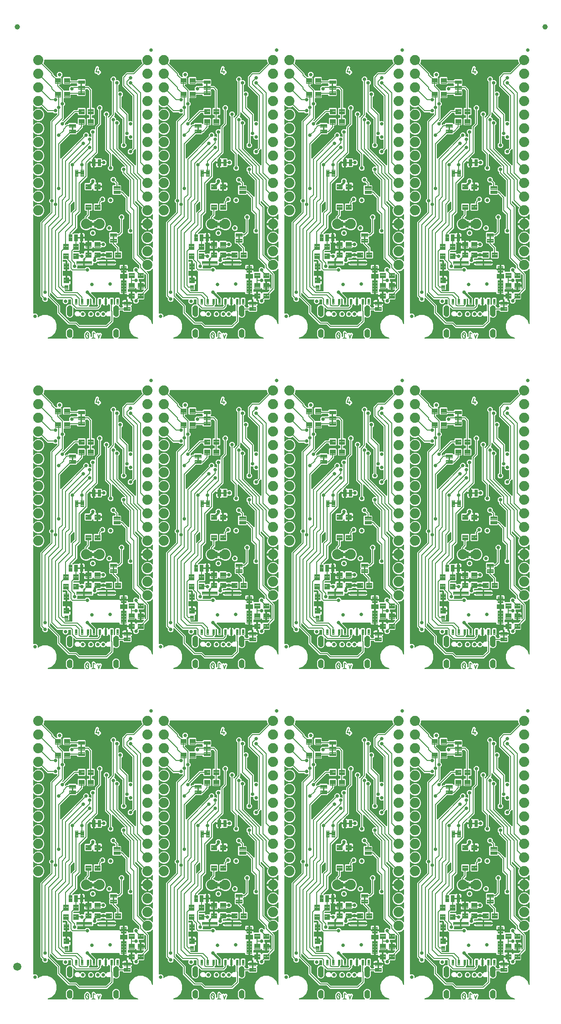
<source format=gbl>
G04 EAGLE Gerber RS-274X export*
G75*
%MOMM*%
%FSLAX34Y34*%
%LPD*%
%INBottom Copper*%
%IPPOS*%
%AMOC8*
5,1,8,0,0,1.08239X$1,22.5*%
G01*
%ADD10C,0.203200*%
%ADD11C,1.879600*%
%ADD12C,0.100000*%
%ADD13C,0.755600*%
%ADD14C,0.099059*%
%ADD15C,0.100800*%
%ADD16C,0.105000*%
%ADD17C,0.099000*%
%ADD18C,0.101600*%
%ADD19C,0.635000*%
%ADD20C,1.000000*%
%ADD21C,1.500000*%
%ADD22C,0.660400*%
%ADD23C,0.177800*%
%ADD24C,0.381000*%

G36*
X406284Y1329416D02*
X406284Y1329416D01*
X406387Y1329425D01*
X406415Y1329436D01*
X406446Y1329441D01*
X406538Y1329485D01*
X406633Y1329524D01*
X406657Y1329543D01*
X406685Y1329556D01*
X406760Y1329626D01*
X406840Y1329691D01*
X406857Y1329717D01*
X406879Y1329738D01*
X406930Y1329827D01*
X406987Y1329912D01*
X406992Y1329936D01*
X407011Y1329969D01*
X407069Y1330228D01*
X407066Y1330266D01*
X407071Y1330289D01*
X407071Y1343891D01*
X410423Y1343891D01*
X411093Y1343711D01*
X411178Y1343702D01*
X411262Y1343683D01*
X411310Y1343687D01*
X411357Y1343681D01*
X411442Y1343698D01*
X411527Y1343705D01*
X411571Y1343722D01*
X411618Y1343731D01*
X411694Y1343772D01*
X411774Y1343804D01*
X411811Y1343834D01*
X411853Y1343856D01*
X411913Y1343917D01*
X411980Y1343971D01*
X412006Y1344011D01*
X412040Y1344045D01*
X412080Y1344121D01*
X412127Y1344192D01*
X412135Y1344227D01*
X412163Y1344281D01*
X412211Y1344542D01*
X412209Y1344558D01*
X412211Y1344569D01*
X412211Y1352031D01*
X412198Y1352116D01*
X412195Y1352201D01*
X412179Y1352246D01*
X412171Y1352294D01*
X412134Y1352371D01*
X412105Y1352452D01*
X412077Y1352490D01*
X412056Y1352533D01*
X411997Y1352596D01*
X411946Y1352664D01*
X411907Y1352692D01*
X411874Y1352727D01*
X411800Y1352770D01*
X411731Y1352820D01*
X411685Y1352836D01*
X411644Y1352859D01*
X411560Y1352878D01*
X411479Y1352905D01*
X411443Y1352904D01*
X411384Y1352917D01*
X411119Y1352895D01*
X411104Y1352889D01*
X411093Y1352889D01*
X410423Y1352709D01*
X407071Y1352709D01*
X407071Y1359473D01*
X413085Y1359473D01*
X413085Y1357677D01*
X413100Y1357575D01*
X413108Y1357473D01*
X413120Y1357445D01*
X413125Y1357414D01*
X413169Y1357322D01*
X413207Y1357226D01*
X413227Y1357203D01*
X413240Y1357175D01*
X413310Y1357100D01*
X413375Y1357020D01*
X413401Y1357003D01*
X413422Y1356981D01*
X413511Y1356930D01*
X413596Y1356873D01*
X413620Y1356867D01*
X413652Y1356849D01*
X413912Y1356791D01*
X413950Y1356794D01*
X413973Y1356789D01*
X422042Y1356789D01*
X422093Y1356797D01*
X422145Y1356795D01*
X422224Y1356816D01*
X422304Y1356829D01*
X422351Y1356851D01*
X422401Y1356865D01*
X422470Y1356909D01*
X422544Y1356944D01*
X422582Y1356980D01*
X422626Y1357008D01*
X422678Y1357070D01*
X422738Y1357126D01*
X422764Y1357171D01*
X422797Y1357210D01*
X422829Y1357286D01*
X422870Y1357356D01*
X422881Y1357407D01*
X422902Y1357455D01*
X422910Y1357536D01*
X422928Y1357616D01*
X422924Y1357668D01*
X422929Y1357719D01*
X422913Y1357799D01*
X422909Y1357843D01*
X422909Y1362275D01*
X425885Y1365251D01*
X430095Y1365251D01*
X432696Y1362649D01*
X432737Y1362619D01*
X432773Y1362581D01*
X432844Y1362540D01*
X432910Y1362492D01*
X432959Y1362475D01*
X433003Y1362449D01*
X433083Y1362431D01*
X433161Y1362404D01*
X433213Y1362402D01*
X433263Y1362391D01*
X433345Y1362398D01*
X433427Y1362395D01*
X433476Y1362409D01*
X433528Y1362413D01*
X433604Y1362443D01*
X433683Y1362465D01*
X433727Y1362493D01*
X433775Y1362512D01*
X433838Y1362564D01*
X433907Y1362608D01*
X433941Y1362647D01*
X433981Y1362679D01*
X434026Y1362748D01*
X434079Y1362810D01*
X434100Y1362858D01*
X434128Y1362901D01*
X434140Y1362951D01*
X434184Y1363055D01*
X434202Y1363233D01*
X434212Y1363277D01*
X434212Y1367587D01*
X434209Y1367608D01*
X434211Y1367629D01*
X434189Y1367739D01*
X434172Y1367850D01*
X434163Y1367869D01*
X434159Y1367889D01*
X434135Y1367928D01*
X434057Y1368089D01*
X433980Y1368172D01*
X433952Y1368215D01*
X423335Y1378832D01*
X421512Y1380655D01*
X421512Y1426913D01*
X421505Y1426964D01*
X421506Y1427015D01*
X421485Y1427094D01*
X421472Y1427175D01*
X421450Y1427222D01*
X421436Y1427272D01*
X421392Y1427341D01*
X421357Y1427415D01*
X421321Y1427452D01*
X421294Y1427496D01*
X421231Y1427549D01*
X421175Y1427609D01*
X421130Y1427635D01*
X421091Y1427668D01*
X421016Y1427700D01*
X420945Y1427741D01*
X420894Y1427752D01*
X420847Y1427772D01*
X420765Y1427781D01*
X420685Y1427799D01*
X420634Y1427795D01*
X420582Y1427800D01*
X420502Y1427784D01*
X420420Y1427777D01*
X420372Y1427758D01*
X420322Y1427748D01*
X420278Y1427720D01*
X420173Y1427678D01*
X420034Y1427565D01*
X419996Y1427541D01*
X419934Y1427479D01*
X415725Y1427479D01*
X412749Y1430455D01*
X412749Y1434665D01*
X414902Y1436817D01*
X414915Y1436834D01*
X414931Y1436848D01*
X414993Y1436941D01*
X415060Y1437031D01*
X415067Y1437051D01*
X415078Y1437069D01*
X415088Y1437113D01*
X415147Y1437282D01*
X415151Y1437395D01*
X415162Y1437445D01*
X415162Y1462837D01*
X415159Y1462858D01*
X415161Y1462879D01*
X415139Y1462989D01*
X415122Y1463100D01*
X415113Y1463119D01*
X415109Y1463139D01*
X415085Y1463178D01*
X415007Y1463339D01*
X414930Y1463422D01*
X414902Y1463465D01*
X408812Y1469555D01*
X408812Y1493317D01*
X408809Y1493338D01*
X408811Y1493359D01*
X408793Y1493451D01*
X408789Y1493504D01*
X408781Y1493522D01*
X408772Y1493580D01*
X408763Y1493599D01*
X408759Y1493619D01*
X408735Y1493658D01*
X408657Y1493819D01*
X408580Y1493902D01*
X408552Y1493945D01*
X401615Y1500882D01*
X401533Y1500943D01*
X401454Y1501009D01*
X401426Y1501022D01*
X401401Y1501040D01*
X401304Y1501074D01*
X401210Y1501114D01*
X401179Y1501117D01*
X401150Y1501127D01*
X401048Y1501131D01*
X400945Y1501141D01*
X400915Y1501135D01*
X400885Y1501136D01*
X400786Y1501109D01*
X400685Y1501089D01*
X400665Y1501076D01*
X400628Y1501066D01*
X400404Y1500924D01*
X400379Y1500895D01*
X400359Y1500882D01*
X399219Y1499742D01*
X385641Y1499742D01*
X384301Y1501082D01*
X384301Y1508405D01*
X384314Y1508443D01*
X384355Y1508537D01*
X384358Y1508568D01*
X384368Y1508597D01*
X384372Y1508699D01*
X384382Y1508802D01*
X384376Y1508832D01*
X384377Y1508862D01*
X384350Y1508961D01*
X384330Y1509062D01*
X384317Y1509082D01*
X384307Y1509119D01*
X384301Y1509129D01*
X384301Y1516438D01*
X385641Y1517778D01*
X388874Y1517778D01*
X388976Y1517793D01*
X389078Y1517801D01*
X389106Y1517813D01*
X389137Y1517818D01*
X389229Y1517862D01*
X389325Y1517900D01*
X389348Y1517920D01*
X389376Y1517933D01*
X389451Y1518003D01*
X389531Y1518068D01*
X389548Y1518094D01*
X389570Y1518115D01*
X389621Y1518204D01*
X389678Y1518289D01*
X389684Y1518313D01*
X389702Y1518345D01*
X389760Y1518605D01*
X389757Y1518643D01*
X389762Y1518666D01*
X389762Y1519987D01*
X389759Y1520008D01*
X389761Y1520029D01*
X389740Y1520136D01*
X389739Y1520152D01*
X389737Y1520156D01*
X389722Y1520250D01*
X389713Y1520269D01*
X389709Y1520289D01*
X389685Y1520328D01*
X389607Y1520489D01*
X389530Y1520572D01*
X389502Y1520615D01*
X387648Y1522469D01*
X387631Y1522482D01*
X387618Y1522498D01*
X387524Y1522560D01*
X387434Y1522627D01*
X387414Y1522634D01*
X387397Y1522645D01*
X387352Y1522655D01*
X387183Y1522714D01*
X387070Y1522718D01*
X387020Y1522729D01*
X383975Y1522729D01*
X380999Y1525705D01*
X380999Y1529915D01*
X383975Y1532891D01*
X388185Y1532891D01*
X391161Y1529915D01*
X391161Y1526870D01*
X391164Y1526849D01*
X391162Y1526828D01*
X391184Y1526718D01*
X391201Y1526607D01*
X391210Y1526588D01*
X391214Y1526568D01*
X391238Y1526529D01*
X391316Y1526368D01*
X391393Y1526285D01*
X391421Y1526242D01*
X395098Y1522565D01*
X395098Y1518666D01*
X395113Y1518564D01*
X395121Y1518462D01*
X395133Y1518434D01*
X395138Y1518403D01*
X395182Y1518311D01*
X395220Y1518215D01*
X395240Y1518192D01*
X395253Y1518164D01*
X395323Y1518089D01*
X395388Y1518009D01*
X395414Y1517992D01*
X395435Y1517970D01*
X395524Y1517919D01*
X395609Y1517862D01*
X395633Y1517856D01*
X395665Y1517838D01*
X395925Y1517780D01*
X395963Y1517783D01*
X395986Y1517778D01*
X399219Y1517778D01*
X400559Y1516438D01*
X400559Y1509115D01*
X400546Y1509077D01*
X400505Y1508983D01*
X400502Y1508952D01*
X400492Y1508923D01*
X400488Y1508820D01*
X400478Y1508718D01*
X400484Y1508688D01*
X400483Y1508657D01*
X400510Y1508558D01*
X400530Y1508457D01*
X400543Y1508437D01*
X400553Y1508401D01*
X400559Y1508391D01*
X400559Y1508252D01*
X400574Y1508150D01*
X400582Y1508048D01*
X400594Y1508020D01*
X400599Y1507989D01*
X400643Y1507897D01*
X400681Y1507801D01*
X400701Y1507778D01*
X400714Y1507750D01*
X400784Y1507675D01*
X400849Y1507595D01*
X400875Y1507578D01*
X400896Y1507556D01*
X400985Y1507505D01*
X401070Y1507448D01*
X401094Y1507442D01*
X401126Y1507424D01*
X401386Y1507366D01*
X401424Y1507369D01*
X401447Y1507364D01*
X402679Y1507364D01*
X412325Y1497718D01*
X413646Y1496397D01*
X413687Y1496366D01*
X413723Y1496328D01*
X413794Y1496288D01*
X413860Y1496239D01*
X413909Y1496222D01*
X413953Y1496197D01*
X414033Y1496179D01*
X414111Y1496152D01*
X414163Y1496150D01*
X414213Y1496139D01*
X414295Y1496145D01*
X414377Y1496143D01*
X414426Y1496156D01*
X414478Y1496160D01*
X414554Y1496191D01*
X414633Y1496212D01*
X414677Y1496240D01*
X414725Y1496259D01*
X414788Y1496311D01*
X414857Y1496355D01*
X414891Y1496394D01*
X414931Y1496427D01*
X414976Y1496495D01*
X415029Y1496558D01*
X415050Y1496605D01*
X415078Y1496648D01*
X415090Y1496698D01*
X415134Y1496802D01*
X415152Y1496980D01*
X415162Y1497025D01*
X415162Y1526337D01*
X415159Y1526358D01*
X415161Y1526379D01*
X415139Y1526489D01*
X415122Y1526600D01*
X415113Y1526619D01*
X415109Y1526639D01*
X415085Y1526678D01*
X415007Y1526839D01*
X414930Y1526922D01*
X414902Y1526965D01*
X402462Y1539405D01*
X402462Y1541975D01*
X402459Y1541995D01*
X402461Y1542016D01*
X402439Y1542127D01*
X402422Y1542237D01*
X402413Y1542256D01*
X402409Y1542277D01*
X402385Y1542315D01*
X402307Y1542477D01*
X402230Y1542559D01*
X402202Y1542603D01*
X400049Y1544755D01*
X400049Y1548965D01*
X403025Y1551941D01*
X406832Y1551941D01*
X406883Y1551948D01*
X406935Y1551947D01*
X407014Y1551968D01*
X407095Y1551981D01*
X407141Y1552003D01*
X407191Y1552017D01*
X407260Y1552061D01*
X407334Y1552096D01*
X407372Y1552131D01*
X407416Y1552159D01*
X407469Y1552222D01*
X407529Y1552278D01*
X407554Y1552322D01*
X407588Y1552362D01*
X407620Y1552437D01*
X407660Y1552508D01*
X407672Y1552559D01*
X407692Y1552606D01*
X407700Y1552688D01*
X407718Y1552768D01*
X407714Y1552819D01*
X407719Y1552871D01*
X407703Y1552951D01*
X407697Y1553033D01*
X407677Y1553081D01*
X407667Y1553131D01*
X407640Y1553175D01*
X407598Y1553280D01*
X407485Y1553419D01*
X407460Y1553457D01*
X385184Y1575733D01*
X385143Y1575764D01*
X385107Y1575802D01*
X385036Y1575842D01*
X384970Y1575891D01*
X384921Y1575908D01*
X384877Y1575933D01*
X384797Y1575951D01*
X384719Y1575978D01*
X384667Y1575980D01*
X384617Y1575991D01*
X384535Y1575985D01*
X384453Y1575987D01*
X384404Y1575974D01*
X384352Y1575970D01*
X384276Y1575939D01*
X384197Y1575918D01*
X384153Y1575890D01*
X384105Y1575871D01*
X384042Y1575819D01*
X383973Y1575775D01*
X383939Y1575736D01*
X383899Y1575703D01*
X383854Y1575635D01*
X383801Y1575572D01*
X383780Y1575525D01*
X383752Y1575482D01*
X383740Y1575432D01*
X383696Y1575328D01*
X383678Y1575150D01*
X383668Y1575105D01*
X383668Y1554285D01*
X383671Y1554265D01*
X383669Y1554244D01*
X383691Y1554133D01*
X383708Y1554023D01*
X383717Y1554004D01*
X383721Y1553983D01*
X383745Y1553945D01*
X383823Y1553783D01*
X383900Y1553701D01*
X383928Y1553657D01*
X386081Y1551505D01*
X386081Y1547295D01*
X383105Y1544319D01*
X378895Y1544319D01*
X375919Y1547295D01*
X375919Y1551505D01*
X378072Y1553657D01*
X378085Y1553674D01*
X378101Y1553688D01*
X378163Y1553781D01*
X378230Y1553871D01*
X378237Y1553891D01*
X378248Y1553909D01*
X378258Y1553953D01*
X378317Y1554122D01*
X378321Y1554235D01*
X378332Y1554285D01*
X378332Y1574597D01*
X378329Y1574618D01*
X378331Y1574639D01*
X378309Y1574749D01*
X378292Y1574860D01*
X378283Y1574879D01*
X378279Y1574899D01*
X378255Y1574938D01*
X378177Y1575099D01*
X378100Y1575182D01*
X378072Y1575225D01*
X370712Y1582585D01*
X370712Y1644845D01*
X370709Y1644865D01*
X370711Y1644886D01*
X370689Y1644997D01*
X370672Y1645107D01*
X370663Y1645126D01*
X370659Y1645147D01*
X370635Y1645185D01*
X370557Y1645347D01*
X370480Y1645429D01*
X370452Y1645473D01*
X368299Y1647625D01*
X368299Y1651835D01*
X371275Y1654811D01*
X375485Y1654811D01*
X378461Y1651835D01*
X378461Y1647625D01*
X376308Y1645473D01*
X376295Y1645456D01*
X376279Y1645442D01*
X376217Y1645349D01*
X376150Y1645259D01*
X376143Y1645239D01*
X376132Y1645221D01*
X376122Y1645177D01*
X376063Y1645008D01*
X376059Y1644895D01*
X376048Y1644845D01*
X376048Y1644345D01*
X376055Y1644294D01*
X376054Y1644242D01*
X376075Y1644163D01*
X376088Y1644082D01*
X376110Y1644036D01*
X376124Y1643986D01*
X376168Y1643917D01*
X376203Y1643843D01*
X376238Y1643805D01*
X376266Y1643761D01*
X376329Y1643708D01*
X376385Y1643648D01*
X376429Y1643623D01*
X376469Y1643589D01*
X376544Y1643557D01*
X376615Y1643517D01*
X376666Y1643505D01*
X376713Y1643485D01*
X376795Y1643477D01*
X376875Y1643459D01*
X376926Y1643463D01*
X376978Y1643458D01*
X377058Y1643474D01*
X377140Y1643480D01*
X377188Y1643500D01*
X377238Y1643510D01*
X377282Y1643537D01*
X377387Y1643579D01*
X377526Y1643692D01*
X377564Y1643717D01*
X378885Y1645038D01*
X383152Y1649305D01*
X383165Y1649322D01*
X383181Y1649335D01*
X383243Y1649428D01*
X383310Y1649519D01*
X383317Y1649539D01*
X383328Y1649556D01*
X383338Y1649601D01*
X383397Y1649770D01*
X383401Y1649883D01*
X383412Y1649933D01*
X383412Y1709615D01*
X383409Y1709635D01*
X383411Y1709656D01*
X383389Y1709767D01*
X383372Y1709877D01*
X383363Y1709896D01*
X383359Y1709917D01*
X383335Y1709956D01*
X383257Y1710117D01*
X383180Y1710199D01*
X383152Y1710243D01*
X380999Y1712395D01*
X380999Y1716605D01*
X383975Y1719581D01*
X388185Y1719581D01*
X391161Y1716605D01*
X391161Y1714119D01*
X391176Y1714017D01*
X391184Y1713915D01*
X391196Y1713887D01*
X391201Y1713856D01*
X391245Y1713764D01*
X391283Y1713668D01*
X391303Y1713645D01*
X391316Y1713617D01*
X391386Y1713542D01*
X391451Y1713462D01*
X391477Y1713445D01*
X391498Y1713423D01*
X391587Y1713372D01*
X391672Y1713315D01*
X391696Y1713309D01*
X391728Y1713291D01*
X391988Y1713233D01*
X392026Y1713236D01*
X392049Y1713231D01*
X394535Y1713231D01*
X397511Y1710255D01*
X397511Y1706045D01*
X395358Y1703893D01*
X395345Y1703876D01*
X395329Y1703862D01*
X395267Y1703769D01*
X395200Y1703679D01*
X395193Y1703659D01*
X395182Y1703641D01*
X395172Y1703597D01*
X395113Y1703428D01*
X395109Y1703315D01*
X395098Y1703265D01*
X395098Y1692207D01*
X395105Y1692156D01*
X395104Y1692105D01*
X395125Y1692026D01*
X395138Y1691945D01*
X395160Y1691898D01*
X395174Y1691848D01*
X395218Y1691779D01*
X395253Y1691705D01*
X395289Y1691668D01*
X395316Y1691624D01*
X395379Y1691571D01*
X395435Y1691511D01*
X395480Y1691485D01*
X395519Y1691452D01*
X395594Y1691420D01*
X395665Y1691379D01*
X395716Y1691368D01*
X395763Y1691348D01*
X395845Y1691339D01*
X395925Y1691321D01*
X395976Y1691325D01*
X396028Y1691320D01*
X396108Y1691336D01*
X396190Y1691343D01*
X396238Y1691362D01*
X396288Y1691372D01*
X396332Y1691400D01*
X396437Y1691442D01*
X396576Y1691555D01*
X396614Y1691579D01*
X396676Y1691641D01*
X400885Y1691641D01*
X403861Y1688665D01*
X403861Y1684455D01*
X401708Y1682303D01*
X401695Y1682286D01*
X401679Y1682272D01*
X401617Y1682179D01*
X401550Y1682089D01*
X401543Y1682069D01*
X401532Y1682051D01*
X401522Y1682007D01*
X401463Y1681838D01*
X401459Y1681725D01*
X401448Y1681675D01*
X401448Y1662633D01*
X401451Y1662612D01*
X401449Y1662591D01*
X401471Y1662481D01*
X401488Y1662370D01*
X401497Y1662351D01*
X401501Y1662331D01*
X401525Y1662292D01*
X401603Y1662131D01*
X401680Y1662048D01*
X401708Y1662005D01*
X414148Y1649565D01*
X414148Y1637168D01*
X414155Y1637117D01*
X414154Y1637066D01*
X414171Y1637004D01*
X414171Y1636993D01*
X414176Y1636982D01*
X414188Y1636906D01*
X414210Y1636859D01*
X414224Y1636809D01*
X414268Y1636740D01*
X414303Y1636666D01*
X414339Y1636628D01*
X414366Y1636585D01*
X414429Y1636532D01*
X414485Y1636472D01*
X414530Y1636446D01*
X414569Y1636413D01*
X414644Y1636381D01*
X414715Y1636340D01*
X414766Y1636329D01*
X414813Y1636309D01*
X414895Y1636300D01*
X414975Y1636282D01*
X415026Y1636286D01*
X415078Y1636281D01*
X415158Y1636297D01*
X415240Y1636304D01*
X415288Y1636323D01*
X415338Y1636333D01*
X415382Y1636361D01*
X415487Y1636403D01*
X415555Y1636458D01*
X415566Y1636464D01*
X415598Y1636493D01*
X415626Y1636516D01*
X415664Y1636540D01*
X415796Y1636672D01*
X420008Y1636672D01*
X420037Y1636650D01*
X420073Y1636612D01*
X420144Y1636571D01*
X420210Y1636523D01*
X420259Y1636506D01*
X420303Y1636480D01*
X420383Y1636462D01*
X420461Y1636435D01*
X420513Y1636433D01*
X420563Y1636422D01*
X420645Y1636429D01*
X420727Y1636426D01*
X420776Y1636440D01*
X420828Y1636444D01*
X420904Y1636474D01*
X420983Y1636496D01*
X421027Y1636524D01*
X421075Y1636543D01*
X421138Y1636595D01*
X421207Y1636639D01*
X421241Y1636678D01*
X421281Y1636710D01*
X421326Y1636779D01*
X421379Y1636841D01*
X421400Y1636889D01*
X421428Y1636932D01*
X421440Y1636982D01*
X421484Y1637086D01*
X421502Y1637264D01*
X421512Y1637308D01*
X421512Y1682547D01*
X421509Y1682568D01*
X421511Y1682589D01*
X421489Y1682699D01*
X421472Y1682810D01*
X421463Y1682829D01*
X421459Y1682849D01*
X421435Y1682888D01*
X421357Y1683049D01*
X421280Y1683132D01*
X421252Y1683175D01*
X402462Y1701965D01*
X402462Y1719415D01*
X404285Y1721238D01*
X410375Y1727328D01*
X422707Y1727328D01*
X422728Y1727331D01*
X422749Y1727329D01*
X422859Y1727351D01*
X422970Y1727368D01*
X422989Y1727377D01*
X423009Y1727381D01*
X423048Y1727405D01*
X423209Y1727483D01*
X423292Y1727560D01*
X423335Y1727588D01*
X439501Y1743754D01*
X439538Y1743804D01*
X439582Y1743847D01*
X439616Y1743910D01*
X439659Y1743968D01*
X439679Y1744026D01*
X439709Y1744081D01*
X439723Y1744151D01*
X439746Y1744219D01*
X439748Y1744281D01*
X439760Y1744342D01*
X439752Y1744389D01*
X439755Y1744484D01*
X439699Y1744691D01*
X439694Y1744722D01*
X438403Y1747837D01*
X438403Y1750060D01*
X438388Y1750162D01*
X438380Y1750264D01*
X438368Y1750292D01*
X438363Y1750323D01*
X438319Y1750415D01*
X438281Y1750511D01*
X438261Y1750534D01*
X438248Y1750562D01*
X438178Y1750637D01*
X438113Y1750717D01*
X438087Y1750734D01*
X438066Y1750756D01*
X437977Y1750807D01*
X437892Y1750864D01*
X437868Y1750870D01*
X437836Y1750888D01*
X437576Y1750946D01*
X437538Y1750943D01*
X437515Y1750948D01*
X258445Y1750948D01*
X258343Y1750933D01*
X258241Y1750925D01*
X258213Y1750913D01*
X258182Y1750908D01*
X258090Y1750864D01*
X257994Y1750826D01*
X257971Y1750806D01*
X257943Y1750793D01*
X257868Y1750723D01*
X257788Y1750658D01*
X257771Y1750632D01*
X257749Y1750611D01*
X257698Y1750522D01*
X257641Y1750437D01*
X257635Y1750413D01*
X257617Y1750381D01*
X257559Y1750121D01*
X257562Y1750083D01*
X257557Y1750060D01*
X257557Y1747837D01*
X256266Y1744722D01*
X256252Y1744662D01*
X256227Y1744605D01*
X256220Y1744533D01*
X256203Y1744464D01*
X256206Y1744402D01*
X256200Y1744340D01*
X256214Y1744270D01*
X256218Y1744198D01*
X256240Y1744140D01*
X256252Y1744079D01*
X256278Y1744039D01*
X256311Y1743949D01*
X256442Y1743780D01*
X256459Y1743754D01*
X274448Y1725765D01*
X274448Y1723983D01*
X274451Y1723962D01*
X274449Y1723941D01*
X274471Y1723831D01*
X274488Y1723720D01*
X274497Y1723701D01*
X274501Y1723681D01*
X274525Y1723642D01*
X274603Y1723481D01*
X274680Y1723398D01*
X274708Y1723355D01*
X279064Y1718999D01*
X279081Y1718986D01*
X279094Y1718970D01*
X279188Y1718908D01*
X279278Y1718841D01*
X279298Y1718834D01*
X279315Y1718823D01*
X279360Y1718813D01*
X279529Y1718754D01*
X279642Y1718750D01*
X279692Y1718739D01*
X281072Y1718739D01*
X281123Y1718746D01*
X281174Y1718745D01*
X281253Y1718766D01*
X281334Y1718779D01*
X281381Y1718801D01*
X281431Y1718815D01*
X281500Y1718859D01*
X281574Y1718894D01*
X281611Y1718929D01*
X281655Y1718957D01*
X281708Y1719020D01*
X281768Y1719076D01*
X281794Y1719120D01*
X281827Y1719160D01*
X281859Y1719235D01*
X281900Y1719306D01*
X281911Y1719357D01*
X281931Y1719404D01*
X281940Y1719486D01*
X281958Y1719566D01*
X281954Y1719617D01*
X281959Y1719669D01*
X281943Y1719749D01*
X281936Y1719831D01*
X281917Y1719879D01*
X281907Y1719929D01*
X281879Y1719973D01*
X281837Y1720078D01*
X281724Y1720217D01*
X281700Y1720255D01*
X280669Y1721285D01*
X280669Y1725495D01*
X283645Y1728471D01*
X287855Y1728471D01*
X290831Y1725495D01*
X290831Y1721285D01*
X288907Y1719362D01*
X288846Y1719279D01*
X288780Y1719201D01*
X288768Y1719173D01*
X288749Y1719148D01*
X288716Y1719051D01*
X288675Y1718956D01*
X288672Y1718926D01*
X288662Y1718897D01*
X288658Y1718794D01*
X288648Y1718692D01*
X288654Y1718662D01*
X288653Y1718631D01*
X288680Y1718532D01*
X288700Y1718431D01*
X288713Y1718411D01*
X288723Y1718375D01*
X288865Y1718150D01*
X288894Y1718126D01*
X288907Y1718106D01*
X289609Y1717404D01*
X289609Y1706516D01*
X288274Y1705181D01*
X285886Y1705181D01*
X285784Y1705166D01*
X285682Y1705158D01*
X285654Y1705146D01*
X285623Y1705141D01*
X285531Y1705097D01*
X285435Y1705059D01*
X285412Y1705039D01*
X285384Y1705026D01*
X285309Y1704956D01*
X285229Y1704891D01*
X285212Y1704865D01*
X285190Y1704844D01*
X285139Y1704755D01*
X285082Y1704670D01*
X285076Y1704646D01*
X285058Y1704614D01*
X285000Y1704354D01*
X285003Y1704316D01*
X284998Y1704293D01*
X284998Y1703273D01*
X285001Y1703252D01*
X284999Y1703231D01*
X285021Y1703121D01*
X285038Y1703010D01*
X285047Y1702991D01*
X285051Y1702971D01*
X285075Y1702932D01*
X285153Y1702771D01*
X285230Y1702688D01*
X285258Y1702645D01*
X293498Y1694405D01*
X293498Y1694227D01*
X293513Y1694125D01*
X293521Y1694023D01*
X293533Y1693995D01*
X293538Y1693964D01*
X293582Y1693872D01*
X293620Y1693776D01*
X293640Y1693753D01*
X293653Y1693725D01*
X293723Y1693650D01*
X293788Y1693570D01*
X293814Y1693553D01*
X293835Y1693531D01*
X293924Y1693480D01*
X294009Y1693423D01*
X294033Y1693417D01*
X294065Y1693399D01*
X294325Y1693341D01*
X294363Y1693344D01*
X294386Y1693339D01*
X302662Y1693339D01*
X302713Y1693347D01*
X302765Y1693345D01*
X302844Y1693366D01*
X302924Y1693379D01*
X302971Y1693401D01*
X303021Y1693415D01*
X303090Y1693459D01*
X303164Y1693494D01*
X303202Y1693530D01*
X303246Y1693558D01*
X303298Y1693620D01*
X303358Y1693676D01*
X303384Y1693721D01*
X303417Y1693760D01*
X303449Y1693836D01*
X303490Y1693906D01*
X303501Y1693957D01*
X303522Y1694005D01*
X303530Y1694086D01*
X303548Y1694166D01*
X303544Y1694218D01*
X303549Y1694269D01*
X303533Y1694349D01*
X303529Y1694393D01*
X303529Y1698825D01*
X306505Y1701801D01*
X309550Y1701801D01*
X309571Y1701804D01*
X309592Y1701802D01*
X309702Y1701824D01*
X309813Y1701841D01*
X309832Y1701850D01*
X309852Y1701854D01*
X309891Y1701878D01*
X309993Y1701928D01*
X317373Y1701928D01*
X317475Y1701943D01*
X317577Y1701951D01*
X317605Y1701963D01*
X317636Y1701968D01*
X317728Y1702012D01*
X317824Y1702050D01*
X317847Y1702070D01*
X317875Y1702083D01*
X317950Y1702153D01*
X318030Y1702218D01*
X318047Y1702244D01*
X318069Y1702265D01*
X318120Y1702354D01*
X318177Y1702439D01*
X318183Y1702463D01*
X318201Y1702495D01*
X318259Y1702755D01*
X318256Y1702793D01*
X318261Y1702816D01*
X318261Y1703009D01*
X319092Y1703839D01*
X319152Y1703922D01*
X319219Y1704000D01*
X319231Y1704028D01*
X319249Y1704053D01*
X319283Y1704150D01*
X319323Y1704244D01*
X319327Y1704275D01*
X319337Y1704304D01*
X319340Y1704406D01*
X319351Y1704509D01*
X319345Y1704539D01*
X319346Y1704570D01*
X319319Y1704669D01*
X319299Y1704769D01*
X319286Y1704789D01*
X319276Y1704826D01*
X319133Y1705050D01*
X319104Y1705075D01*
X319092Y1705095D01*
X318261Y1705925D01*
X318261Y1706118D01*
X318246Y1706220D01*
X318238Y1706322D01*
X318226Y1706350D01*
X318221Y1706381D01*
X318177Y1706473D01*
X318139Y1706569D01*
X318119Y1706592D01*
X318106Y1706620D01*
X318036Y1706695D01*
X317971Y1706775D01*
X317945Y1706792D01*
X317924Y1706814D01*
X317835Y1706865D01*
X317750Y1706922D01*
X317726Y1706928D01*
X317694Y1706946D01*
X317434Y1707004D01*
X317396Y1707001D01*
X317373Y1707006D01*
X307467Y1707006D01*
X307446Y1707003D01*
X307425Y1707005D01*
X307315Y1706983D01*
X307204Y1706966D01*
X307185Y1706957D01*
X307164Y1706953D01*
X307126Y1706929D01*
X306965Y1706851D01*
X306882Y1706774D01*
X306839Y1706746D01*
X305274Y1705181D01*
X293386Y1705181D01*
X292051Y1706516D01*
X292051Y1717404D01*
X293386Y1718739D01*
X305274Y1718739D01*
X306609Y1717404D01*
X306609Y1713230D01*
X306624Y1713128D01*
X306632Y1713026D01*
X306644Y1712998D01*
X306649Y1712967D01*
X306693Y1712875D01*
X306731Y1712779D01*
X306751Y1712756D01*
X306764Y1712728D01*
X306834Y1712653D01*
X306899Y1712573D01*
X306925Y1712556D01*
X306946Y1712534D01*
X307035Y1712483D01*
X307120Y1712426D01*
X307144Y1712420D01*
X307176Y1712402D01*
X307436Y1712344D01*
X307474Y1712347D01*
X307497Y1712342D01*
X317373Y1712342D01*
X317475Y1712357D01*
X317577Y1712365D01*
X317605Y1712377D01*
X317636Y1712382D01*
X317728Y1712426D01*
X317824Y1712464D01*
X317847Y1712484D01*
X317875Y1712497D01*
X317950Y1712567D01*
X318030Y1712632D01*
X318047Y1712658D01*
X318069Y1712679D01*
X318120Y1712768D01*
X318177Y1712853D01*
X318183Y1712877D01*
X318201Y1712909D01*
X318259Y1713169D01*
X318256Y1713207D01*
X318261Y1713230D01*
X318261Y1713423D01*
X319593Y1714755D01*
X333187Y1714755D01*
X334519Y1713423D01*
X334519Y1705925D01*
X333688Y1705095D01*
X333628Y1705012D01*
X333561Y1704934D01*
X333549Y1704906D01*
X333531Y1704881D01*
X333497Y1704784D01*
X333457Y1704690D01*
X333454Y1704659D01*
X333443Y1704630D01*
X333440Y1704527D01*
X333429Y1704425D01*
X333435Y1704395D01*
X333434Y1704364D01*
X333461Y1704265D01*
X333481Y1704165D01*
X333494Y1704144D01*
X333504Y1704108D01*
X333647Y1703884D01*
X333676Y1703859D01*
X333688Y1703839D01*
X334519Y1703009D01*
X334519Y1702816D01*
X334534Y1702714D01*
X334542Y1702612D01*
X334554Y1702584D01*
X334559Y1702553D01*
X334603Y1702461D01*
X334641Y1702365D01*
X334661Y1702342D01*
X334674Y1702314D01*
X334744Y1702239D01*
X334809Y1702159D01*
X334835Y1702142D01*
X334856Y1702120D01*
X334945Y1702069D01*
X335030Y1702012D01*
X335054Y1702006D01*
X335086Y1701988D01*
X335346Y1701930D01*
X335384Y1701933D01*
X335407Y1701928D01*
X340195Y1701928D01*
X346448Y1695675D01*
X346448Y1662477D01*
X346463Y1662375D01*
X346471Y1662273D01*
X346483Y1662245D01*
X346488Y1662214D01*
X346532Y1662122D01*
X346570Y1662026D01*
X346590Y1662003D01*
X346603Y1661975D01*
X346673Y1661900D01*
X346738Y1661820D01*
X346764Y1661803D01*
X346785Y1661781D01*
X346874Y1661730D01*
X346959Y1661673D01*
X346983Y1661667D01*
X347015Y1661649D01*
X347275Y1661591D01*
X347313Y1661594D01*
X347336Y1661589D01*
X349724Y1661589D01*
X351059Y1660254D01*
X351059Y1649366D01*
X349724Y1648031D01*
X347336Y1648031D01*
X347234Y1648016D01*
X347132Y1648008D01*
X347104Y1647996D01*
X347073Y1647991D01*
X346981Y1647947D01*
X346885Y1647909D01*
X346862Y1647889D01*
X346834Y1647876D01*
X346759Y1647806D01*
X346679Y1647741D01*
X346662Y1647715D01*
X346640Y1647694D01*
X346589Y1647605D01*
X346532Y1647520D01*
X346526Y1647496D01*
X346508Y1647464D01*
X346450Y1647204D01*
X346453Y1647166D01*
X346448Y1647143D01*
X346448Y1643427D01*
X346463Y1643325D01*
X346471Y1643223D01*
X346483Y1643195D01*
X346488Y1643164D01*
X346532Y1643072D01*
X346570Y1642976D01*
X346590Y1642953D01*
X346603Y1642925D01*
X346673Y1642850D01*
X346738Y1642770D01*
X346764Y1642753D01*
X346785Y1642731D01*
X346874Y1642680D01*
X346959Y1642623D01*
X346983Y1642617D01*
X347015Y1642599D01*
X347275Y1642541D01*
X347313Y1642544D01*
X347336Y1642539D01*
X349724Y1642539D01*
X351059Y1641204D01*
X351059Y1630316D01*
X349724Y1628981D01*
X337836Y1628981D01*
X336501Y1630316D01*
X336501Y1641204D01*
X337836Y1642539D01*
X340224Y1642539D01*
X340326Y1642554D01*
X340428Y1642562D01*
X340456Y1642574D01*
X340487Y1642579D01*
X340579Y1642623D01*
X340675Y1642661D01*
X340698Y1642681D01*
X340726Y1642694D01*
X340801Y1642764D01*
X340881Y1642829D01*
X340898Y1642855D01*
X340920Y1642876D01*
X340971Y1642965D01*
X341028Y1643050D01*
X341034Y1643074D01*
X341052Y1643106D01*
X341110Y1643366D01*
X341107Y1643404D01*
X341112Y1643427D01*
X341112Y1647143D01*
X341097Y1647245D01*
X341089Y1647347D01*
X341077Y1647375D01*
X341072Y1647406D01*
X341028Y1647498D01*
X340990Y1647594D01*
X340970Y1647617D01*
X340957Y1647645D01*
X340887Y1647720D01*
X340822Y1647800D01*
X340796Y1647817D01*
X340775Y1647839D01*
X340686Y1647890D01*
X340601Y1647947D01*
X340577Y1647953D01*
X340545Y1647971D01*
X340285Y1648029D01*
X340247Y1648026D01*
X340224Y1648031D01*
X337836Y1648031D01*
X336501Y1649366D01*
X336501Y1660254D01*
X337836Y1661589D01*
X340224Y1661589D01*
X340326Y1661604D01*
X340428Y1661612D01*
X340456Y1661624D01*
X340487Y1661629D01*
X340579Y1661673D01*
X340675Y1661711D01*
X340698Y1661731D01*
X340726Y1661744D01*
X340801Y1661814D01*
X340881Y1661879D01*
X340898Y1661905D01*
X340920Y1661926D01*
X340971Y1662015D01*
X341028Y1662100D01*
X341034Y1662124D01*
X341052Y1662156D01*
X341110Y1662416D01*
X341107Y1662454D01*
X341112Y1662477D01*
X341112Y1693097D01*
X341109Y1693118D01*
X341111Y1693139D01*
X341089Y1693249D01*
X341072Y1693360D01*
X341063Y1693379D01*
X341059Y1693399D01*
X341035Y1693438D01*
X340957Y1693599D01*
X340880Y1693682D01*
X340852Y1693725D01*
X338245Y1696332D01*
X338228Y1696345D01*
X338215Y1696361D01*
X338121Y1696423D01*
X338031Y1696490D01*
X338011Y1696497D01*
X337994Y1696508D01*
X337949Y1696518D01*
X337780Y1696577D01*
X337667Y1696581D01*
X337617Y1696592D01*
X335407Y1696592D01*
X335305Y1696577D01*
X335203Y1696569D01*
X335175Y1696557D01*
X335144Y1696552D01*
X335052Y1696508D01*
X334956Y1696470D01*
X334933Y1696450D01*
X334905Y1696437D01*
X334830Y1696367D01*
X334750Y1696302D01*
X334733Y1696276D01*
X334711Y1696255D01*
X334660Y1696166D01*
X334603Y1696081D01*
X334597Y1696057D01*
X334579Y1696025D01*
X334521Y1695765D01*
X334524Y1695727D01*
X334519Y1695704D01*
X334519Y1695511D01*
X333688Y1694681D01*
X333628Y1694598D01*
X333561Y1694520D01*
X333549Y1694492D01*
X333531Y1694467D01*
X333497Y1694370D01*
X333457Y1694276D01*
X333454Y1694245D01*
X333443Y1694216D01*
X333440Y1694113D01*
X333439Y1694109D01*
X333439Y1694106D01*
X333439Y1694104D01*
X333429Y1694011D01*
X333435Y1693981D01*
X333434Y1693950D01*
X333459Y1693861D01*
X333460Y1693841D01*
X333466Y1693826D01*
X333481Y1693751D01*
X333494Y1693730D01*
X333504Y1693694D01*
X333545Y1693629D01*
X333559Y1693594D01*
X333597Y1693548D01*
X333647Y1693470D01*
X333676Y1693445D01*
X333688Y1693425D01*
X334519Y1692595D01*
X334519Y1685097D01*
X333187Y1683765D01*
X319593Y1683765D01*
X318261Y1685097D01*
X318261Y1685290D01*
X318246Y1685392D01*
X318238Y1685494D01*
X318226Y1685522D01*
X318221Y1685553D01*
X318177Y1685645D01*
X318139Y1685741D01*
X318119Y1685764D01*
X318106Y1685792D01*
X318036Y1685867D01*
X317971Y1685947D01*
X317945Y1685964D01*
X317924Y1685986D01*
X317835Y1686037D01*
X317750Y1686094D01*
X317726Y1686100D01*
X317694Y1686118D01*
X317434Y1686176D01*
X317396Y1686173D01*
X317373Y1686178D01*
X307497Y1686178D01*
X307395Y1686163D01*
X307293Y1686155D01*
X307265Y1686143D01*
X307234Y1686138D01*
X307142Y1686094D01*
X307046Y1686056D01*
X307023Y1686036D01*
X306995Y1686023D01*
X306920Y1685953D01*
X306840Y1685888D01*
X306823Y1685862D01*
X306801Y1685841D01*
X306750Y1685752D01*
X306693Y1685667D01*
X306687Y1685643D01*
X306669Y1685611D01*
X306611Y1685351D01*
X306614Y1685313D01*
X306609Y1685290D01*
X306609Y1681116D01*
X305274Y1679781D01*
X294386Y1679781D01*
X294284Y1679766D01*
X294182Y1679758D01*
X294154Y1679746D01*
X294123Y1679741D01*
X294031Y1679697D01*
X293935Y1679659D01*
X293912Y1679639D01*
X293884Y1679626D01*
X293809Y1679556D01*
X293729Y1679491D01*
X293712Y1679465D01*
X293690Y1679444D01*
X293639Y1679355D01*
X293582Y1679270D01*
X293576Y1679246D01*
X293558Y1679214D01*
X293500Y1678954D01*
X293503Y1678916D01*
X293498Y1678893D01*
X293498Y1673665D01*
X293501Y1673645D01*
X293499Y1673624D01*
X293521Y1673513D01*
X293538Y1673403D01*
X293547Y1673384D01*
X293551Y1673363D01*
X293575Y1673325D01*
X293653Y1673163D01*
X293730Y1673081D01*
X293758Y1673037D01*
X295911Y1670885D01*
X295911Y1666675D01*
X293758Y1664523D01*
X293745Y1664506D01*
X293729Y1664492D01*
X293667Y1664399D01*
X293600Y1664309D01*
X293593Y1664289D01*
X293582Y1664271D01*
X293572Y1664227D01*
X293513Y1664058D01*
X293509Y1663947D01*
X293500Y1663905D01*
X293500Y1663904D01*
X293498Y1663895D01*
X293498Y1641005D01*
X291040Y1638547D01*
X291009Y1638506D01*
X290971Y1638470D01*
X290931Y1638399D01*
X290882Y1638333D01*
X290865Y1638284D01*
X290840Y1638240D01*
X290822Y1638160D01*
X290795Y1638082D01*
X290793Y1638030D01*
X290782Y1637980D01*
X290788Y1637898D01*
X290786Y1637816D01*
X290799Y1637767D01*
X290803Y1637715D01*
X290834Y1637639D01*
X290855Y1637560D01*
X290883Y1637516D01*
X290902Y1637468D01*
X290954Y1637405D01*
X290998Y1637336D01*
X291037Y1637302D01*
X291070Y1637262D01*
X291138Y1637217D01*
X291201Y1637164D01*
X291248Y1637143D01*
X291291Y1637115D01*
X291341Y1637103D01*
X291445Y1637059D01*
X291623Y1637041D01*
X291668Y1637031D01*
X291770Y1637031D01*
X291791Y1637034D01*
X291812Y1637032D01*
X291922Y1637054D01*
X292033Y1637071D01*
X292052Y1637080D01*
X292072Y1637084D01*
X292111Y1637108D01*
X292272Y1637186D01*
X292355Y1637263D01*
X292398Y1637291D01*
X312585Y1657478D01*
X318613Y1657478D01*
X318715Y1657493D01*
X318817Y1657501D01*
X318845Y1657513D01*
X318876Y1657518D01*
X318968Y1657562D01*
X319064Y1657600D01*
X319087Y1657620D01*
X319115Y1657633D01*
X319190Y1657703D01*
X319270Y1657768D01*
X319287Y1657794D01*
X319309Y1657815D01*
X319360Y1657904D01*
X319417Y1657989D01*
X319423Y1658013D01*
X319441Y1658045D01*
X319499Y1658305D01*
X319496Y1658343D01*
X319501Y1658366D01*
X319501Y1660254D01*
X320836Y1661589D01*
X332724Y1661589D01*
X334059Y1660254D01*
X334059Y1649366D01*
X332724Y1648031D01*
X320836Y1648031D01*
X319501Y1649366D01*
X319501Y1651254D01*
X319486Y1651356D01*
X319478Y1651458D01*
X319466Y1651486D01*
X319461Y1651517D01*
X319417Y1651609D01*
X319379Y1651705D01*
X319359Y1651728D01*
X319346Y1651756D01*
X319276Y1651831D01*
X319211Y1651911D01*
X319185Y1651928D01*
X319164Y1651950D01*
X319075Y1652001D01*
X318990Y1652058D01*
X318966Y1652064D01*
X318934Y1652082D01*
X318674Y1652140D01*
X318636Y1652137D01*
X318613Y1652142D01*
X315163Y1652142D01*
X315142Y1652139D01*
X315121Y1652141D01*
X315011Y1652119D01*
X314900Y1652102D01*
X314881Y1652093D01*
X314861Y1652089D01*
X314822Y1652065D01*
X314661Y1651987D01*
X314578Y1651910D01*
X314535Y1651882D01*
X296171Y1633518D01*
X296158Y1633501D01*
X296142Y1633488D01*
X296080Y1633394D01*
X296013Y1633304D01*
X296006Y1633284D01*
X295995Y1633267D01*
X295985Y1633222D01*
X295926Y1633053D01*
X295922Y1632940D01*
X295911Y1632890D01*
X295911Y1630248D01*
X295918Y1630197D01*
X295917Y1630145D01*
X295938Y1630066D01*
X295951Y1629985D01*
X295973Y1629939D01*
X295987Y1629889D01*
X296031Y1629820D01*
X296066Y1629746D01*
X296101Y1629708D01*
X296129Y1629664D01*
X296192Y1629611D01*
X296248Y1629551D01*
X296292Y1629526D01*
X296332Y1629492D01*
X296407Y1629460D01*
X296478Y1629420D01*
X296529Y1629408D01*
X296576Y1629388D01*
X296658Y1629380D01*
X296738Y1629362D01*
X296789Y1629366D01*
X296841Y1629361D01*
X296921Y1629377D01*
X297003Y1629383D01*
X297051Y1629403D01*
X297101Y1629413D01*
X297145Y1629440D01*
X297250Y1629482D01*
X297389Y1629595D01*
X297427Y1629620D01*
X298742Y1630935D01*
X300863Y1630935D01*
X300965Y1630950D01*
X301067Y1630958D01*
X301095Y1630970D01*
X301126Y1630975D01*
X301218Y1631019D01*
X301314Y1631057D01*
X301337Y1631077D01*
X301365Y1631090D01*
X301440Y1631160D01*
X301520Y1631225D01*
X301537Y1631251D01*
X301559Y1631272D01*
X301610Y1631361D01*
X301667Y1631446D01*
X301673Y1631470D01*
X301691Y1631502D01*
X301749Y1631762D01*
X301747Y1631794D01*
X301749Y1631806D01*
X301749Y1631812D01*
X301751Y1631823D01*
X301751Y1632016D01*
X303083Y1633348D01*
X316677Y1633348D01*
X317985Y1632039D01*
X318026Y1632009D01*
X318062Y1631971D01*
X318133Y1631930D01*
X318199Y1631882D01*
X318248Y1631865D01*
X318292Y1631839D01*
X318372Y1631821D01*
X318450Y1631794D01*
X318502Y1631793D01*
X318552Y1631781D01*
X318634Y1631788D01*
X318716Y1631785D01*
X318765Y1631799D01*
X318817Y1631803D01*
X318893Y1631834D01*
X318972Y1631855D01*
X319016Y1631883D01*
X319064Y1631902D01*
X319127Y1631954D01*
X319196Y1631998D01*
X319230Y1632037D01*
X319270Y1632070D01*
X319315Y1632138D01*
X319368Y1632200D01*
X319389Y1632248D01*
X319417Y1632291D01*
X319429Y1632341D01*
X319473Y1632445D01*
X319491Y1632623D01*
X319501Y1632668D01*
X319501Y1641204D01*
X320836Y1642539D01*
X332724Y1642539D01*
X334059Y1641204D01*
X334059Y1630316D01*
X332724Y1628981D01*
X330336Y1628981D01*
X330234Y1628966D01*
X330132Y1628958D01*
X330104Y1628946D01*
X330073Y1628941D01*
X329981Y1628897D01*
X329885Y1628859D01*
X329862Y1628839D01*
X329834Y1628826D01*
X329759Y1628756D01*
X329679Y1628691D01*
X329662Y1628665D01*
X329640Y1628644D01*
X329589Y1628555D01*
X329532Y1628470D01*
X329526Y1628446D01*
X329508Y1628414D01*
X329450Y1628154D01*
X329453Y1628116D01*
X329448Y1628093D01*
X329448Y1624885D01*
X327625Y1623062D01*
X321571Y1617008D01*
X319748Y1615185D01*
X318897Y1615185D01*
X318795Y1615170D01*
X318693Y1615162D01*
X318665Y1615150D01*
X318634Y1615145D01*
X318542Y1615101D01*
X318446Y1615063D01*
X318423Y1615043D01*
X318395Y1615030D01*
X318320Y1614960D01*
X318240Y1614895D01*
X318223Y1614869D01*
X318201Y1614848D01*
X318150Y1614759D01*
X318093Y1614674D01*
X318087Y1614650D01*
X318069Y1614618D01*
X318011Y1614358D01*
X318014Y1614320D01*
X318009Y1614297D01*
X318009Y1614104D01*
X316677Y1612772D01*
X306400Y1612772D01*
X306379Y1612769D01*
X306358Y1612771D01*
X306248Y1612749D01*
X306137Y1612732D01*
X306118Y1612723D01*
X306098Y1612719D01*
X306059Y1612695D01*
X305898Y1612617D01*
X305815Y1612540D01*
X305772Y1612512D01*
X287408Y1594148D01*
X287395Y1594131D01*
X287379Y1594118D01*
X287317Y1594024D01*
X287250Y1593934D01*
X287243Y1593914D01*
X287232Y1593897D01*
X287222Y1593852D01*
X287163Y1593683D01*
X287159Y1593570D01*
X287148Y1593520D01*
X287148Y1568145D01*
X287155Y1568094D01*
X287154Y1568042D01*
X287175Y1567963D01*
X287188Y1567882D01*
X287210Y1567836D01*
X287224Y1567786D01*
X287268Y1567717D01*
X287303Y1567643D01*
X287338Y1567605D01*
X287366Y1567561D01*
X287429Y1567508D01*
X287485Y1567448D01*
X287529Y1567423D01*
X287569Y1567389D01*
X287644Y1567357D01*
X287715Y1567317D01*
X287766Y1567305D01*
X287813Y1567285D01*
X287895Y1567277D01*
X287975Y1567259D01*
X288026Y1567263D01*
X288078Y1567258D01*
X288158Y1567274D01*
X288240Y1567280D01*
X288288Y1567300D01*
X288338Y1567310D01*
X288382Y1567337D01*
X288487Y1567379D01*
X288626Y1567492D01*
X288664Y1567517D01*
X329939Y1608792D01*
X329952Y1608809D01*
X329968Y1608822D01*
X330030Y1608916D01*
X330097Y1609006D01*
X330104Y1609026D01*
X330115Y1609043D01*
X330125Y1609088D01*
X330184Y1609257D01*
X330188Y1609370D01*
X330199Y1609420D01*
X330199Y1612465D01*
X333175Y1615441D01*
X337385Y1615441D01*
X340361Y1612465D01*
X340361Y1608709D01*
X340376Y1608607D01*
X340384Y1608505D01*
X340396Y1608477D01*
X340401Y1608446D01*
X340445Y1608354D01*
X340483Y1608258D01*
X340503Y1608235D01*
X340516Y1608207D01*
X340586Y1608132D01*
X340651Y1608052D01*
X340677Y1608035D01*
X340698Y1608013D01*
X340787Y1607962D01*
X340872Y1607905D01*
X340896Y1607899D01*
X340928Y1607881D01*
X341188Y1607823D01*
X341226Y1607826D01*
X341249Y1607821D01*
X343734Y1607821D01*
X343796Y1607759D01*
X343837Y1607729D01*
X343873Y1607691D01*
X343944Y1607650D01*
X344010Y1607602D01*
X344059Y1607585D01*
X344103Y1607559D01*
X344183Y1607541D01*
X344261Y1607514D01*
X344313Y1607512D01*
X344363Y1607501D01*
X344445Y1607508D01*
X344527Y1607505D01*
X344576Y1607519D01*
X344628Y1607523D01*
X344704Y1607553D01*
X344783Y1607575D01*
X344827Y1607603D01*
X344875Y1607622D01*
X344938Y1607674D01*
X345007Y1607718D01*
X345041Y1607757D01*
X345081Y1607789D01*
X345126Y1607858D01*
X345179Y1607920D01*
X345200Y1607968D01*
X345228Y1608011D01*
X345240Y1608061D01*
X345284Y1608165D01*
X345302Y1608343D01*
X345312Y1608387D01*
X345312Y1611825D01*
X345309Y1611845D01*
X345311Y1611866D01*
X345289Y1611977D01*
X345272Y1612087D01*
X345263Y1612106D01*
X345259Y1612127D01*
X345235Y1612165D01*
X345157Y1612327D01*
X345080Y1612409D01*
X345052Y1612453D01*
X342899Y1614605D01*
X342899Y1618815D01*
X345875Y1621791D01*
X350084Y1621791D01*
X350146Y1621729D01*
X350187Y1621699D01*
X350223Y1621661D01*
X350294Y1621620D01*
X350360Y1621572D01*
X350409Y1621555D01*
X350453Y1621529D01*
X350533Y1621511D01*
X350611Y1621484D01*
X350663Y1621482D01*
X350713Y1621471D01*
X350795Y1621478D01*
X350877Y1621475D01*
X350926Y1621489D01*
X350978Y1621493D01*
X351054Y1621523D01*
X351133Y1621545D01*
X351177Y1621573D01*
X351225Y1621592D01*
X351288Y1621644D01*
X351357Y1621688D01*
X351391Y1621727D01*
X351431Y1621759D01*
X351476Y1621828D01*
X351529Y1621890D01*
X351550Y1621938D01*
X351578Y1621981D01*
X351590Y1622031D01*
X351634Y1622135D01*
X351652Y1622313D01*
X351662Y1622357D01*
X351662Y1626705D01*
X357752Y1632795D01*
X357765Y1632812D01*
X357781Y1632825D01*
X357843Y1632919D01*
X357910Y1633009D01*
X357917Y1633029D01*
X357928Y1633046D01*
X357938Y1633091D01*
X357997Y1633260D01*
X358001Y1633373D01*
X358012Y1633423D01*
X358012Y1656275D01*
X358009Y1656295D01*
X358011Y1656316D01*
X357989Y1656427D01*
X357972Y1656537D01*
X357963Y1656556D01*
X357959Y1656577D01*
X357935Y1656615D01*
X357857Y1656777D01*
X357780Y1656859D01*
X357752Y1656903D01*
X355599Y1659055D01*
X355599Y1663265D01*
X358575Y1666241D01*
X362785Y1666241D01*
X365761Y1663265D01*
X365761Y1659055D01*
X363608Y1656903D01*
X363595Y1656886D01*
X363579Y1656872D01*
X363517Y1656779D01*
X363450Y1656689D01*
X363443Y1656669D01*
X363432Y1656651D01*
X363422Y1656607D01*
X363363Y1656438D01*
X363359Y1656325D01*
X363348Y1656275D01*
X363348Y1630845D01*
X357258Y1624755D01*
X357245Y1624738D01*
X357229Y1624725D01*
X357167Y1624631D01*
X357100Y1624541D01*
X357093Y1624521D01*
X357082Y1624504D01*
X357072Y1624459D01*
X357013Y1624290D01*
X357009Y1624177D01*
X356998Y1624127D01*
X356998Y1577505D01*
X355175Y1575682D01*
X349460Y1569967D01*
X349429Y1569926D01*
X349391Y1569890D01*
X349366Y1569846D01*
X349295Y1569789D01*
X349257Y1569764D01*
X347733Y1568240D01*
X347720Y1568223D01*
X347704Y1568210D01*
X347642Y1568116D01*
X347575Y1568026D01*
X347568Y1568006D01*
X347557Y1567989D01*
X347547Y1567944D01*
X347488Y1567775D01*
X347484Y1567662D01*
X347473Y1567612D01*
X347473Y1561210D01*
X343280Y1561210D01*
X343280Y1561643D01*
X343273Y1561694D01*
X343274Y1561746D01*
X343253Y1561825D01*
X343240Y1561906D01*
X343218Y1561952D01*
X343204Y1562002D01*
X343160Y1562071D01*
X343125Y1562145D01*
X343089Y1562183D01*
X343062Y1562226D01*
X342999Y1562280D01*
X342943Y1562340D01*
X342899Y1562365D01*
X342859Y1562399D01*
X342784Y1562431D01*
X342713Y1562471D01*
X342662Y1562483D01*
X342615Y1562503D01*
X342533Y1562511D01*
X342453Y1562529D01*
X342402Y1562525D01*
X342350Y1562530D01*
X342270Y1562514D01*
X342188Y1562508D01*
X342140Y1562488D01*
X342090Y1562478D01*
X342046Y1562451D01*
X341941Y1562409D01*
X341802Y1562296D01*
X341764Y1562271D01*
X338208Y1558715D01*
X338195Y1558698D01*
X338179Y1558685D01*
X338117Y1558591D01*
X338050Y1558501D01*
X338043Y1558481D01*
X338032Y1558464D01*
X338022Y1558419D01*
X337963Y1558250D01*
X337959Y1558137D01*
X337948Y1558087D01*
X337948Y1533055D01*
X325508Y1520615D01*
X325495Y1520598D01*
X325479Y1520585D01*
X325417Y1520491D01*
X325350Y1520401D01*
X325343Y1520381D01*
X325332Y1520364D01*
X325322Y1520319D01*
X325263Y1520150D01*
X325259Y1520052D01*
X325250Y1520009D01*
X325251Y1520000D01*
X325248Y1519987D01*
X325248Y1467015D01*
X318904Y1460671D01*
X318891Y1460654D01*
X318875Y1460641D01*
X318813Y1460547D01*
X318746Y1460457D01*
X318739Y1460437D01*
X318728Y1460420D01*
X318718Y1460375D01*
X318659Y1460206D01*
X318655Y1460093D01*
X318644Y1460043D01*
X318644Y1437551D01*
X316821Y1435728D01*
X309951Y1428858D01*
X309890Y1428776D01*
X309824Y1428698D01*
X309812Y1428669D01*
X309793Y1428644D01*
X309760Y1428548D01*
X309719Y1428453D01*
X309716Y1428422D01*
X309706Y1428393D01*
X309703Y1428291D01*
X309692Y1428189D01*
X309698Y1428159D01*
X309697Y1428128D01*
X309724Y1428029D01*
X309744Y1427928D01*
X309757Y1427908D01*
X309767Y1427871D01*
X309909Y1427647D01*
X309938Y1427622D01*
X309951Y1427602D01*
X310395Y1427158D01*
X310477Y1427098D01*
X310556Y1427031D01*
X310584Y1427019D01*
X310609Y1427001D01*
X310706Y1426967D01*
X310800Y1426927D01*
X310831Y1426923D01*
X310860Y1426913D01*
X310962Y1426910D01*
X311065Y1426899D01*
X311095Y1426905D01*
X311126Y1426904D01*
X311225Y1426931D01*
X311325Y1426951D01*
X311345Y1426964D01*
X311382Y1426974D01*
X311606Y1427117D01*
X311631Y1427146D01*
X311651Y1427158D01*
X312481Y1427989D01*
X319979Y1427989D01*
X320270Y1427697D01*
X320353Y1427636D01*
X320431Y1427570D01*
X320459Y1427558D01*
X320484Y1427540D01*
X320581Y1427506D01*
X320675Y1427465D01*
X320706Y1427462D01*
X320735Y1427452D01*
X320838Y1427449D01*
X320940Y1427438D01*
X320970Y1427444D01*
X321001Y1427443D01*
X321100Y1427470D01*
X321201Y1427490D01*
X321221Y1427503D01*
X321257Y1427513D01*
X321482Y1427656D01*
X321506Y1427684D01*
X321526Y1427697D01*
X321973Y1428144D01*
X322665Y1428544D01*
X323438Y1428751D01*
X324994Y1428751D01*
X324994Y1421193D01*
X314325Y1421193D01*
X314306Y1421181D01*
X314284Y1421177D01*
X314277Y1421162D01*
X314268Y1421156D01*
X314269Y1421146D01*
X314262Y1421130D01*
X314262Y1418590D01*
X314274Y1418571D01*
X314278Y1418549D01*
X314293Y1418542D01*
X314299Y1418533D01*
X314309Y1418534D01*
X314325Y1418527D01*
X324994Y1418527D01*
X324994Y1410969D01*
X323438Y1410969D01*
X323232Y1411024D01*
X323198Y1411028D01*
X323166Y1411039D01*
X323067Y1411043D01*
X322968Y1411054D01*
X322934Y1411047D01*
X322900Y1411049D01*
X322804Y1411022D01*
X322707Y1411004D01*
X322677Y1410988D01*
X322643Y1410979D01*
X322560Y1410926D01*
X322473Y1410879D01*
X322448Y1410854D01*
X322419Y1410836D01*
X322355Y1410761D01*
X322285Y1410690D01*
X322269Y1410660D01*
X322247Y1410633D01*
X322208Y1410542D01*
X322162Y1410455D01*
X322156Y1410421D01*
X322143Y1410389D01*
X322132Y1410290D01*
X322115Y1410193D01*
X322119Y1410159D01*
X322115Y1410125D01*
X322135Y1410027D01*
X322147Y1409929D01*
X322161Y1409898D01*
X322167Y1409864D01*
X322196Y1409820D01*
X322255Y1409686D01*
X322346Y1409583D01*
X322375Y1409538D01*
X323009Y1408904D01*
X323009Y1397016D01*
X321674Y1395681D01*
X313092Y1395681D01*
X313071Y1395678D01*
X313050Y1395680D01*
X312940Y1395658D01*
X312829Y1395641D01*
X312810Y1395632D01*
X312790Y1395628D01*
X312751Y1395604D01*
X312590Y1395526D01*
X312507Y1395449D01*
X312464Y1395421D01*
X311798Y1394755D01*
X311767Y1394714D01*
X311729Y1394678D01*
X311689Y1394607D01*
X311640Y1394541D01*
X311623Y1394492D01*
X311598Y1394448D01*
X311580Y1394368D01*
X311553Y1394290D01*
X311551Y1394238D01*
X311540Y1394188D01*
X311546Y1394106D01*
X311544Y1394024D01*
X311557Y1393975D01*
X311561Y1393923D01*
X311592Y1393847D01*
X311613Y1393768D01*
X311641Y1393724D01*
X311660Y1393676D01*
X311712Y1393613D01*
X311756Y1393544D01*
X311795Y1393510D01*
X311828Y1393470D01*
X311896Y1393425D01*
X311959Y1393372D01*
X312006Y1393351D01*
X312049Y1393323D01*
X312099Y1393311D01*
X312203Y1393267D01*
X312381Y1393249D01*
X312426Y1393239D01*
X321674Y1393239D01*
X323009Y1391904D01*
X323009Y1390248D01*
X323016Y1390197D01*
X323015Y1390146D01*
X323030Y1390090D01*
X323032Y1390059D01*
X323040Y1390040D01*
X323049Y1389986D01*
X323071Y1389939D01*
X323085Y1389889D01*
X323128Y1389820D01*
X323131Y1389813D01*
X323133Y1389811D01*
X323164Y1389746D01*
X323199Y1389709D01*
X323227Y1389665D01*
X323290Y1389612D01*
X323346Y1389552D01*
X323390Y1389526D01*
X323430Y1389493D01*
X323505Y1389461D01*
X323576Y1389420D01*
X323627Y1389409D01*
X323674Y1389389D01*
X323756Y1389380D01*
X323836Y1389362D01*
X323887Y1389366D01*
X323939Y1389361D01*
X324019Y1389377D01*
X324101Y1389384D01*
X324149Y1389403D01*
X324199Y1389413D01*
X324243Y1389441D01*
X324348Y1389483D01*
X324395Y1389521D01*
X324414Y1389531D01*
X324466Y1389579D01*
X324487Y1389596D01*
X324525Y1389620D01*
X325555Y1390651D01*
X329764Y1390651D01*
X329923Y1390492D01*
X329964Y1390462D01*
X330000Y1390424D01*
X330071Y1390383D01*
X330137Y1390335D01*
X330186Y1390318D01*
X330230Y1390292D01*
X330310Y1390274D01*
X330388Y1390247D01*
X330440Y1390245D01*
X330490Y1390234D01*
X330572Y1390241D01*
X330654Y1390238D01*
X330703Y1390252D01*
X330755Y1390256D01*
X330831Y1390286D01*
X330910Y1390308D01*
X330954Y1390336D01*
X331002Y1390355D01*
X331065Y1390407D01*
X331134Y1390451D01*
X331168Y1390490D01*
X331208Y1390522D01*
X331253Y1390591D01*
X331306Y1390653D01*
X331327Y1390701D01*
X331355Y1390744D01*
X331367Y1390794D01*
X331411Y1390898D01*
X331425Y1391037D01*
X331437Y1391090D01*
X331436Y1391105D01*
X331439Y1391120D01*
X331439Y1393010D01*
X331647Y1393784D01*
X332047Y1394477D01*
X332613Y1395043D01*
X333306Y1395443D01*
X334080Y1395651D01*
X337703Y1395651D01*
X337703Y1388999D01*
X337718Y1388898D01*
X337727Y1388795D01*
X337738Y1388767D01*
X337743Y1388736D01*
X337787Y1388644D01*
X337826Y1388549D01*
X337845Y1388525D01*
X337858Y1388497D01*
X337928Y1388422D01*
X337993Y1388342D01*
X338019Y1388325D01*
X338040Y1388303D01*
X338129Y1388252D01*
X338214Y1388195D01*
X338238Y1388190D01*
X338270Y1388171D01*
X338530Y1388113D01*
X338568Y1388116D01*
X338591Y1388111D01*
X340369Y1388111D01*
X340470Y1388126D01*
X340573Y1388135D01*
X340601Y1388146D01*
X340632Y1388151D01*
X340724Y1388195D01*
X340819Y1388234D01*
X340843Y1388253D01*
X340871Y1388266D01*
X340946Y1388336D01*
X341026Y1388401D01*
X341043Y1388427D01*
X341065Y1388448D01*
X341116Y1388537D01*
X341173Y1388622D01*
X341178Y1388646D01*
X341197Y1388679D01*
X341255Y1388938D01*
X341252Y1388976D01*
X341257Y1388999D01*
X341257Y1395651D01*
X344880Y1395651D01*
X345654Y1395443D01*
X346347Y1395043D01*
X346913Y1394477D01*
X347313Y1393784D01*
X347455Y1393256D01*
X347462Y1393240D01*
X347465Y1393223D01*
X347515Y1393119D01*
X347561Y1393012D01*
X347573Y1392999D01*
X347580Y1392983D01*
X347659Y1392898D01*
X347735Y1392811D01*
X347750Y1392802D01*
X347762Y1392789D01*
X347862Y1392731D01*
X347961Y1392670D01*
X347978Y1392666D01*
X347992Y1392657D01*
X348105Y1392632D01*
X348218Y1392602D01*
X348235Y1392603D01*
X348252Y1392599D01*
X348367Y1392609D01*
X348483Y1392614D01*
X348500Y1392619D01*
X348517Y1392621D01*
X348624Y1392664D01*
X348734Y1392703D01*
X348747Y1392713D01*
X348764Y1392720D01*
X348854Y1392793D01*
X348946Y1392863D01*
X348956Y1392876D01*
X348970Y1392887D01*
X349035Y1392984D01*
X349102Y1393078D01*
X349108Y1393094D01*
X349117Y1393109D01*
X349126Y1393149D01*
X349187Y1393330D01*
X349184Y1393408D01*
X349201Y1393485D01*
X349201Y1393554D01*
X350536Y1394889D01*
X362424Y1394889D01*
X363896Y1393417D01*
X363979Y1393356D01*
X364057Y1393289D01*
X364085Y1393277D01*
X364110Y1393259D01*
X364207Y1393225D01*
X364301Y1393185D01*
X364332Y1393182D01*
X364361Y1393172D01*
X364464Y1393168D01*
X364566Y1393158D01*
X364596Y1393164D01*
X364626Y1393163D01*
X364726Y1393190D01*
X364730Y1393191D01*
X369301Y1393191D01*
X369314Y1393185D01*
X369344Y1393182D01*
X369373Y1393172D01*
X369476Y1393168D01*
X369578Y1393158D01*
X369608Y1393164D01*
X369638Y1393163D01*
X369738Y1393190D01*
X369839Y1393210D01*
X369859Y1393223D01*
X369895Y1393233D01*
X370119Y1393375D01*
X370144Y1393404D01*
X370164Y1393417D01*
X371636Y1394889D01*
X383524Y1394889D01*
X384859Y1393554D01*
X384859Y1382666D01*
X383524Y1381331D01*
X371636Y1381331D01*
X370164Y1382803D01*
X370081Y1382864D01*
X370003Y1382931D01*
X369975Y1382943D01*
X369950Y1382961D01*
X369853Y1382995D01*
X369759Y1383035D01*
X369728Y1383038D01*
X369699Y1383048D01*
X369596Y1383052D01*
X369494Y1383062D01*
X369464Y1383056D01*
X369434Y1383057D01*
X369334Y1383030D01*
X369330Y1383029D01*
X364759Y1383029D01*
X364746Y1383035D01*
X364716Y1383038D01*
X364687Y1383048D01*
X364584Y1383052D01*
X364482Y1383062D01*
X364452Y1383056D01*
X364422Y1383057D01*
X364322Y1383030D01*
X364221Y1383010D01*
X364201Y1382997D01*
X364165Y1382987D01*
X363941Y1382845D01*
X363916Y1382816D01*
X363896Y1382803D01*
X362424Y1381331D01*
X356722Y1381331D01*
X356671Y1381324D01*
X356620Y1381325D01*
X356541Y1381304D01*
X356460Y1381291D01*
X356413Y1381269D01*
X356363Y1381255D01*
X356294Y1381211D01*
X356220Y1381176D01*
X356183Y1381140D01*
X356139Y1381113D01*
X356086Y1381050D01*
X356026Y1380994D01*
X356000Y1380950D01*
X355967Y1380910D01*
X355935Y1380835D01*
X355894Y1380764D01*
X355883Y1380713D01*
X355863Y1380666D01*
X355854Y1380584D01*
X355836Y1380504D01*
X355840Y1380453D01*
X355835Y1380401D01*
X355851Y1380321D01*
X355858Y1380239D01*
X355877Y1380191D01*
X355887Y1380141D01*
X355915Y1380097D01*
X355957Y1379992D01*
X356070Y1379853D01*
X356094Y1379815D01*
X356109Y1379800D01*
X356109Y1379062D01*
X356116Y1379011D01*
X356115Y1378959D01*
X356136Y1378880D01*
X356149Y1378800D01*
X356171Y1378753D01*
X356185Y1378703D01*
X356229Y1378634D01*
X356264Y1378560D01*
X356300Y1378522D01*
X356327Y1378479D01*
X356390Y1378426D01*
X356446Y1378366D01*
X356491Y1378340D01*
X356530Y1378307D01*
X356605Y1378275D01*
X356676Y1378234D01*
X356727Y1378223D01*
X356775Y1378202D01*
X356856Y1378194D01*
X356936Y1378176D01*
X356988Y1378180D01*
X357039Y1378175D01*
X357119Y1378191D01*
X357201Y1378198D01*
X357249Y1378217D01*
X357300Y1378227D01*
X357343Y1378255D01*
X357448Y1378297D01*
X357506Y1378345D01*
X358267Y1378784D01*
X359039Y1378991D01*
X372120Y1378991D01*
X372120Y1375074D01*
X355959Y1375074D01*
X355939Y1375071D01*
X355918Y1375073D01*
X355807Y1375051D01*
X355697Y1375034D01*
X355678Y1375025D01*
X355657Y1375021D01*
X355618Y1374997D01*
X355457Y1374919D01*
X355375Y1374842D01*
X355331Y1374814D01*
X353133Y1372615D01*
X349573Y1372615D01*
X349471Y1372600D01*
X349369Y1372592D01*
X349341Y1372580D01*
X349310Y1372575D01*
X349218Y1372531D01*
X349122Y1372493D01*
X349099Y1372473D01*
X349071Y1372460D01*
X348996Y1372390D01*
X348916Y1372325D01*
X348899Y1372299D01*
X348877Y1372278D01*
X348826Y1372189D01*
X348769Y1372104D01*
X348763Y1372080D01*
X348745Y1372048D01*
X348687Y1371788D01*
X348690Y1371750D01*
X348685Y1371727D01*
X348685Y1371045D01*
X348478Y1370273D01*
X348078Y1369581D01*
X347513Y1369016D01*
X346821Y1368616D01*
X346049Y1368409D01*
X332968Y1368409D01*
X332968Y1373214D01*
X332953Y1373315D01*
X332945Y1373418D01*
X332933Y1373446D01*
X332928Y1373477D01*
X332884Y1373569D01*
X332846Y1373664D01*
X332826Y1373688D01*
X332817Y1373706D01*
X332827Y1373724D01*
X332884Y1373809D01*
X332890Y1373833D01*
X332908Y1373866D01*
X332966Y1374125D01*
X332963Y1374163D01*
X332968Y1374186D01*
X332968Y1378991D01*
X333224Y1378991D01*
X333241Y1378993D01*
X333258Y1378991D01*
X333372Y1379013D01*
X333487Y1379031D01*
X333502Y1379038D01*
X333519Y1379041D01*
X333622Y1379096D01*
X333726Y1379146D01*
X333739Y1379158D01*
X333754Y1379166D01*
X333835Y1379248D01*
X333920Y1379328D01*
X333929Y1379343D01*
X333941Y1379355D01*
X333995Y1379458D01*
X334052Y1379558D01*
X334056Y1379575D01*
X334064Y1379591D01*
X334085Y1379705D01*
X334110Y1379818D01*
X334109Y1379835D01*
X334112Y1379852D01*
X334098Y1379967D01*
X334088Y1380083D01*
X334082Y1380099D01*
X334080Y1380116D01*
X334033Y1380222D01*
X333989Y1380330D01*
X333979Y1380343D01*
X333971Y1380359D01*
X333895Y1380446D01*
X333822Y1380536D01*
X333807Y1380546D01*
X333796Y1380558D01*
X333759Y1380578D01*
X333601Y1380683D01*
X333524Y1380701D01*
X333454Y1380737D01*
X333306Y1380777D01*
X332613Y1381177D01*
X332161Y1381629D01*
X332078Y1381690D01*
X332000Y1381757D01*
X331971Y1381769D01*
X331947Y1381787D01*
X331850Y1381821D01*
X331755Y1381861D01*
X331725Y1381864D01*
X331696Y1381874D01*
X331593Y1381878D01*
X331491Y1381888D01*
X331461Y1381882D01*
X331430Y1381883D01*
X331331Y1381856D01*
X331230Y1381836D01*
X331210Y1381823D01*
X331173Y1381814D01*
X330949Y1381671D01*
X330925Y1381642D01*
X330904Y1381629D01*
X329782Y1380507D01*
X329752Y1380466D01*
X329714Y1380430D01*
X329673Y1380359D01*
X329625Y1380293D01*
X329608Y1380244D01*
X329582Y1380200D01*
X329564Y1380120D01*
X329537Y1380042D01*
X329535Y1379990D01*
X329524Y1379940D01*
X329531Y1379858D01*
X329528Y1379776D01*
X329542Y1379727D01*
X329546Y1379675D01*
X329576Y1379599D01*
X329598Y1379520D01*
X329626Y1379476D01*
X329645Y1379428D01*
X329697Y1379365D01*
X329741Y1379296D01*
X329780Y1379262D01*
X329812Y1379222D01*
X329881Y1379177D01*
X329943Y1379124D01*
X329991Y1379103D01*
X330034Y1379075D01*
X330084Y1379063D01*
X330188Y1379019D01*
X330220Y1379016D01*
X330220Y1374186D01*
X330235Y1374085D01*
X330243Y1373982D01*
X330255Y1373954D01*
X330259Y1373923D01*
X330304Y1373831D01*
X330342Y1373736D01*
X330362Y1373712D01*
X330371Y1373694D01*
X330361Y1373676D01*
X330304Y1373591D01*
X330298Y1373567D01*
X330280Y1373534D01*
X330222Y1373275D01*
X330225Y1373237D01*
X330220Y1373214D01*
X330220Y1368409D01*
X319959Y1368409D01*
X319857Y1368394D01*
X319755Y1368386D01*
X319726Y1368374D01*
X319696Y1368369D01*
X319604Y1368325D01*
X319508Y1368287D01*
X319484Y1368267D01*
X319457Y1368254D01*
X319382Y1368184D01*
X319302Y1368119D01*
X319285Y1368093D01*
X319262Y1368072D01*
X319212Y1367983D01*
X319155Y1367898D01*
X319149Y1367874D01*
X319131Y1367842D01*
X319073Y1367582D01*
X319076Y1367544D01*
X319071Y1367521D01*
X319071Y1364715D01*
X318709Y1364354D01*
X318679Y1364313D01*
X318641Y1364277D01*
X318600Y1364206D01*
X318552Y1364140D01*
X318535Y1364091D01*
X318509Y1364047D01*
X318491Y1363967D01*
X318464Y1363889D01*
X318462Y1363837D01*
X318451Y1363787D01*
X318458Y1363705D01*
X318455Y1363623D01*
X318469Y1363574D01*
X318473Y1363522D01*
X318503Y1363446D01*
X318525Y1363367D01*
X318553Y1363323D01*
X318572Y1363275D01*
X318624Y1363212D01*
X318668Y1363143D01*
X318707Y1363109D01*
X318739Y1363069D01*
X318808Y1363024D01*
X318870Y1362971D01*
X318918Y1362950D01*
X318961Y1362922D01*
X319011Y1362910D01*
X319115Y1362866D01*
X319293Y1362848D01*
X319337Y1362838D01*
X332935Y1362838D01*
X332955Y1362841D01*
X332976Y1362839D01*
X333087Y1362861D01*
X333197Y1362878D01*
X333216Y1362887D01*
X333237Y1362891D01*
X333276Y1362915D01*
X333437Y1362993D01*
X333519Y1363070D01*
X333563Y1363098D01*
X335715Y1365251D01*
X339925Y1365251D01*
X342901Y1362275D01*
X342901Y1361777D01*
X342916Y1361675D01*
X342924Y1361573D01*
X342936Y1361545D01*
X342941Y1361514D01*
X342985Y1361422D01*
X343023Y1361326D01*
X343043Y1361303D01*
X343056Y1361275D01*
X343126Y1361200D01*
X343191Y1361120D01*
X343217Y1361103D01*
X343238Y1361081D01*
X343327Y1361030D01*
X343412Y1360973D01*
X343436Y1360967D01*
X343468Y1360949D01*
X343728Y1360891D01*
X343766Y1360894D01*
X343789Y1360889D01*
X397621Y1360889D01*
X398777Y1359733D01*
X398793Y1359721D01*
X398807Y1359704D01*
X398900Y1359642D01*
X398991Y1359575D01*
X399010Y1359568D01*
X399028Y1359557D01*
X399072Y1359547D01*
X399242Y1359488D01*
X399354Y1359484D01*
X399405Y1359473D01*
X403517Y1359473D01*
X403517Y1352709D01*
X400165Y1352709D01*
X399781Y1352812D01*
X399696Y1352822D01*
X399612Y1352840D01*
X399564Y1352837D01*
X399517Y1352842D01*
X399433Y1352826D01*
X399347Y1352819D01*
X399303Y1352801D01*
X399256Y1352792D01*
X399180Y1352752D01*
X399100Y1352720D01*
X399063Y1352690D01*
X399021Y1352667D01*
X398961Y1352606D01*
X398894Y1352552D01*
X398867Y1352512D01*
X398834Y1352478D01*
X398794Y1352403D01*
X398747Y1352331D01*
X398739Y1352296D01*
X398711Y1352243D01*
X398663Y1351981D01*
X398665Y1351965D01*
X398663Y1351954D01*
X398663Y1344646D01*
X398676Y1344561D01*
X398679Y1344475D01*
X398695Y1344430D01*
X398703Y1344383D01*
X398740Y1344306D01*
X398769Y1344225D01*
X398797Y1344187D01*
X398818Y1344144D01*
X398877Y1344081D01*
X398928Y1344012D01*
X398967Y1343984D01*
X399000Y1343949D01*
X399074Y1343907D01*
X399143Y1343856D01*
X399189Y1343841D01*
X399230Y1343817D01*
X399314Y1343799D01*
X399395Y1343771D01*
X399431Y1343773D01*
X399490Y1343760D01*
X399755Y1343781D01*
X399770Y1343787D01*
X399781Y1343788D01*
X400165Y1343891D01*
X403517Y1343891D01*
X403517Y1330289D01*
X403532Y1330188D01*
X403541Y1330085D01*
X403552Y1330057D01*
X403557Y1330026D01*
X403601Y1329934D01*
X403640Y1329839D01*
X403659Y1329815D01*
X403672Y1329787D01*
X403742Y1329712D01*
X403807Y1329632D01*
X403833Y1329615D01*
X403854Y1329593D01*
X403943Y1329542D01*
X404028Y1329485D01*
X404052Y1329480D01*
X404084Y1329461D01*
X404344Y1329403D01*
X404382Y1329406D01*
X404405Y1329401D01*
X406183Y1329401D01*
X406284Y1329416D01*
G37*
G36*
X172604Y1329416D02*
X172604Y1329416D01*
X172707Y1329425D01*
X172735Y1329436D01*
X172766Y1329441D01*
X172858Y1329485D01*
X172953Y1329524D01*
X172977Y1329543D01*
X173005Y1329556D01*
X173080Y1329626D01*
X173160Y1329691D01*
X173177Y1329717D01*
X173199Y1329738D01*
X173250Y1329827D01*
X173307Y1329912D01*
X173312Y1329936D01*
X173331Y1329969D01*
X173389Y1330228D01*
X173386Y1330266D01*
X173391Y1330289D01*
X173391Y1343891D01*
X176743Y1343891D01*
X177413Y1343711D01*
X177498Y1343702D01*
X177582Y1343683D01*
X177630Y1343687D01*
X177677Y1343681D01*
X177762Y1343698D01*
X177847Y1343705D01*
X177891Y1343722D01*
X177938Y1343731D01*
X178014Y1343772D01*
X178094Y1343804D01*
X178131Y1343834D01*
X178173Y1343856D01*
X178233Y1343917D01*
X178300Y1343971D01*
X178326Y1344011D01*
X178360Y1344045D01*
X178400Y1344121D01*
X178447Y1344192D01*
X178455Y1344227D01*
X178483Y1344281D01*
X178531Y1344542D01*
X178529Y1344558D01*
X178531Y1344569D01*
X178531Y1352031D01*
X178518Y1352116D01*
X178515Y1352201D01*
X178499Y1352246D01*
X178491Y1352294D01*
X178454Y1352371D01*
X178425Y1352452D01*
X178397Y1352490D01*
X178376Y1352533D01*
X178317Y1352596D01*
X178266Y1352664D01*
X178227Y1352692D01*
X178194Y1352727D01*
X178120Y1352770D01*
X178051Y1352820D01*
X178005Y1352836D01*
X177964Y1352859D01*
X177880Y1352878D01*
X177799Y1352905D01*
X177763Y1352904D01*
X177704Y1352917D01*
X177439Y1352895D01*
X177424Y1352889D01*
X177413Y1352889D01*
X176743Y1352709D01*
X173391Y1352709D01*
X173391Y1359473D01*
X179405Y1359473D01*
X179405Y1357677D01*
X179420Y1357575D01*
X179428Y1357473D01*
X179440Y1357445D01*
X179445Y1357414D01*
X179489Y1357322D01*
X179527Y1357226D01*
X179547Y1357203D01*
X179560Y1357175D01*
X179630Y1357100D01*
X179695Y1357020D01*
X179721Y1357003D01*
X179742Y1356981D01*
X179831Y1356930D01*
X179916Y1356873D01*
X179940Y1356867D01*
X179972Y1356849D01*
X180232Y1356791D01*
X180270Y1356794D01*
X180293Y1356789D01*
X188362Y1356789D01*
X188413Y1356797D01*
X188465Y1356795D01*
X188544Y1356816D01*
X188624Y1356829D01*
X188671Y1356851D01*
X188721Y1356865D01*
X188790Y1356909D01*
X188864Y1356944D01*
X188902Y1356980D01*
X188946Y1357008D01*
X188998Y1357070D01*
X189058Y1357126D01*
X189084Y1357171D01*
X189117Y1357210D01*
X189149Y1357286D01*
X189190Y1357356D01*
X189201Y1357407D01*
X189222Y1357455D01*
X189230Y1357536D01*
X189248Y1357616D01*
X189244Y1357668D01*
X189249Y1357719D01*
X189233Y1357799D01*
X189229Y1357843D01*
X189229Y1362275D01*
X192205Y1365251D01*
X196415Y1365251D01*
X199016Y1362649D01*
X199057Y1362619D01*
X199093Y1362581D01*
X199164Y1362540D01*
X199230Y1362492D01*
X199279Y1362475D01*
X199323Y1362449D01*
X199403Y1362431D01*
X199481Y1362404D01*
X199533Y1362402D01*
X199583Y1362391D01*
X199665Y1362398D01*
X199747Y1362395D01*
X199796Y1362409D01*
X199848Y1362413D01*
X199924Y1362443D01*
X200003Y1362465D01*
X200047Y1362493D01*
X200095Y1362512D01*
X200158Y1362564D01*
X200227Y1362608D01*
X200261Y1362647D01*
X200301Y1362679D01*
X200346Y1362748D01*
X200399Y1362810D01*
X200420Y1362858D01*
X200448Y1362901D01*
X200460Y1362951D01*
X200504Y1363055D01*
X200522Y1363233D01*
X200532Y1363277D01*
X200532Y1367587D01*
X200529Y1367608D01*
X200531Y1367629D01*
X200509Y1367739D01*
X200492Y1367850D01*
X200483Y1367869D01*
X200479Y1367889D01*
X200455Y1367928D01*
X200377Y1368089D01*
X200300Y1368172D01*
X200272Y1368215D01*
X187832Y1380655D01*
X187832Y1426913D01*
X187825Y1426964D01*
X187826Y1427015D01*
X187805Y1427094D01*
X187792Y1427175D01*
X187770Y1427222D01*
X187756Y1427272D01*
X187712Y1427341D01*
X187677Y1427415D01*
X187641Y1427452D01*
X187614Y1427496D01*
X187551Y1427549D01*
X187495Y1427609D01*
X187450Y1427635D01*
X187411Y1427668D01*
X187336Y1427700D01*
X187265Y1427741D01*
X187214Y1427752D01*
X187167Y1427772D01*
X187085Y1427781D01*
X187005Y1427799D01*
X186954Y1427795D01*
X186902Y1427800D01*
X186822Y1427784D01*
X186740Y1427777D01*
X186692Y1427758D01*
X186642Y1427748D01*
X186598Y1427720D01*
X186493Y1427678D01*
X186354Y1427565D01*
X186316Y1427541D01*
X186254Y1427479D01*
X182045Y1427479D01*
X179069Y1430455D01*
X179069Y1434665D01*
X181222Y1436817D01*
X181235Y1436834D01*
X181251Y1436848D01*
X181313Y1436941D01*
X181380Y1437031D01*
X181387Y1437051D01*
X181398Y1437069D01*
X181408Y1437113D01*
X181467Y1437282D01*
X181471Y1437395D01*
X181482Y1437445D01*
X181482Y1462837D01*
X181479Y1462858D01*
X181481Y1462879D01*
X181459Y1462989D01*
X181442Y1463100D01*
X181433Y1463119D01*
X181429Y1463139D01*
X181405Y1463178D01*
X181327Y1463339D01*
X181250Y1463422D01*
X181222Y1463465D01*
X176955Y1467732D01*
X175132Y1469555D01*
X175132Y1493317D01*
X175129Y1493338D01*
X175131Y1493359D01*
X175113Y1493451D01*
X175109Y1493504D01*
X175101Y1493522D01*
X175092Y1493580D01*
X175083Y1493599D01*
X175079Y1493619D01*
X175055Y1493658D01*
X174977Y1493819D01*
X174900Y1493902D01*
X174872Y1493945D01*
X167935Y1500882D01*
X167853Y1500943D01*
X167774Y1501009D01*
X167746Y1501022D01*
X167721Y1501040D01*
X167624Y1501074D01*
X167530Y1501114D01*
X167499Y1501117D01*
X167470Y1501127D01*
X167368Y1501131D01*
X167265Y1501141D01*
X167235Y1501135D01*
X167205Y1501136D01*
X167106Y1501109D01*
X167005Y1501089D01*
X166985Y1501076D01*
X166948Y1501066D01*
X166724Y1500924D01*
X166699Y1500895D01*
X166679Y1500882D01*
X165539Y1499742D01*
X151961Y1499742D01*
X150621Y1501082D01*
X150621Y1508405D01*
X150634Y1508443D01*
X150675Y1508537D01*
X150678Y1508568D01*
X150688Y1508597D01*
X150692Y1508699D01*
X150702Y1508802D01*
X150696Y1508832D01*
X150697Y1508862D01*
X150670Y1508961D01*
X150650Y1509062D01*
X150637Y1509082D01*
X150627Y1509119D01*
X150621Y1509129D01*
X150621Y1516438D01*
X151961Y1517778D01*
X155194Y1517778D01*
X155296Y1517793D01*
X155398Y1517801D01*
X155426Y1517813D01*
X155457Y1517818D01*
X155549Y1517862D01*
X155645Y1517900D01*
X155668Y1517920D01*
X155696Y1517933D01*
X155771Y1518003D01*
X155851Y1518068D01*
X155868Y1518094D01*
X155890Y1518115D01*
X155941Y1518204D01*
X155998Y1518289D01*
X156004Y1518313D01*
X156022Y1518345D01*
X156080Y1518605D01*
X156077Y1518643D01*
X156082Y1518666D01*
X156082Y1519987D01*
X156079Y1520008D01*
X156081Y1520029D01*
X156060Y1520136D01*
X156059Y1520152D01*
X156057Y1520156D01*
X156042Y1520250D01*
X156033Y1520269D01*
X156029Y1520289D01*
X156005Y1520328D01*
X155927Y1520489D01*
X155850Y1520572D01*
X155822Y1520615D01*
X153968Y1522469D01*
X153951Y1522482D01*
X153938Y1522498D01*
X153844Y1522560D01*
X153754Y1522627D01*
X153734Y1522634D01*
X153717Y1522645D01*
X153672Y1522655D01*
X153503Y1522714D01*
X153390Y1522718D01*
X153340Y1522729D01*
X150295Y1522729D01*
X147319Y1525705D01*
X147319Y1529915D01*
X150295Y1532891D01*
X154505Y1532891D01*
X157481Y1529915D01*
X157481Y1526870D01*
X157484Y1526849D01*
X157482Y1526828D01*
X157504Y1526718D01*
X157521Y1526607D01*
X157530Y1526588D01*
X157534Y1526568D01*
X157558Y1526529D01*
X157636Y1526368D01*
X157713Y1526285D01*
X157741Y1526242D01*
X161418Y1522565D01*
X161418Y1518666D01*
X161433Y1518564D01*
X161441Y1518462D01*
X161453Y1518434D01*
X161458Y1518403D01*
X161502Y1518311D01*
X161540Y1518215D01*
X161560Y1518192D01*
X161573Y1518164D01*
X161643Y1518089D01*
X161708Y1518009D01*
X161734Y1517992D01*
X161755Y1517970D01*
X161844Y1517919D01*
X161929Y1517862D01*
X161953Y1517856D01*
X161985Y1517838D01*
X162245Y1517780D01*
X162283Y1517783D01*
X162306Y1517778D01*
X165539Y1517778D01*
X166879Y1516438D01*
X166879Y1509115D01*
X166866Y1509077D01*
X166825Y1508983D01*
X166822Y1508952D01*
X166812Y1508923D01*
X166808Y1508820D01*
X166798Y1508718D01*
X166804Y1508688D01*
X166803Y1508657D01*
X166830Y1508558D01*
X166850Y1508457D01*
X166863Y1508437D01*
X166873Y1508401D01*
X166879Y1508391D01*
X166879Y1508252D01*
X166894Y1508150D01*
X166902Y1508048D01*
X166914Y1508020D01*
X166919Y1507989D01*
X166963Y1507897D01*
X167001Y1507801D01*
X167021Y1507778D01*
X167034Y1507750D01*
X167104Y1507675D01*
X167169Y1507595D01*
X167195Y1507578D01*
X167216Y1507556D01*
X167305Y1507505D01*
X167390Y1507448D01*
X167414Y1507442D01*
X167446Y1507424D01*
X167706Y1507366D01*
X167744Y1507369D01*
X167767Y1507364D01*
X168999Y1507364D01*
X178645Y1497718D01*
X179966Y1496397D01*
X180007Y1496366D01*
X180043Y1496328D01*
X180114Y1496288D01*
X180180Y1496239D01*
X180229Y1496222D01*
X180273Y1496197D01*
X180353Y1496179D01*
X180431Y1496152D01*
X180483Y1496150D01*
X180533Y1496139D01*
X180615Y1496145D01*
X180697Y1496143D01*
X180746Y1496156D01*
X180798Y1496160D01*
X180874Y1496191D01*
X180953Y1496212D01*
X180997Y1496240D01*
X181045Y1496259D01*
X181108Y1496311D01*
X181177Y1496355D01*
X181211Y1496394D01*
X181251Y1496427D01*
X181296Y1496495D01*
X181349Y1496558D01*
X181370Y1496605D01*
X181398Y1496648D01*
X181410Y1496698D01*
X181454Y1496802D01*
X181472Y1496980D01*
X181482Y1497025D01*
X181482Y1526337D01*
X181479Y1526358D01*
X181481Y1526379D01*
X181459Y1526489D01*
X181442Y1526600D01*
X181433Y1526619D01*
X181429Y1526639D01*
X181405Y1526678D01*
X181327Y1526839D01*
X181250Y1526922D01*
X181222Y1526965D01*
X168782Y1539405D01*
X168782Y1541975D01*
X168779Y1541995D01*
X168781Y1542016D01*
X168759Y1542127D01*
X168742Y1542237D01*
X168733Y1542256D01*
X168729Y1542277D01*
X168705Y1542315D01*
X168627Y1542477D01*
X168550Y1542559D01*
X168522Y1542603D01*
X166369Y1544755D01*
X166369Y1548965D01*
X169345Y1551941D01*
X173152Y1551941D01*
X173203Y1551948D01*
X173255Y1551947D01*
X173334Y1551968D01*
X173415Y1551981D01*
X173461Y1552003D01*
X173511Y1552017D01*
X173580Y1552061D01*
X173654Y1552096D01*
X173692Y1552131D01*
X173736Y1552159D01*
X173789Y1552222D01*
X173849Y1552278D01*
X173874Y1552322D01*
X173908Y1552362D01*
X173940Y1552437D01*
X173980Y1552508D01*
X173992Y1552559D01*
X174012Y1552606D01*
X174020Y1552688D01*
X174038Y1552768D01*
X174034Y1552819D01*
X174039Y1552871D01*
X174023Y1552951D01*
X174017Y1553033D01*
X173997Y1553081D01*
X173987Y1553131D01*
X173960Y1553175D01*
X173918Y1553280D01*
X173805Y1553419D01*
X173780Y1553457D01*
X151504Y1575733D01*
X151463Y1575764D01*
X151427Y1575802D01*
X151356Y1575842D01*
X151290Y1575891D01*
X151241Y1575908D01*
X151197Y1575933D01*
X151117Y1575951D01*
X151039Y1575978D01*
X150987Y1575980D01*
X150937Y1575991D01*
X150855Y1575985D01*
X150773Y1575987D01*
X150724Y1575974D01*
X150672Y1575970D01*
X150596Y1575939D01*
X150517Y1575918D01*
X150473Y1575890D01*
X150425Y1575871D01*
X150362Y1575819D01*
X150293Y1575775D01*
X150259Y1575736D01*
X150219Y1575703D01*
X150174Y1575635D01*
X150121Y1575572D01*
X150100Y1575525D01*
X150072Y1575482D01*
X150060Y1575432D01*
X150016Y1575328D01*
X149998Y1575150D01*
X149988Y1575105D01*
X149988Y1554285D01*
X149991Y1554265D01*
X149989Y1554244D01*
X150011Y1554133D01*
X150028Y1554023D01*
X150037Y1554004D01*
X150041Y1553983D01*
X150065Y1553945D01*
X150143Y1553783D01*
X150220Y1553701D01*
X150248Y1553657D01*
X152401Y1551505D01*
X152401Y1547295D01*
X149425Y1544319D01*
X145215Y1544319D01*
X142239Y1547295D01*
X142239Y1551505D01*
X144392Y1553657D01*
X144405Y1553674D01*
X144421Y1553688D01*
X144483Y1553781D01*
X144550Y1553871D01*
X144557Y1553891D01*
X144568Y1553909D01*
X144578Y1553953D01*
X144637Y1554122D01*
X144641Y1554235D01*
X144652Y1554285D01*
X144652Y1574597D01*
X144649Y1574618D01*
X144651Y1574639D01*
X144629Y1574749D01*
X144612Y1574860D01*
X144603Y1574879D01*
X144599Y1574899D01*
X144575Y1574938D01*
X144497Y1575099D01*
X144420Y1575182D01*
X144392Y1575225D01*
X137032Y1582585D01*
X137032Y1644845D01*
X137029Y1644865D01*
X137031Y1644886D01*
X137009Y1644997D01*
X136992Y1645107D01*
X136983Y1645126D01*
X136979Y1645147D01*
X136955Y1645185D01*
X136877Y1645347D01*
X136800Y1645429D01*
X136772Y1645473D01*
X134619Y1647625D01*
X134619Y1651835D01*
X137595Y1654811D01*
X141805Y1654811D01*
X144781Y1651835D01*
X144781Y1647625D01*
X142628Y1645473D01*
X142615Y1645456D01*
X142599Y1645442D01*
X142537Y1645349D01*
X142470Y1645259D01*
X142463Y1645239D01*
X142452Y1645221D01*
X142442Y1645177D01*
X142383Y1645008D01*
X142379Y1644895D01*
X142368Y1644845D01*
X142368Y1644345D01*
X142375Y1644294D01*
X142374Y1644242D01*
X142395Y1644163D01*
X142408Y1644082D01*
X142430Y1644036D01*
X142444Y1643986D01*
X142488Y1643917D01*
X142523Y1643843D01*
X142558Y1643805D01*
X142586Y1643761D01*
X142649Y1643708D01*
X142705Y1643648D01*
X142749Y1643623D01*
X142789Y1643589D01*
X142864Y1643557D01*
X142935Y1643517D01*
X142986Y1643505D01*
X143033Y1643485D01*
X143115Y1643477D01*
X143195Y1643459D01*
X143246Y1643463D01*
X143298Y1643458D01*
X143378Y1643474D01*
X143460Y1643480D01*
X143508Y1643500D01*
X143558Y1643510D01*
X143602Y1643537D01*
X143707Y1643579D01*
X143846Y1643692D01*
X143884Y1643717D01*
X145205Y1645038D01*
X149472Y1649305D01*
X149485Y1649322D01*
X149501Y1649335D01*
X149563Y1649428D01*
X149630Y1649519D01*
X149637Y1649539D01*
X149648Y1649556D01*
X149658Y1649601D01*
X149717Y1649770D01*
X149721Y1649883D01*
X149732Y1649933D01*
X149732Y1709615D01*
X149729Y1709635D01*
X149731Y1709656D01*
X149709Y1709767D01*
X149692Y1709877D01*
X149683Y1709896D01*
X149679Y1709917D01*
X149655Y1709956D01*
X149577Y1710117D01*
X149500Y1710199D01*
X149472Y1710243D01*
X147319Y1712395D01*
X147319Y1716605D01*
X150295Y1719581D01*
X154505Y1719581D01*
X157481Y1716605D01*
X157481Y1714119D01*
X157496Y1714017D01*
X157504Y1713915D01*
X157516Y1713887D01*
X157521Y1713856D01*
X157565Y1713764D01*
X157603Y1713668D01*
X157623Y1713645D01*
X157636Y1713617D01*
X157706Y1713542D01*
X157771Y1713462D01*
X157797Y1713445D01*
X157818Y1713423D01*
X157907Y1713372D01*
X157992Y1713315D01*
X158016Y1713309D01*
X158048Y1713291D01*
X158308Y1713233D01*
X158346Y1713236D01*
X158369Y1713231D01*
X160855Y1713231D01*
X163831Y1710255D01*
X163831Y1706045D01*
X161678Y1703893D01*
X161665Y1703876D01*
X161649Y1703862D01*
X161587Y1703769D01*
X161520Y1703679D01*
X161513Y1703659D01*
X161502Y1703641D01*
X161492Y1703597D01*
X161433Y1703428D01*
X161429Y1703315D01*
X161418Y1703265D01*
X161418Y1692207D01*
X161425Y1692156D01*
X161424Y1692105D01*
X161445Y1692026D01*
X161458Y1691945D01*
X161480Y1691898D01*
X161494Y1691848D01*
X161538Y1691779D01*
X161573Y1691705D01*
X161609Y1691668D01*
X161636Y1691624D01*
X161699Y1691571D01*
X161755Y1691511D01*
X161800Y1691485D01*
X161839Y1691452D01*
X161914Y1691420D01*
X161985Y1691379D01*
X162036Y1691368D01*
X162083Y1691348D01*
X162165Y1691339D01*
X162245Y1691321D01*
X162296Y1691325D01*
X162348Y1691320D01*
X162428Y1691336D01*
X162510Y1691343D01*
X162558Y1691362D01*
X162608Y1691372D01*
X162652Y1691400D01*
X162757Y1691442D01*
X162896Y1691555D01*
X162934Y1691579D01*
X162996Y1691641D01*
X167205Y1691641D01*
X170181Y1688665D01*
X170181Y1684455D01*
X168028Y1682303D01*
X168015Y1682286D01*
X167999Y1682272D01*
X167937Y1682179D01*
X167870Y1682089D01*
X167863Y1682069D01*
X167852Y1682051D01*
X167842Y1682007D01*
X167783Y1681838D01*
X167779Y1681725D01*
X167768Y1681675D01*
X167768Y1662633D01*
X167771Y1662612D01*
X167769Y1662591D01*
X167791Y1662481D01*
X167808Y1662370D01*
X167817Y1662351D01*
X167821Y1662331D01*
X167845Y1662292D01*
X167923Y1662131D01*
X168000Y1662048D01*
X168028Y1662005D01*
X180468Y1649565D01*
X180468Y1637168D01*
X180475Y1637117D01*
X180474Y1637066D01*
X180491Y1637004D01*
X180491Y1636993D01*
X180496Y1636982D01*
X180508Y1636906D01*
X180530Y1636859D01*
X180544Y1636809D01*
X180588Y1636740D01*
X180623Y1636666D01*
X180659Y1636628D01*
X180686Y1636585D01*
X180749Y1636532D01*
X180805Y1636472D01*
X180850Y1636446D01*
X180889Y1636413D01*
X180964Y1636381D01*
X181035Y1636340D01*
X181086Y1636329D01*
X181133Y1636309D01*
X181215Y1636300D01*
X181295Y1636282D01*
X181346Y1636286D01*
X181398Y1636281D01*
X181478Y1636297D01*
X181560Y1636304D01*
X181608Y1636323D01*
X181658Y1636333D01*
X181702Y1636361D01*
X181807Y1636403D01*
X181875Y1636458D01*
X181886Y1636464D01*
X181918Y1636493D01*
X181946Y1636516D01*
X181984Y1636540D01*
X182116Y1636672D01*
X186328Y1636672D01*
X186357Y1636650D01*
X186393Y1636612D01*
X186464Y1636571D01*
X186530Y1636523D01*
X186579Y1636506D01*
X186623Y1636480D01*
X186703Y1636462D01*
X186781Y1636435D01*
X186833Y1636433D01*
X186883Y1636422D01*
X186965Y1636429D01*
X187047Y1636426D01*
X187096Y1636440D01*
X187148Y1636444D01*
X187224Y1636474D01*
X187303Y1636496D01*
X187347Y1636524D01*
X187395Y1636543D01*
X187458Y1636595D01*
X187527Y1636639D01*
X187561Y1636678D01*
X187601Y1636710D01*
X187646Y1636779D01*
X187699Y1636841D01*
X187720Y1636889D01*
X187748Y1636932D01*
X187760Y1636982D01*
X187804Y1637086D01*
X187822Y1637264D01*
X187832Y1637308D01*
X187832Y1682547D01*
X187829Y1682568D01*
X187831Y1682589D01*
X187809Y1682699D01*
X187792Y1682810D01*
X187783Y1682829D01*
X187779Y1682849D01*
X187755Y1682888D01*
X187677Y1683049D01*
X187600Y1683132D01*
X187572Y1683175D01*
X170605Y1700142D01*
X168782Y1701965D01*
X168782Y1719415D01*
X170605Y1721238D01*
X176695Y1727328D01*
X189027Y1727328D01*
X189048Y1727331D01*
X189069Y1727329D01*
X189179Y1727351D01*
X189290Y1727368D01*
X189309Y1727377D01*
X189329Y1727381D01*
X189368Y1727405D01*
X189529Y1727483D01*
X189612Y1727560D01*
X189655Y1727588D01*
X205821Y1743754D01*
X205858Y1743804D01*
X205902Y1743847D01*
X205936Y1743910D01*
X205979Y1743968D01*
X205999Y1744026D01*
X206029Y1744081D01*
X206043Y1744151D01*
X206066Y1744219D01*
X206068Y1744281D01*
X206080Y1744342D01*
X206072Y1744389D01*
X206075Y1744484D01*
X206019Y1744691D01*
X206014Y1744722D01*
X204723Y1747837D01*
X204723Y1750060D01*
X204708Y1750162D01*
X204700Y1750264D01*
X204688Y1750292D01*
X204683Y1750323D01*
X204639Y1750415D01*
X204601Y1750511D01*
X204581Y1750534D01*
X204568Y1750562D01*
X204498Y1750637D01*
X204433Y1750717D01*
X204407Y1750734D01*
X204386Y1750756D01*
X204297Y1750807D01*
X204212Y1750864D01*
X204188Y1750870D01*
X204156Y1750888D01*
X203896Y1750946D01*
X203858Y1750943D01*
X203835Y1750948D01*
X24765Y1750948D01*
X24663Y1750933D01*
X24561Y1750925D01*
X24533Y1750913D01*
X24502Y1750908D01*
X24410Y1750864D01*
X24314Y1750826D01*
X24291Y1750806D01*
X24263Y1750793D01*
X24188Y1750723D01*
X24108Y1750658D01*
X24091Y1750632D01*
X24069Y1750611D01*
X24018Y1750522D01*
X23961Y1750437D01*
X23955Y1750413D01*
X23937Y1750381D01*
X23879Y1750121D01*
X23882Y1750083D01*
X23877Y1750060D01*
X23877Y1747837D01*
X22586Y1744722D01*
X22572Y1744662D01*
X22547Y1744605D01*
X22540Y1744533D01*
X22523Y1744464D01*
X22526Y1744402D01*
X22520Y1744340D01*
X22534Y1744270D01*
X22538Y1744198D01*
X22560Y1744140D01*
X22572Y1744080D01*
X22598Y1744039D01*
X22631Y1743949D01*
X22762Y1743780D01*
X22779Y1743754D01*
X40768Y1725765D01*
X40768Y1723983D01*
X40771Y1723962D01*
X40769Y1723941D01*
X40791Y1723831D01*
X40808Y1723720D01*
X40817Y1723701D01*
X40821Y1723681D01*
X40845Y1723642D01*
X40923Y1723481D01*
X41000Y1723398D01*
X41028Y1723355D01*
X45384Y1718999D01*
X45401Y1718986D01*
X45414Y1718970D01*
X45508Y1718908D01*
X45598Y1718841D01*
X45618Y1718834D01*
X45635Y1718823D01*
X45680Y1718813D01*
X45849Y1718754D01*
X45962Y1718750D01*
X46012Y1718739D01*
X47392Y1718739D01*
X47443Y1718746D01*
X47494Y1718745D01*
X47573Y1718766D01*
X47654Y1718779D01*
X47701Y1718801D01*
X47751Y1718815D01*
X47820Y1718859D01*
X47894Y1718894D01*
X47931Y1718929D01*
X47975Y1718957D01*
X48028Y1719020D01*
X48088Y1719076D01*
X48114Y1719120D01*
X48147Y1719160D01*
X48179Y1719235D01*
X48220Y1719306D01*
X48231Y1719357D01*
X48251Y1719404D01*
X48260Y1719486D01*
X48278Y1719566D01*
X48274Y1719617D01*
X48279Y1719669D01*
X48263Y1719749D01*
X48256Y1719831D01*
X48237Y1719879D01*
X48227Y1719929D01*
X48199Y1719973D01*
X48157Y1720078D01*
X48044Y1720217D01*
X48020Y1720255D01*
X46989Y1721285D01*
X46989Y1725495D01*
X49965Y1728471D01*
X54175Y1728471D01*
X57151Y1725495D01*
X57151Y1721285D01*
X55227Y1719362D01*
X55166Y1719279D01*
X55100Y1719201D01*
X55088Y1719173D01*
X55069Y1719148D01*
X55036Y1719051D01*
X54995Y1718956D01*
X54992Y1718926D01*
X54982Y1718897D01*
X54978Y1718794D01*
X54968Y1718692D01*
X54974Y1718662D01*
X54973Y1718631D01*
X55000Y1718532D01*
X55020Y1718431D01*
X55033Y1718411D01*
X55043Y1718375D01*
X55185Y1718150D01*
X55214Y1718126D01*
X55227Y1718106D01*
X55929Y1717404D01*
X55929Y1706516D01*
X54594Y1705181D01*
X52206Y1705181D01*
X52104Y1705166D01*
X52002Y1705158D01*
X51974Y1705146D01*
X51943Y1705141D01*
X51851Y1705097D01*
X51755Y1705059D01*
X51732Y1705039D01*
X51704Y1705026D01*
X51629Y1704956D01*
X51549Y1704891D01*
X51532Y1704865D01*
X51510Y1704844D01*
X51459Y1704755D01*
X51402Y1704670D01*
X51396Y1704646D01*
X51378Y1704614D01*
X51320Y1704354D01*
X51323Y1704316D01*
X51318Y1704293D01*
X51318Y1703273D01*
X51321Y1703252D01*
X51319Y1703231D01*
X51341Y1703121D01*
X51358Y1703010D01*
X51367Y1702991D01*
X51371Y1702971D01*
X51395Y1702932D01*
X51473Y1702771D01*
X51550Y1702688D01*
X51578Y1702645D01*
X59818Y1694405D01*
X59818Y1694227D01*
X59833Y1694125D01*
X59841Y1694023D01*
X59853Y1693995D01*
X59858Y1693964D01*
X59902Y1693872D01*
X59940Y1693776D01*
X59960Y1693753D01*
X59973Y1693725D01*
X60043Y1693650D01*
X60108Y1693570D01*
X60134Y1693553D01*
X60155Y1693531D01*
X60244Y1693480D01*
X60329Y1693423D01*
X60353Y1693417D01*
X60385Y1693399D01*
X60645Y1693341D01*
X60683Y1693344D01*
X60706Y1693339D01*
X68982Y1693339D01*
X69033Y1693347D01*
X69085Y1693345D01*
X69164Y1693366D01*
X69244Y1693379D01*
X69291Y1693401D01*
X69341Y1693415D01*
X69410Y1693459D01*
X69484Y1693494D01*
X69522Y1693530D01*
X69566Y1693558D01*
X69618Y1693620D01*
X69678Y1693676D01*
X69704Y1693721D01*
X69737Y1693760D01*
X69769Y1693836D01*
X69810Y1693906D01*
X69821Y1693957D01*
X69842Y1694005D01*
X69850Y1694086D01*
X69868Y1694166D01*
X69864Y1694218D01*
X69869Y1694269D01*
X69853Y1694349D01*
X69849Y1694393D01*
X69849Y1698825D01*
X72825Y1701801D01*
X75870Y1701801D01*
X75891Y1701804D01*
X75912Y1701802D01*
X76022Y1701824D01*
X76133Y1701841D01*
X76152Y1701850D01*
X76172Y1701854D01*
X76211Y1701878D01*
X76313Y1701928D01*
X83693Y1701928D01*
X83795Y1701943D01*
X83897Y1701951D01*
X83925Y1701963D01*
X83956Y1701968D01*
X84048Y1702012D01*
X84144Y1702050D01*
X84167Y1702070D01*
X84195Y1702083D01*
X84270Y1702153D01*
X84350Y1702218D01*
X84367Y1702244D01*
X84389Y1702265D01*
X84440Y1702354D01*
X84497Y1702439D01*
X84503Y1702463D01*
X84521Y1702495D01*
X84579Y1702755D01*
X84576Y1702793D01*
X84581Y1702816D01*
X84581Y1703009D01*
X85412Y1703839D01*
X85472Y1703922D01*
X85539Y1704000D01*
X85551Y1704028D01*
X85569Y1704053D01*
X85603Y1704150D01*
X85643Y1704244D01*
X85647Y1704275D01*
X85657Y1704304D01*
X85660Y1704406D01*
X85671Y1704509D01*
X85665Y1704539D01*
X85666Y1704570D01*
X85639Y1704669D01*
X85619Y1704769D01*
X85606Y1704789D01*
X85596Y1704826D01*
X85453Y1705050D01*
X85424Y1705075D01*
X85412Y1705095D01*
X84581Y1705925D01*
X84581Y1706118D01*
X84566Y1706220D01*
X84558Y1706322D01*
X84546Y1706350D01*
X84541Y1706381D01*
X84497Y1706473D01*
X84459Y1706569D01*
X84439Y1706592D01*
X84426Y1706620D01*
X84356Y1706695D01*
X84291Y1706775D01*
X84265Y1706792D01*
X84244Y1706814D01*
X84155Y1706865D01*
X84070Y1706922D01*
X84046Y1706928D01*
X84014Y1706946D01*
X83754Y1707004D01*
X83716Y1707001D01*
X83693Y1707006D01*
X73787Y1707006D01*
X73766Y1707003D01*
X73745Y1707005D01*
X73635Y1706983D01*
X73524Y1706966D01*
X73505Y1706957D01*
X73484Y1706953D01*
X73446Y1706929D01*
X73285Y1706851D01*
X73202Y1706774D01*
X73159Y1706746D01*
X71594Y1705181D01*
X59706Y1705181D01*
X58371Y1706516D01*
X58371Y1717404D01*
X59706Y1718739D01*
X71594Y1718739D01*
X72929Y1717404D01*
X72929Y1713230D01*
X72944Y1713128D01*
X72952Y1713026D01*
X72964Y1712998D01*
X72969Y1712967D01*
X73013Y1712875D01*
X73051Y1712779D01*
X73071Y1712756D01*
X73084Y1712728D01*
X73154Y1712653D01*
X73219Y1712573D01*
X73245Y1712556D01*
X73266Y1712534D01*
X73355Y1712483D01*
X73440Y1712426D01*
X73464Y1712420D01*
X73496Y1712402D01*
X73756Y1712344D01*
X73794Y1712347D01*
X73817Y1712342D01*
X83693Y1712342D01*
X83795Y1712357D01*
X83897Y1712365D01*
X83925Y1712377D01*
X83956Y1712382D01*
X84048Y1712426D01*
X84144Y1712464D01*
X84167Y1712484D01*
X84195Y1712497D01*
X84270Y1712567D01*
X84350Y1712632D01*
X84367Y1712658D01*
X84389Y1712679D01*
X84440Y1712768D01*
X84497Y1712853D01*
X84503Y1712877D01*
X84521Y1712909D01*
X84579Y1713169D01*
X84576Y1713207D01*
X84581Y1713230D01*
X84581Y1713423D01*
X85913Y1714755D01*
X99507Y1714755D01*
X100839Y1713423D01*
X100839Y1705925D01*
X100008Y1705095D01*
X99948Y1705012D01*
X99881Y1704934D01*
X99869Y1704906D01*
X99851Y1704881D01*
X99817Y1704784D01*
X99777Y1704690D01*
X99774Y1704659D01*
X99763Y1704630D01*
X99760Y1704527D01*
X99749Y1704425D01*
X99755Y1704395D01*
X99754Y1704364D01*
X99781Y1704265D01*
X99801Y1704165D01*
X99814Y1704144D01*
X99824Y1704108D01*
X99967Y1703884D01*
X99996Y1703859D01*
X100008Y1703839D01*
X100839Y1703009D01*
X100839Y1702816D01*
X100854Y1702714D01*
X100862Y1702612D01*
X100874Y1702584D01*
X100879Y1702553D01*
X100923Y1702461D01*
X100961Y1702365D01*
X100981Y1702342D01*
X100994Y1702314D01*
X101064Y1702239D01*
X101129Y1702159D01*
X101155Y1702142D01*
X101176Y1702120D01*
X101265Y1702069D01*
X101350Y1702012D01*
X101374Y1702006D01*
X101406Y1701988D01*
X101666Y1701930D01*
X101704Y1701933D01*
X101727Y1701928D01*
X106515Y1701928D01*
X112768Y1695675D01*
X112768Y1662477D01*
X112783Y1662375D01*
X112791Y1662273D01*
X112803Y1662245D01*
X112808Y1662214D01*
X112852Y1662122D01*
X112890Y1662026D01*
X112910Y1662003D01*
X112923Y1661975D01*
X112993Y1661900D01*
X113058Y1661820D01*
X113084Y1661803D01*
X113105Y1661781D01*
X113194Y1661730D01*
X113279Y1661673D01*
X113303Y1661667D01*
X113335Y1661649D01*
X113595Y1661591D01*
X113633Y1661594D01*
X113656Y1661589D01*
X116044Y1661589D01*
X117379Y1660254D01*
X117379Y1649366D01*
X116044Y1648031D01*
X113656Y1648031D01*
X113554Y1648016D01*
X113452Y1648008D01*
X113424Y1647996D01*
X113393Y1647991D01*
X113301Y1647947D01*
X113205Y1647909D01*
X113182Y1647889D01*
X113154Y1647876D01*
X113079Y1647806D01*
X112999Y1647741D01*
X112982Y1647715D01*
X112960Y1647694D01*
X112909Y1647605D01*
X112852Y1647520D01*
X112846Y1647496D01*
X112828Y1647464D01*
X112770Y1647204D01*
X112773Y1647166D01*
X112768Y1647143D01*
X112768Y1643427D01*
X112783Y1643325D01*
X112791Y1643223D01*
X112803Y1643195D01*
X112808Y1643164D01*
X112852Y1643072D01*
X112890Y1642976D01*
X112910Y1642953D01*
X112923Y1642925D01*
X112993Y1642850D01*
X113058Y1642770D01*
X113084Y1642753D01*
X113105Y1642731D01*
X113194Y1642680D01*
X113279Y1642623D01*
X113303Y1642617D01*
X113335Y1642599D01*
X113595Y1642541D01*
X113633Y1642544D01*
X113656Y1642539D01*
X116044Y1642539D01*
X117379Y1641204D01*
X117379Y1630316D01*
X116044Y1628981D01*
X104156Y1628981D01*
X102821Y1630316D01*
X102821Y1641204D01*
X104156Y1642539D01*
X106544Y1642539D01*
X106646Y1642554D01*
X106748Y1642562D01*
X106776Y1642574D01*
X106807Y1642579D01*
X106899Y1642623D01*
X106995Y1642661D01*
X107018Y1642681D01*
X107046Y1642694D01*
X107121Y1642764D01*
X107201Y1642829D01*
X107218Y1642855D01*
X107240Y1642876D01*
X107291Y1642965D01*
X107348Y1643050D01*
X107354Y1643074D01*
X107372Y1643106D01*
X107430Y1643366D01*
X107427Y1643404D01*
X107432Y1643427D01*
X107432Y1647143D01*
X107417Y1647245D01*
X107409Y1647347D01*
X107397Y1647375D01*
X107392Y1647406D01*
X107348Y1647498D01*
X107310Y1647594D01*
X107290Y1647617D01*
X107277Y1647645D01*
X107207Y1647720D01*
X107142Y1647800D01*
X107116Y1647817D01*
X107095Y1647839D01*
X107006Y1647890D01*
X106921Y1647947D01*
X106897Y1647953D01*
X106865Y1647971D01*
X106605Y1648029D01*
X106567Y1648026D01*
X106544Y1648031D01*
X104156Y1648031D01*
X102821Y1649366D01*
X102821Y1660254D01*
X104156Y1661589D01*
X106544Y1661589D01*
X106646Y1661604D01*
X106748Y1661612D01*
X106776Y1661624D01*
X106807Y1661629D01*
X106899Y1661673D01*
X106995Y1661711D01*
X107018Y1661731D01*
X107046Y1661744D01*
X107121Y1661814D01*
X107201Y1661879D01*
X107218Y1661905D01*
X107240Y1661926D01*
X107291Y1662015D01*
X107348Y1662100D01*
X107354Y1662124D01*
X107372Y1662156D01*
X107430Y1662416D01*
X107427Y1662454D01*
X107432Y1662477D01*
X107432Y1693097D01*
X107429Y1693118D01*
X107431Y1693139D01*
X107409Y1693249D01*
X107392Y1693360D01*
X107383Y1693379D01*
X107379Y1693399D01*
X107355Y1693438D01*
X107277Y1693599D01*
X107200Y1693682D01*
X107172Y1693725D01*
X104565Y1696332D01*
X104548Y1696345D01*
X104535Y1696361D01*
X104441Y1696423D01*
X104351Y1696490D01*
X104331Y1696497D01*
X104314Y1696508D01*
X104269Y1696518D01*
X104100Y1696577D01*
X103987Y1696581D01*
X103937Y1696592D01*
X101727Y1696592D01*
X101625Y1696577D01*
X101523Y1696569D01*
X101495Y1696557D01*
X101464Y1696552D01*
X101372Y1696508D01*
X101276Y1696470D01*
X101253Y1696450D01*
X101225Y1696437D01*
X101150Y1696367D01*
X101070Y1696302D01*
X101053Y1696276D01*
X101031Y1696255D01*
X100980Y1696166D01*
X100923Y1696081D01*
X100917Y1696057D01*
X100899Y1696025D01*
X100841Y1695765D01*
X100844Y1695727D01*
X100839Y1695704D01*
X100839Y1695511D01*
X100008Y1694681D01*
X99948Y1694598D01*
X99881Y1694520D01*
X99869Y1694492D01*
X99851Y1694467D01*
X99817Y1694370D01*
X99777Y1694276D01*
X99774Y1694245D01*
X99763Y1694216D01*
X99760Y1694113D01*
X99759Y1694109D01*
X99759Y1694106D01*
X99759Y1694104D01*
X99749Y1694011D01*
X99755Y1693981D01*
X99754Y1693950D01*
X99779Y1693861D01*
X99780Y1693841D01*
X99786Y1693826D01*
X99801Y1693751D01*
X99814Y1693730D01*
X99824Y1693694D01*
X99865Y1693629D01*
X99879Y1693594D01*
X99917Y1693548D01*
X99967Y1693470D01*
X99996Y1693445D01*
X100008Y1693425D01*
X100839Y1692595D01*
X100839Y1685097D01*
X99507Y1683765D01*
X85913Y1683765D01*
X84581Y1685097D01*
X84581Y1685290D01*
X84566Y1685392D01*
X84558Y1685494D01*
X84546Y1685522D01*
X84541Y1685553D01*
X84497Y1685645D01*
X84459Y1685741D01*
X84439Y1685764D01*
X84426Y1685792D01*
X84356Y1685867D01*
X84291Y1685947D01*
X84265Y1685964D01*
X84244Y1685986D01*
X84155Y1686037D01*
X84070Y1686094D01*
X84046Y1686100D01*
X84014Y1686118D01*
X83754Y1686176D01*
X83716Y1686173D01*
X83693Y1686178D01*
X73817Y1686178D01*
X73715Y1686163D01*
X73613Y1686155D01*
X73585Y1686143D01*
X73554Y1686138D01*
X73462Y1686094D01*
X73366Y1686056D01*
X73343Y1686036D01*
X73315Y1686023D01*
X73240Y1685953D01*
X73160Y1685888D01*
X73143Y1685862D01*
X73121Y1685841D01*
X73070Y1685752D01*
X73013Y1685667D01*
X73007Y1685643D01*
X72989Y1685611D01*
X72931Y1685351D01*
X72934Y1685313D01*
X72929Y1685290D01*
X72929Y1681116D01*
X71594Y1679781D01*
X60706Y1679781D01*
X60604Y1679766D01*
X60502Y1679758D01*
X60474Y1679746D01*
X60443Y1679741D01*
X60351Y1679697D01*
X60255Y1679659D01*
X60232Y1679639D01*
X60204Y1679626D01*
X60129Y1679556D01*
X60049Y1679491D01*
X60032Y1679465D01*
X60010Y1679444D01*
X59959Y1679355D01*
X59902Y1679270D01*
X59896Y1679246D01*
X59878Y1679214D01*
X59820Y1678954D01*
X59823Y1678916D01*
X59818Y1678893D01*
X59818Y1673665D01*
X59821Y1673645D01*
X59819Y1673624D01*
X59841Y1673513D01*
X59858Y1673403D01*
X59867Y1673384D01*
X59871Y1673363D01*
X59895Y1673324D01*
X59973Y1673163D01*
X60050Y1673081D01*
X60078Y1673037D01*
X62231Y1670885D01*
X62231Y1666675D01*
X60078Y1664523D01*
X60065Y1664506D01*
X60049Y1664492D01*
X59987Y1664399D01*
X59920Y1664309D01*
X59913Y1664289D01*
X59902Y1664271D01*
X59892Y1664227D01*
X59833Y1664058D01*
X59829Y1663947D01*
X59820Y1663905D01*
X59820Y1663904D01*
X59818Y1663895D01*
X59818Y1641005D01*
X57360Y1638547D01*
X57329Y1638506D01*
X57291Y1638470D01*
X57251Y1638399D01*
X57202Y1638333D01*
X57185Y1638284D01*
X57160Y1638240D01*
X57142Y1638160D01*
X57115Y1638082D01*
X57113Y1638030D01*
X57102Y1637980D01*
X57108Y1637898D01*
X57106Y1637816D01*
X57119Y1637767D01*
X57123Y1637715D01*
X57154Y1637639D01*
X57175Y1637560D01*
X57203Y1637516D01*
X57222Y1637468D01*
X57274Y1637405D01*
X57318Y1637336D01*
X57357Y1637302D01*
X57390Y1637262D01*
X57458Y1637217D01*
X57521Y1637164D01*
X57568Y1637143D01*
X57611Y1637115D01*
X57661Y1637103D01*
X57765Y1637059D01*
X57943Y1637041D01*
X57988Y1637031D01*
X58090Y1637031D01*
X58111Y1637034D01*
X58132Y1637032D01*
X58242Y1637054D01*
X58353Y1637071D01*
X58372Y1637080D01*
X58392Y1637084D01*
X58431Y1637108D01*
X58592Y1637186D01*
X58675Y1637263D01*
X58718Y1637291D01*
X78905Y1657478D01*
X84933Y1657478D01*
X85035Y1657493D01*
X85137Y1657501D01*
X85165Y1657513D01*
X85196Y1657518D01*
X85288Y1657562D01*
X85384Y1657600D01*
X85407Y1657620D01*
X85435Y1657633D01*
X85510Y1657703D01*
X85590Y1657768D01*
X85607Y1657794D01*
X85629Y1657815D01*
X85680Y1657904D01*
X85737Y1657989D01*
X85743Y1658013D01*
X85761Y1658045D01*
X85819Y1658305D01*
X85816Y1658343D01*
X85821Y1658366D01*
X85821Y1660254D01*
X87156Y1661589D01*
X99044Y1661589D01*
X100379Y1660254D01*
X100379Y1649366D01*
X99044Y1648031D01*
X87156Y1648031D01*
X85821Y1649366D01*
X85821Y1651254D01*
X85806Y1651356D01*
X85798Y1651458D01*
X85786Y1651486D01*
X85781Y1651517D01*
X85737Y1651609D01*
X85699Y1651705D01*
X85679Y1651728D01*
X85666Y1651756D01*
X85596Y1651831D01*
X85531Y1651911D01*
X85505Y1651928D01*
X85484Y1651950D01*
X85395Y1652001D01*
X85310Y1652058D01*
X85286Y1652064D01*
X85254Y1652082D01*
X84994Y1652140D01*
X84956Y1652137D01*
X84933Y1652142D01*
X81483Y1652142D01*
X81462Y1652139D01*
X81441Y1652141D01*
X81331Y1652119D01*
X81220Y1652102D01*
X81201Y1652093D01*
X81181Y1652089D01*
X81142Y1652065D01*
X80981Y1651987D01*
X80898Y1651910D01*
X80855Y1651882D01*
X62491Y1633518D01*
X62478Y1633501D01*
X62462Y1633488D01*
X62400Y1633394D01*
X62333Y1633304D01*
X62326Y1633284D01*
X62315Y1633267D01*
X62305Y1633222D01*
X62246Y1633053D01*
X62242Y1632940D01*
X62231Y1632890D01*
X62231Y1630248D01*
X62238Y1630197D01*
X62237Y1630145D01*
X62258Y1630066D01*
X62271Y1629985D01*
X62293Y1629939D01*
X62307Y1629889D01*
X62351Y1629820D01*
X62386Y1629746D01*
X62421Y1629708D01*
X62449Y1629664D01*
X62512Y1629611D01*
X62568Y1629551D01*
X62612Y1629526D01*
X62652Y1629492D01*
X62727Y1629460D01*
X62798Y1629420D01*
X62849Y1629408D01*
X62896Y1629388D01*
X62978Y1629380D01*
X63058Y1629362D01*
X63109Y1629366D01*
X63161Y1629361D01*
X63241Y1629377D01*
X63323Y1629383D01*
X63371Y1629403D01*
X63421Y1629413D01*
X63465Y1629440D01*
X63570Y1629482D01*
X63709Y1629595D01*
X63747Y1629620D01*
X65062Y1630935D01*
X67183Y1630935D01*
X67285Y1630950D01*
X67387Y1630958D01*
X67415Y1630970D01*
X67446Y1630975D01*
X67538Y1631019D01*
X67634Y1631057D01*
X67657Y1631077D01*
X67685Y1631090D01*
X67760Y1631160D01*
X67840Y1631225D01*
X67857Y1631251D01*
X67879Y1631272D01*
X67930Y1631361D01*
X67987Y1631446D01*
X67993Y1631470D01*
X68011Y1631502D01*
X68069Y1631762D01*
X68067Y1631794D01*
X68069Y1631806D01*
X68069Y1631812D01*
X68071Y1631823D01*
X68071Y1632016D01*
X69403Y1633348D01*
X82997Y1633348D01*
X84305Y1632039D01*
X84346Y1632009D01*
X84382Y1631971D01*
X84453Y1631930D01*
X84519Y1631882D01*
X84568Y1631865D01*
X84612Y1631839D01*
X84692Y1631821D01*
X84770Y1631794D01*
X84822Y1631793D01*
X84872Y1631781D01*
X84954Y1631788D01*
X85036Y1631785D01*
X85085Y1631799D01*
X85137Y1631803D01*
X85213Y1631834D01*
X85292Y1631855D01*
X85336Y1631883D01*
X85384Y1631902D01*
X85447Y1631954D01*
X85516Y1631998D01*
X85550Y1632037D01*
X85590Y1632070D01*
X85635Y1632138D01*
X85688Y1632200D01*
X85709Y1632248D01*
X85737Y1632291D01*
X85749Y1632341D01*
X85793Y1632445D01*
X85811Y1632623D01*
X85821Y1632668D01*
X85821Y1641204D01*
X87156Y1642539D01*
X99044Y1642539D01*
X100379Y1641204D01*
X100379Y1630316D01*
X99044Y1628981D01*
X96656Y1628981D01*
X96554Y1628966D01*
X96452Y1628958D01*
X96424Y1628946D01*
X96393Y1628941D01*
X96301Y1628897D01*
X96205Y1628859D01*
X96182Y1628839D01*
X96154Y1628826D01*
X96079Y1628756D01*
X95999Y1628691D01*
X95982Y1628665D01*
X95960Y1628644D01*
X95909Y1628555D01*
X95852Y1628470D01*
X95846Y1628446D01*
X95828Y1628414D01*
X95770Y1628154D01*
X95773Y1628116D01*
X95768Y1628093D01*
X95768Y1624885D01*
X86068Y1615185D01*
X85217Y1615185D01*
X85115Y1615170D01*
X85013Y1615162D01*
X84985Y1615150D01*
X84954Y1615145D01*
X84862Y1615101D01*
X84766Y1615063D01*
X84743Y1615043D01*
X84715Y1615030D01*
X84640Y1614960D01*
X84560Y1614895D01*
X84543Y1614869D01*
X84521Y1614848D01*
X84470Y1614759D01*
X84413Y1614674D01*
X84407Y1614650D01*
X84389Y1614618D01*
X84331Y1614358D01*
X84334Y1614320D01*
X84329Y1614297D01*
X84329Y1614104D01*
X82997Y1612772D01*
X72720Y1612772D01*
X72699Y1612769D01*
X72678Y1612771D01*
X72568Y1612749D01*
X72457Y1612732D01*
X72438Y1612723D01*
X72418Y1612719D01*
X72379Y1612695D01*
X72218Y1612617D01*
X72135Y1612540D01*
X72092Y1612512D01*
X53728Y1594148D01*
X53715Y1594131D01*
X53699Y1594118D01*
X53637Y1594024D01*
X53570Y1593934D01*
X53563Y1593914D01*
X53552Y1593897D01*
X53542Y1593852D01*
X53483Y1593683D01*
X53479Y1593570D01*
X53468Y1593520D01*
X53468Y1568145D01*
X53475Y1568094D01*
X53474Y1568042D01*
X53495Y1567963D01*
X53508Y1567882D01*
X53530Y1567836D01*
X53544Y1567786D01*
X53588Y1567717D01*
X53623Y1567643D01*
X53658Y1567605D01*
X53686Y1567561D01*
X53749Y1567508D01*
X53805Y1567448D01*
X53849Y1567423D01*
X53889Y1567389D01*
X53964Y1567357D01*
X54035Y1567317D01*
X54086Y1567305D01*
X54133Y1567285D01*
X54215Y1567277D01*
X54295Y1567259D01*
X54346Y1567263D01*
X54398Y1567258D01*
X54478Y1567274D01*
X54560Y1567280D01*
X54608Y1567300D01*
X54658Y1567310D01*
X54702Y1567337D01*
X54807Y1567379D01*
X54946Y1567492D01*
X54984Y1567517D01*
X96259Y1608792D01*
X96272Y1608809D01*
X96288Y1608822D01*
X96350Y1608916D01*
X96417Y1609006D01*
X96424Y1609026D01*
X96435Y1609043D01*
X96445Y1609088D01*
X96504Y1609257D01*
X96508Y1609370D01*
X96519Y1609420D01*
X96519Y1612465D01*
X99495Y1615441D01*
X103705Y1615441D01*
X106681Y1612465D01*
X106681Y1608709D01*
X106696Y1608607D01*
X106704Y1608505D01*
X106716Y1608477D01*
X106721Y1608446D01*
X106765Y1608354D01*
X106803Y1608258D01*
X106823Y1608235D01*
X106836Y1608207D01*
X106906Y1608132D01*
X106971Y1608052D01*
X106997Y1608035D01*
X107018Y1608013D01*
X107107Y1607962D01*
X107192Y1607905D01*
X107216Y1607899D01*
X107248Y1607881D01*
X107508Y1607823D01*
X107546Y1607826D01*
X107569Y1607821D01*
X110054Y1607821D01*
X110116Y1607759D01*
X110157Y1607729D01*
X110193Y1607691D01*
X110264Y1607650D01*
X110330Y1607602D01*
X110379Y1607585D01*
X110423Y1607559D01*
X110503Y1607541D01*
X110581Y1607514D01*
X110633Y1607512D01*
X110683Y1607501D01*
X110765Y1607508D01*
X110847Y1607505D01*
X110896Y1607519D01*
X110948Y1607523D01*
X111024Y1607553D01*
X111103Y1607575D01*
X111147Y1607603D01*
X111195Y1607622D01*
X111258Y1607674D01*
X111327Y1607718D01*
X111361Y1607757D01*
X111401Y1607789D01*
X111446Y1607858D01*
X111499Y1607920D01*
X111520Y1607968D01*
X111548Y1608011D01*
X111560Y1608061D01*
X111604Y1608165D01*
X111622Y1608343D01*
X111632Y1608387D01*
X111632Y1611825D01*
X111629Y1611845D01*
X111631Y1611866D01*
X111609Y1611977D01*
X111592Y1612087D01*
X111583Y1612106D01*
X111579Y1612127D01*
X111555Y1612165D01*
X111477Y1612327D01*
X111400Y1612409D01*
X111372Y1612453D01*
X109219Y1614605D01*
X109219Y1618815D01*
X112195Y1621791D01*
X116404Y1621791D01*
X116466Y1621729D01*
X116507Y1621699D01*
X116543Y1621661D01*
X116614Y1621620D01*
X116680Y1621572D01*
X116729Y1621555D01*
X116773Y1621529D01*
X116853Y1621511D01*
X116931Y1621484D01*
X116983Y1621482D01*
X117033Y1621471D01*
X117115Y1621478D01*
X117197Y1621475D01*
X117246Y1621489D01*
X117298Y1621493D01*
X117374Y1621523D01*
X117453Y1621545D01*
X117497Y1621573D01*
X117545Y1621592D01*
X117608Y1621644D01*
X117677Y1621688D01*
X117711Y1621727D01*
X117751Y1621759D01*
X117796Y1621828D01*
X117849Y1621890D01*
X117870Y1621938D01*
X117898Y1621981D01*
X117910Y1622031D01*
X117954Y1622135D01*
X117972Y1622313D01*
X117982Y1622357D01*
X117982Y1626705D01*
X124072Y1632795D01*
X124085Y1632812D01*
X124101Y1632825D01*
X124163Y1632919D01*
X124230Y1633009D01*
X124237Y1633029D01*
X124248Y1633046D01*
X124258Y1633091D01*
X124317Y1633260D01*
X124321Y1633373D01*
X124332Y1633423D01*
X124332Y1656275D01*
X124329Y1656295D01*
X124331Y1656316D01*
X124309Y1656427D01*
X124292Y1656537D01*
X124283Y1656556D01*
X124279Y1656577D01*
X124255Y1656615D01*
X124177Y1656777D01*
X124100Y1656859D01*
X124072Y1656903D01*
X121919Y1659055D01*
X121919Y1663265D01*
X124895Y1666241D01*
X129105Y1666241D01*
X132081Y1663265D01*
X132081Y1659055D01*
X129928Y1656903D01*
X129915Y1656886D01*
X129899Y1656872D01*
X129837Y1656779D01*
X129770Y1656689D01*
X129763Y1656669D01*
X129752Y1656651D01*
X129742Y1656607D01*
X129683Y1656438D01*
X129679Y1656325D01*
X129668Y1656275D01*
X129668Y1630845D01*
X123578Y1624755D01*
X123565Y1624738D01*
X123549Y1624725D01*
X123487Y1624631D01*
X123420Y1624541D01*
X123413Y1624521D01*
X123402Y1624504D01*
X123392Y1624459D01*
X123333Y1624290D01*
X123329Y1624177D01*
X123318Y1624127D01*
X123318Y1577505D01*
X121495Y1575682D01*
X115780Y1569967D01*
X115749Y1569926D01*
X115711Y1569890D01*
X115686Y1569846D01*
X115615Y1569789D01*
X115577Y1569764D01*
X114053Y1568240D01*
X114040Y1568223D01*
X114024Y1568210D01*
X113962Y1568116D01*
X113895Y1568026D01*
X113888Y1568006D01*
X113877Y1567989D01*
X113867Y1567944D01*
X113808Y1567775D01*
X113804Y1567662D01*
X113793Y1567612D01*
X113793Y1561210D01*
X109600Y1561210D01*
X109600Y1561643D01*
X109593Y1561694D01*
X109594Y1561746D01*
X109573Y1561825D01*
X109560Y1561906D01*
X109538Y1561952D01*
X109524Y1562002D01*
X109480Y1562071D01*
X109445Y1562145D01*
X109409Y1562183D01*
X109382Y1562226D01*
X109319Y1562280D01*
X109263Y1562340D01*
X109219Y1562365D01*
X109179Y1562399D01*
X109104Y1562431D01*
X109033Y1562471D01*
X108982Y1562483D01*
X108935Y1562503D01*
X108853Y1562511D01*
X108773Y1562529D01*
X108722Y1562525D01*
X108670Y1562530D01*
X108590Y1562514D01*
X108508Y1562508D01*
X108460Y1562488D01*
X108410Y1562478D01*
X108366Y1562451D01*
X108261Y1562409D01*
X108122Y1562296D01*
X108084Y1562271D01*
X104528Y1558715D01*
X104515Y1558698D01*
X104499Y1558685D01*
X104437Y1558591D01*
X104370Y1558501D01*
X104363Y1558481D01*
X104352Y1558464D01*
X104342Y1558419D01*
X104283Y1558250D01*
X104279Y1558137D01*
X104268Y1558087D01*
X104268Y1533055D01*
X91828Y1520615D01*
X91815Y1520598D01*
X91799Y1520585D01*
X91737Y1520491D01*
X91670Y1520401D01*
X91663Y1520381D01*
X91652Y1520364D01*
X91642Y1520319D01*
X91583Y1520150D01*
X91579Y1520052D01*
X91570Y1520009D01*
X91571Y1520000D01*
X91568Y1519987D01*
X91568Y1467015D01*
X85224Y1460671D01*
X85211Y1460654D01*
X85195Y1460641D01*
X85133Y1460547D01*
X85066Y1460457D01*
X85059Y1460437D01*
X85048Y1460420D01*
X85038Y1460375D01*
X84979Y1460206D01*
X84975Y1460093D01*
X84964Y1460043D01*
X84964Y1437551D01*
X76271Y1428858D01*
X76210Y1428776D01*
X76144Y1428697D01*
X76132Y1428669D01*
X76113Y1428644D01*
X76080Y1428548D01*
X76039Y1428453D01*
X76036Y1428422D01*
X76026Y1428393D01*
X76023Y1428291D01*
X76012Y1428189D01*
X76018Y1428158D01*
X76017Y1428128D01*
X76044Y1428029D01*
X76064Y1427928D01*
X76077Y1427908D01*
X76087Y1427871D01*
X76229Y1427647D01*
X76258Y1427622D01*
X76271Y1427602D01*
X76715Y1427158D01*
X76798Y1427098D01*
X76876Y1427031D01*
X76904Y1427019D01*
X76929Y1427001D01*
X77026Y1426967D01*
X77120Y1426927D01*
X77151Y1426923D01*
X77180Y1426913D01*
X77282Y1426910D01*
X77385Y1426899D01*
X77415Y1426905D01*
X77446Y1426904D01*
X77545Y1426931D01*
X77645Y1426951D01*
X77665Y1426964D01*
X77702Y1426974D01*
X77926Y1427117D01*
X77951Y1427146D01*
X77971Y1427158D01*
X78801Y1427989D01*
X86299Y1427989D01*
X86590Y1427697D01*
X86673Y1427636D01*
X86751Y1427570D01*
X86779Y1427558D01*
X86804Y1427540D01*
X86901Y1427506D01*
X86995Y1427465D01*
X87026Y1427462D01*
X87055Y1427452D01*
X87158Y1427449D01*
X87260Y1427438D01*
X87290Y1427444D01*
X87321Y1427443D01*
X87420Y1427470D01*
X87521Y1427490D01*
X87541Y1427503D01*
X87577Y1427513D01*
X87802Y1427656D01*
X87826Y1427684D01*
X87846Y1427697D01*
X88293Y1428144D01*
X88985Y1428544D01*
X89758Y1428751D01*
X91314Y1428751D01*
X91314Y1421193D01*
X80645Y1421193D01*
X80626Y1421181D01*
X80604Y1421177D01*
X80597Y1421162D01*
X80588Y1421156D01*
X80589Y1421146D01*
X80582Y1421130D01*
X80582Y1418590D01*
X80594Y1418571D01*
X80598Y1418549D01*
X80613Y1418542D01*
X80619Y1418533D01*
X80629Y1418534D01*
X80645Y1418527D01*
X91314Y1418527D01*
X91314Y1410969D01*
X89758Y1410969D01*
X89552Y1411024D01*
X89518Y1411028D01*
X89486Y1411039D01*
X89387Y1411043D01*
X89288Y1411054D01*
X89254Y1411047D01*
X89220Y1411049D01*
X89124Y1411022D01*
X89027Y1411004D01*
X88997Y1410988D01*
X88963Y1410979D01*
X88880Y1410926D01*
X88793Y1410879D01*
X88768Y1410854D01*
X88739Y1410836D01*
X88675Y1410761D01*
X88605Y1410690D01*
X88589Y1410660D01*
X88567Y1410633D01*
X88528Y1410542D01*
X88482Y1410455D01*
X88476Y1410421D01*
X88463Y1410389D01*
X88452Y1410290D01*
X88435Y1410193D01*
X88439Y1410159D01*
X88435Y1410125D01*
X88455Y1410027D01*
X88467Y1409929D01*
X88481Y1409898D01*
X88487Y1409864D01*
X88516Y1409820D01*
X88575Y1409686D01*
X88666Y1409583D01*
X88695Y1409538D01*
X89329Y1408904D01*
X89329Y1397016D01*
X87994Y1395681D01*
X79412Y1395681D01*
X79391Y1395678D01*
X79370Y1395680D01*
X79260Y1395658D01*
X79149Y1395641D01*
X79130Y1395632D01*
X79110Y1395628D01*
X79071Y1395604D01*
X78910Y1395526D01*
X78827Y1395449D01*
X78784Y1395421D01*
X78118Y1394755D01*
X78087Y1394714D01*
X78049Y1394678D01*
X78009Y1394607D01*
X77960Y1394541D01*
X77943Y1394492D01*
X77918Y1394448D01*
X77900Y1394368D01*
X77873Y1394290D01*
X77871Y1394238D01*
X77860Y1394188D01*
X77866Y1394106D01*
X77864Y1394024D01*
X77877Y1393975D01*
X77881Y1393923D01*
X77912Y1393847D01*
X77933Y1393768D01*
X77961Y1393724D01*
X77980Y1393676D01*
X78032Y1393613D01*
X78076Y1393544D01*
X78115Y1393510D01*
X78148Y1393470D01*
X78216Y1393425D01*
X78279Y1393372D01*
X78326Y1393351D01*
X78369Y1393323D01*
X78419Y1393311D01*
X78523Y1393267D01*
X78701Y1393249D01*
X78746Y1393239D01*
X87994Y1393239D01*
X89329Y1391904D01*
X89329Y1390248D01*
X89336Y1390197D01*
X89335Y1390146D01*
X89350Y1390090D01*
X89352Y1390059D01*
X89360Y1390040D01*
X89369Y1389986D01*
X89391Y1389939D01*
X89405Y1389889D01*
X89448Y1389820D01*
X89451Y1389813D01*
X89453Y1389811D01*
X89484Y1389746D01*
X89519Y1389709D01*
X89547Y1389665D01*
X89610Y1389612D01*
X89666Y1389552D01*
X89710Y1389526D01*
X89750Y1389493D01*
X89825Y1389461D01*
X89896Y1389420D01*
X89947Y1389409D01*
X89994Y1389389D01*
X90076Y1389380D01*
X90156Y1389362D01*
X90207Y1389366D01*
X90259Y1389361D01*
X90339Y1389377D01*
X90421Y1389384D01*
X90469Y1389403D01*
X90519Y1389413D01*
X90563Y1389441D01*
X90668Y1389483D01*
X90715Y1389521D01*
X90734Y1389531D01*
X90786Y1389579D01*
X90807Y1389596D01*
X90845Y1389620D01*
X91875Y1390651D01*
X96084Y1390651D01*
X96243Y1390492D01*
X96284Y1390462D01*
X96320Y1390424D01*
X96391Y1390383D01*
X96457Y1390335D01*
X96506Y1390318D01*
X96550Y1390292D01*
X96630Y1390274D01*
X96708Y1390247D01*
X96760Y1390245D01*
X96810Y1390234D01*
X96892Y1390241D01*
X96974Y1390238D01*
X97023Y1390252D01*
X97075Y1390256D01*
X97151Y1390286D01*
X97230Y1390308D01*
X97274Y1390336D01*
X97322Y1390355D01*
X97385Y1390407D01*
X97454Y1390451D01*
X97488Y1390490D01*
X97528Y1390522D01*
X97573Y1390591D01*
X97626Y1390653D01*
X97647Y1390701D01*
X97675Y1390744D01*
X97687Y1390794D01*
X97731Y1390898D01*
X97745Y1391037D01*
X97757Y1391090D01*
X97756Y1391105D01*
X97759Y1391120D01*
X97759Y1393010D01*
X97967Y1393784D01*
X98367Y1394477D01*
X98933Y1395043D01*
X99626Y1395443D01*
X100400Y1395651D01*
X104023Y1395651D01*
X104023Y1388999D01*
X104038Y1388898D01*
X104047Y1388795D01*
X104058Y1388767D01*
X104063Y1388736D01*
X104107Y1388644D01*
X104146Y1388549D01*
X104165Y1388525D01*
X104178Y1388497D01*
X104248Y1388422D01*
X104313Y1388342D01*
X104339Y1388325D01*
X104360Y1388303D01*
X104449Y1388252D01*
X104534Y1388195D01*
X104558Y1388190D01*
X104590Y1388171D01*
X104850Y1388113D01*
X104888Y1388116D01*
X104911Y1388111D01*
X106689Y1388111D01*
X106790Y1388126D01*
X106893Y1388135D01*
X106921Y1388146D01*
X106952Y1388151D01*
X107044Y1388195D01*
X107139Y1388234D01*
X107163Y1388253D01*
X107191Y1388266D01*
X107266Y1388336D01*
X107346Y1388401D01*
X107363Y1388427D01*
X107385Y1388448D01*
X107436Y1388537D01*
X107493Y1388622D01*
X107498Y1388646D01*
X107517Y1388679D01*
X107575Y1388938D01*
X107572Y1388976D01*
X107577Y1388999D01*
X107577Y1395651D01*
X111200Y1395651D01*
X111974Y1395443D01*
X112667Y1395043D01*
X113233Y1394477D01*
X113634Y1393784D01*
X113775Y1393255D01*
X113782Y1393240D01*
X113785Y1393223D01*
X113835Y1393118D01*
X113881Y1393012D01*
X113893Y1392999D01*
X113900Y1392983D01*
X113980Y1392898D01*
X114055Y1392811D01*
X114070Y1392802D01*
X114082Y1392789D01*
X114182Y1392731D01*
X114281Y1392670D01*
X114297Y1392666D01*
X114312Y1392657D01*
X114426Y1392632D01*
X114538Y1392602D01*
X114555Y1392603D01*
X114572Y1392599D01*
X114687Y1392609D01*
X114803Y1392614D01*
X114820Y1392619D01*
X114837Y1392621D01*
X114944Y1392664D01*
X115054Y1392703D01*
X115067Y1392713D01*
X115084Y1392720D01*
X115174Y1392793D01*
X115266Y1392862D01*
X115276Y1392876D01*
X115290Y1392887D01*
X115354Y1392984D01*
X115422Y1393078D01*
X115428Y1393094D01*
X115437Y1393109D01*
X115446Y1393149D01*
X115507Y1393330D01*
X115504Y1393408D01*
X115521Y1393485D01*
X115521Y1393554D01*
X116856Y1394889D01*
X128744Y1394889D01*
X130216Y1393417D01*
X130298Y1393356D01*
X130376Y1393290D01*
X130405Y1393278D01*
X130430Y1393259D01*
X130526Y1393226D01*
X130621Y1393185D01*
X130652Y1393182D01*
X130681Y1393172D01*
X130783Y1393168D01*
X130885Y1393158D01*
X130916Y1393164D01*
X130946Y1393163D01*
X131045Y1393190D01*
X131050Y1393191D01*
X135621Y1393191D01*
X135634Y1393185D01*
X135664Y1393182D01*
X135693Y1393172D01*
X135796Y1393168D01*
X135898Y1393158D01*
X135928Y1393164D01*
X135958Y1393163D01*
X136058Y1393190D01*
X136159Y1393210D01*
X136179Y1393223D01*
X136215Y1393233D01*
X136439Y1393375D01*
X136464Y1393404D01*
X136484Y1393417D01*
X137956Y1394889D01*
X149844Y1394889D01*
X151179Y1393554D01*
X151179Y1382666D01*
X149844Y1381331D01*
X137956Y1381331D01*
X136484Y1382803D01*
X136401Y1382864D01*
X136323Y1382931D01*
X136295Y1382943D01*
X136270Y1382961D01*
X136173Y1382995D01*
X136079Y1383035D01*
X136048Y1383038D01*
X136019Y1383048D01*
X135916Y1383052D01*
X135814Y1383062D01*
X135784Y1383056D01*
X135754Y1383057D01*
X135654Y1383030D01*
X135650Y1383029D01*
X131079Y1383029D01*
X131066Y1383035D01*
X131036Y1383038D01*
X131007Y1383048D01*
X130904Y1383052D01*
X130802Y1383062D01*
X130772Y1383056D01*
X130741Y1383057D01*
X130642Y1383030D01*
X130541Y1383010D01*
X130521Y1382997D01*
X130485Y1382987D01*
X130260Y1382845D01*
X130236Y1382816D01*
X130216Y1382803D01*
X128744Y1381331D01*
X123042Y1381331D01*
X122991Y1381324D01*
X122940Y1381325D01*
X122861Y1381304D01*
X122780Y1381291D01*
X122733Y1381269D01*
X122683Y1381255D01*
X122614Y1381211D01*
X122540Y1381176D01*
X122503Y1381140D01*
X122459Y1381113D01*
X122406Y1381050D01*
X122346Y1380994D01*
X122320Y1380950D01*
X122287Y1380910D01*
X122255Y1380835D01*
X122214Y1380764D01*
X122203Y1380713D01*
X122183Y1380666D01*
X122174Y1380584D01*
X122156Y1380504D01*
X122160Y1380453D01*
X122155Y1380401D01*
X122171Y1380321D01*
X122178Y1380239D01*
X122197Y1380191D01*
X122207Y1380141D01*
X122235Y1380097D01*
X122277Y1379992D01*
X122390Y1379853D01*
X122414Y1379815D01*
X122429Y1379800D01*
X122429Y1379062D01*
X122436Y1379011D01*
X122435Y1378959D01*
X122456Y1378880D01*
X122469Y1378800D01*
X122491Y1378753D01*
X122505Y1378703D01*
X122549Y1378634D01*
X122584Y1378560D01*
X122620Y1378522D01*
X122647Y1378479D01*
X122710Y1378426D01*
X122766Y1378366D01*
X122811Y1378340D01*
X122850Y1378307D01*
X122925Y1378275D01*
X122996Y1378234D01*
X123047Y1378223D01*
X123095Y1378202D01*
X123176Y1378194D01*
X123256Y1378176D01*
X123308Y1378180D01*
X123359Y1378175D01*
X123439Y1378191D01*
X123521Y1378198D01*
X123569Y1378217D01*
X123620Y1378227D01*
X123663Y1378255D01*
X123768Y1378297D01*
X123826Y1378345D01*
X124587Y1378784D01*
X125359Y1378991D01*
X138440Y1378991D01*
X138440Y1375074D01*
X122279Y1375074D01*
X122259Y1375071D01*
X122238Y1375073D01*
X122127Y1375051D01*
X122017Y1375034D01*
X121998Y1375025D01*
X121977Y1375021D01*
X121939Y1374997D01*
X121777Y1374919D01*
X121695Y1374842D01*
X121651Y1374814D01*
X119453Y1372615D01*
X115893Y1372615D01*
X115791Y1372600D01*
X115689Y1372592D01*
X115661Y1372580D01*
X115630Y1372575D01*
X115538Y1372531D01*
X115442Y1372493D01*
X115419Y1372473D01*
X115391Y1372460D01*
X115316Y1372390D01*
X115236Y1372325D01*
X115219Y1372299D01*
X115197Y1372278D01*
X115146Y1372189D01*
X115089Y1372104D01*
X115083Y1372080D01*
X115065Y1372048D01*
X115007Y1371788D01*
X115010Y1371750D01*
X115005Y1371727D01*
X115005Y1371045D01*
X114798Y1370273D01*
X114398Y1369581D01*
X113833Y1369016D01*
X113141Y1368616D01*
X112369Y1368409D01*
X99288Y1368409D01*
X99288Y1373214D01*
X99273Y1373315D01*
X99265Y1373418D01*
X99253Y1373446D01*
X99248Y1373477D01*
X99204Y1373569D01*
X99166Y1373664D01*
X99146Y1373688D01*
X99137Y1373706D01*
X99147Y1373724D01*
X99204Y1373809D01*
X99210Y1373833D01*
X99228Y1373866D01*
X99286Y1374125D01*
X99283Y1374163D01*
X99288Y1374186D01*
X99288Y1378991D01*
X99544Y1378991D01*
X99561Y1378993D01*
X99578Y1378991D01*
X99692Y1379013D01*
X99807Y1379031D01*
X99822Y1379038D01*
X99839Y1379041D01*
X99942Y1379096D01*
X100046Y1379146D01*
X100059Y1379158D01*
X100074Y1379166D01*
X100155Y1379248D01*
X100240Y1379328D01*
X100249Y1379343D01*
X100261Y1379355D01*
X100315Y1379458D01*
X100372Y1379558D01*
X100376Y1379575D01*
X100384Y1379591D01*
X100405Y1379705D01*
X100430Y1379818D01*
X100429Y1379835D01*
X100432Y1379852D01*
X100418Y1379967D01*
X100409Y1380083D01*
X100402Y1380099D01*
X100400Y1380116D01*
X100353Y1380222D01*
X100310Y1380330D01*
X100299Y1380343D01*
X100292Y1380359D01*
X100215Y1380445D01*
X100142Y1380536D01*
X100127Y1380546D01*
X100116Y1380558D01*
X100079Y1380578D01*
X99921Y1380683D01*
X99844Y1380701D01*
X99774Y1380737D01*
X99626Y1380776D01*
X98933Y1381177D01*
X98481Y1381629D01*
X98398Y1381690D01*
X98320Y1381757D01*
X98291Y1381769D01*
X98267Y1381787D01*
X98170Y1381821D01*
X98075Y1381861D01*
X98045Y1381864D01*
X98016Y1381874D01*
X97913Y1381878D01*
X97811Y1381888D01*
X97781Y1381882D01*
X97750Y1381883D01*
X97651Y1381856D01*
X97550Y1381836D01*
X97530Y1381823D01*
X97493Y1381814D01*
X97269Y1381671D01*
X97245Y1381642D01*
X97224Y1381629D01*
X96102Y1380507D01*
X96072Y1380466D01*
X96034Y1380430D01*
X95993Y1380359D01*
X95945Y1380293D01*
X95928Y1380244D01*
X95902Y1380200D01*
X95884Y1380120D01*
X95857Y1380042D01*
X95855Y1379990D01*
X95844Y1379940D01*
X95851Y1379858D01*
X95848Y1379776D01*
X95862Y1379727D01*
X95866Y1379675D01*
X95896Y1379599D01*
X95918Y1379520D01*
X95946Y1379476D01*
X95965Y1379428D01*
X96017Y1379365D01*
X96061Y1379296D01*
X96100Y1379262D01*
X96132Y1379222D01*
X96201Y1379177D01*
X96263Y1379124D01*
X96311Y1379103D01*
X96354Y1379075D01*
X96404Y1379063D01*
X96508Y1379019D01*
X96540Y1379016D01*
X96540Y1374186D01*
X96555Y1374085D01*
X96563Y1373982D01*
X96575Y1373954D01*
X96579Y1373923D01*
X96624Y1373831D01*
X96662Y1373736D01*
X96682Y1373712D01*
X96691Y1373694D01*
X96681Y1373676D01*
X96624Y1373591D01*
X96618Y1373567D01*
X96600Y1373534D01*
X96542Y1373275D01*
X96545Y1373237D01*
X96540Y1373214D01*
X96540Y1368409D01*
X86279Y1368409D01*
X86177Y1368394D01*
X86075Y1368386D01*
X86046Y1368374D01*
X86016Y1368369D01*
X85924Y1368325D01*
X85828Y1368287D01*
X85804Y1368267D01*
X85777Y1368254D01*
X85702Y1368184D01*
X85622Y1368119D01*
X85605Y1368093D01*
X85582Y1368072D01*
X85532Y1367983D01*
X85475Y1367898D01*
X85469Y1367874D01*
X85451Y1367842D01*
X85393Y1367582D01*
X85396Y1367544D01*
X85391Y1367521D01*
X85391Y1364715D01*
X85029Y1364354D01*
X84999Y1364313D01*
X84961Y1364277D01*
X84920Y1364206D01*
X84872Y1364140D01*
X84855Y1364091D01*
X84829Y1364047D01*
X84811Y1363967D01*
X84784Y1363889D01*
X84782Y1363837D01*
X84771Y1363787D01*
X84778Y1363705D01*
X84775Y1363623D01*
X84789Y1363574D01*
X84793Y1363522D01*
X84823Y1363446D01*
X84845Y1363367D01*
X84873Y1363323D01*
X84892Y1363275D01*
X84944Y1363212D01*
X84988Y1363143D01*
X85027Y1363109D01*
X85059Y1363069D01*
X85128Y1363024D01*
X85190Y1362971D01*
X85238Y1362950D01*
X85281Y1362922D01*
X85331Y1362910D01*
X85435Y1362866D01*
X85613Y1362848D01*
X85657Y1362838D01*
X99255Y1362838D01*
X99275Y1362841D01*
X99296Y1362839D01*
X99407Y1362861D01*
X99517Y1362878D01*
X99536Y1362887D01*
X99557Y1362891D01*
X99596Y1362915D01*
X99757Y1362993D01*
X99839Y1363070D01*
X99883Y1363098D01*
X102035Y1365251D01*
X106245Y1365251D01*
X109221Y1362275D01*
X109221Y1361777D01*
X109236Y1361675D01*
X109244Y1361573D01*
X109256Y1361545D01*
X109261Y1361514D01*
X109305Y1361422D01*
X109343Y1361326D01*
X109363Y1361303D01*
X109376Y1361275D01*
X109446Y1361200D01*
X109511Y1361120D01*
X109537Y1361103D01*
X109558Y1361081D01*
X109647Y1361030D01*
X109732Y1360973D01*
X109756Y1360967D01*
X109788Y1360949D01*
X110048Y1360891D01*
X110086Y1360894D01*
X110109Y1360889D01*
X163941Y1360889D01*
X165097Y1359733D01*
X165113Y1359721D01*
X165127Y1359704D01*
X165220Y1359642D01*
X165310Y1359575D01*
X165330Y1359568D01*
X165348Y1359557D01*
X165392Y1359547D01*
X165562Y1359488D01*
X165674Y1359484D01*
X165725Y1359473D01*
X169837Y1359473D01*
X169837Y1352709D01*
X166485Y1352709D01*
X166101Y1352812D01*
X166016Y1352822D01*
X165932Y1352840D01*
X165884Y1352837D01*
X165837Y1352842D01*
X165753Y1352826D01*
X165667Y1352819D01*
X165623Y1352801D01*
X165576Y1352792D01*
X165500Y1352752D01*
X165420Y1352720D01*
X165383Y1352690D01*
X165341Y1352667D01*
X165281Y1352606D01*
X165214Y1352552D01*
X165187Y1352512D01*
X165154Y1352478D01*
X165114Y1352403D01*
X165067Y1352331D01*
X165059Y1352296D01*
X165031Y1352243D01*
X164983Y1351981D01*
X164985Y1351965D01*
X164983Y1351954D01*
X164983Y1344646D01*
X164996Y1344561D01*
X164999Y1344475D01*
X165015Y1344430D01*
X165023Y1344383D01*
X165060Y1344306D01*
X165089Y1344225D01*
X165117Y1344187D01*
X165138Y1344144D01*
X165197Y1344081D01*
X165248Y1344012D01*
X165287Y1343984D01*
X165320Y1343949D01*
X165394Y1343907D01*
X165463Y1343856D01*
X165509Y1343841D01*
X165550Y1343817D01*
X165634Y1343799D01*
X165715Y1343771D01*
X165751Y1343773D01*
X165810Y1343760D01*
X166075Y1343781D01*
X166090Y1343787D01*
X166101Y1343788D01*
X166485Y1343891D01*
X169837Y1343891D01*
X169837Y1330289D01*
X169852Y1330188D01*
X169861Y1330085D01*
X169872Y1330057D01*
X169877Y1330026D01*
X169921Y1329934D01*
X169960Y1329839D01*
X169979Y1329815D01*
X169992Y1329787D01*
X170062Y1329712D01*
X170127Y1329632D01*
X170153Y1329615D01*
X170174Y1329593D01*
X170263Y1329542D01*
X170348Y1329485D01*
X170372Y1329480D01*
X170404Y1329461D01*
X170664Y1329403D01*
X170702Y1329406D01*
X170725Y1329401D01*
X172503Y1329401D01*
X172604Y1329416D01*
G37*
G36*
X406284Y714736D02*
X406284Y714736D01*
X406387Y714745D01*
X406415Y714756D01*
X406446Y714761D01*
X406538Y714805D01*
X406633Y714844D01*
X406657Y714863D01*
X406685Y714876D01*
X406760Y714946D01*
X406840Y715011D01*
X406857Y715037D01*
X406879Y715058D01*
X406930Y715147D01*
X406987Y715232D01*
X406992Y715256D01*
X407011Y715289D01*
X407069Y715548D01*
X407066Y715586D01*
X407071Y715609D01*
X407071Y729211D01*
X410423Y729211D01*
X411093Y729031D01*
X411178Y729022D01*
X411262Y729003D01*
X411310Y729007D01*
X411357Y729001D01*
X411442Y729018D01*
X411527Y729025D01*
X411571Y729042D01*
X411618Y729051D01*
X411694Y729092D01*
X411774Y729124D01*
X411811Y729154D01*
X411853Y729176D01*
X411913Y729237D01*
X411980Y729291D01*
X412006Y729331D01*
X412040Y729365D01*
X412080Y729441D01*
X412127Y729512D01*
X412135Y729547D01*
X412163Y729601D01*
X412211Y729862D01*
X412209Y729878D01*
X412211Y729889D01*
X412211Y737351D01*
X412198Y737436D01*
X412195Y737521D01*
X412179Y737566D01*
X412171Y737614D01*
X412134Y737691D01*
X412105Y737772D01*
X412077Y737810D01*
X412056Y737853D01*
X411997Y737916D01*
X411946Y737984D01*
X411907Y738012D01*
X411874Y738047D01*
X411800Y738090D01*
X411731Y738140D01*
X411685Y738156D01*
X411644Y738179D01*
X411560Y738198D01*
X411479Y738225D01*
X411443Y738224D01*
X411384Y738237D01*
X411119Y738215D01*
X411104Y738209D01*
X411093Y738209D01*
X410423Y738029D01*
X407071Y738029D01*
X407071Y744793D01*
X413085Y744793D01*
X413085Y742997D01*
X413100Y742895D01*
X413108Y742793D01*
X413120Y742765D01*
X413125Y742734D01*
X413169Y742642D01*
X413207Y742546D01*
X413227Y742523D01*
X413240Y742495D01*
X413310Y742420D01*
X413375Y742340D01*
X413401Y742323D01*
X413422Y742301D01*
X413511Y742250D01*
X413596Y742193D01*
X413620Y742187D01*
X413652Y742169D01*
X413912Y742111D01*
X413950Y742114D01*
X413973Y742109D01*
X422042Y742109D01*
X422093Y742117D01*
X422145Y742115D01*
X422224Y742136D01*
X422304Y742149D01*
X422351Y742171D01*
X422401Y742185D01*
X422470Y742229D01*
X422544Y742264D01*
X422582Y742300D01*
X422626Y742328D01*
X422678Y742390D01*
X422738Y742446D01*
X422764Y742491D01*
X422797Y742530D01*
X422829Y742606D01*
X422870Y742676D01*
X422881Y742727D01*
X422902Y742775D01*
X422910Y742856D01*
X422928Y742936D01*
X422924Y742988D01*
X422929Y743039D01*
X422913Y743119D01*
X422909Y743163D01*
X422909Y747595D01*
X425885Y750571D01*
X430095Y750571D01*
X432696Y747969D01*
X432737Y747939D01*
X432773Y747901D01*
X432844Y747860D01*
X432910Y747812D01*
X432959Y747795D01*
X433003Y747769D01*
X433083Y747751D01*
X433161Y747724D01*
X433213Y747722D01*
X433263Y747711D01*
X433345Y747718D01*
X433427Y747715D01*
X433476Y747729D01*
X433528Y747733D01*
X433604Y747763D01*
X433683Y747785D01*
X433727Y747813D01*
X433775Y747832D01*
X433838Y747884D01*
X433907Y747928D01*
X433941Y747967D01*
X433981Y747999D01*
X434026Y748068D01*
X434079Y748130D01*
X434100Y748178D01*
X434128Y748221D01*
X434140Y748271D01*
X434184Y748375D01*
X434202Y748553D01*
X434212Y748597D01*
X434212Y752907D01*
X434209Y752928D01*
X434211Y752949D01*
X434189Y753059D01*
X434172Y753170D01*
X434163Y753189D01*
X434159Y753209D01*
X434135Y753248D01*
X434057Y753409D01*
X433980Y753492D01*
X433952Y753535D01*
X421512Y765975D01*
X421512Y812233D01*
X421505Y812284D01*
X421506Y812335D01*
X421485Y812414D01*
X421472Y812495D01*
X421450Y812542D01*
X421436Y812592D01*
X421392Y812661D01*
X421357Y812735D01*
X421321Y812772D01*
X421294Y812816D01*
X421231Y812869D01*
X421175Y812929D01*
X421130Y812955D01*
X421091Y812988D01*
X421016Y813020D01*
X420945Y813061D01*
X420894Y813072D01*
X420847Y813092D01*
X420765Y813101D01*
X420685Y813119D01*
X420634Y813115D01*
X420582Y813120D01*
X420502Y813104D01*
X420420Y813097D01*
X420372Y813078D01*
X420322Y813068D01*
X420278Y813040D01*
X420173Y812998D01*
X420034Y812885D01*
X419996Y812861D01*
X419934Y812799D01*
X415725Y812799D01*
X412749Y815775D01*
X412749Y819985D01*
X414902Y822137D01*
X414915Y822154D01*
X414931Y822168D01*
X414993Y822261D01*
X415060Y822351D01*
X415067Y822371D01*
X415078Y822389D01*
X415088Y822433D01*
X415147Y822602D01*
X415151Y822715D01*
X415162Y822765D01*
X415162Y848157D01*
X415159Y848178D01*
X415161Y848199D01*
X415139Y848309D01*
X415122Y848420D01*
X415113Y848439D01*
X415109Y848459D01*
X415085Y848498D01*
X415007Y848659D01*
X414930Y848742D01*
X414902Y848785D01*
X408812Y854875D01*
X408812Y878637D01*
X408809Y878658D01*
X408811Y878679D01*
X408793Y878771D01*
X408789Y878824D01*
X408781Y878842D01*
X408772Y878900D01*
X408763Y878919D01*
X408759Y878939D01*
X408735Y878978D01*
X408657Y879139D01*
X408580Y879222D01*
X408552Y879265D01*
X401615Y886202D01*
X401533Y886263D01*
X401454Y886329D01*
X401426Y886342D01*
X401401Y886360D01*
X401304Y886394D01*
X401210Y886434D01*
X401179Y886437D01*
X401150Y886447D01*
X401048Y886451D01*
X400945Y886461D01*
X400915Y886455D01*
X400885Y886456D01*
X400786Y886429D01*
X400685Y886409D01*
X400665Y886396D01*
X400628Y886386D01*
X400404Y886244D01*
X400379Y886215D01*
X400359Y886202D01*
X399219Y885062D01*
X385641Y885062D01*
X384301Y886402D01*
X384301Y893725D01*
X384314Y893763D01*
X384355Y893857D01*
X384358Y893888D01*
X384368Y893917D01*
X384372Y894019D01*
X384382Y894122D01*
X384376Y894152D01*
X384377Y894182D01*
X384350Y894281D01*
X384330Y894382D01*
X384317Y894402D01*
X384307Y894439D01*
X384301Y894449D01*
X384301Y901758D01*
X385641Y903098D01*
X388874Y903098D01*
X388976Y903113D01*
X389078Y903121D01*
X389106Y903133D01*
X389137Y903138D01*
X389229Y903182D01*
X389325Y903220D01*
X389348Y903240D01*
X389376Y903253D01*
X389451Y903323D01*
X389531Y903388D01*
X389548Y903414D01*
X389570Y903435D01*
X389621Y903524D01*
X389678Y903609D01*
X389684Y903633D01*
X389702Y903665D01*
X389760Y903925D01*
X389757Y903963D01*
X389762Y903986D01*
X389762Y905307D01*
X389759Y905328D01*
X389761Y905349D01*
X389740Y905456D01*
X389739Y905472D01*
X389737Y905476D01*
X389722Y905570D01*
X389713Y905589D01*
X389709Y905609D01*
X389685Y905648D01*
X389607Y905809D01*
X389530Y905892D01*
X389502Y905935D01*
X387648Y907789D01*
X387631Y907802D01*
X387618Y907818D01*
X387524Y907880D01*
X387434Y907947D01*
X387414Y907954D01*
X387397Y907965D01*
X387352Y907975D01*
X387183Y908034D01*
X387070Y908038D01*
X387020Y908049D01*
X383975Y908049D01*
X380999Y911025D01*
X380999Y915235D01*
X383975Y918211D01*
X388185Y918211D01*
X391161Y915235D01*
X391161Y912190D01*
X391164Y912169D01*
X391162Y912148D01*
X391184Y912038D01*
X391201Y911927D01*
X391210Y911908D01*
X391214Y911888D01*
X391238Y911849D01*
X391316Y911688D01*
X391393Y911605D01*
X391421Y911562D01*
X395098Y907885D01*
X395098Y903986D01*
X395113Y903884D01*
X395121Y903782D01*
X395133Y903754D01*
X395138Y903723D01*
X395182Y903631D01*
X395220Y903535D01*
X395240Y903512D01*
X395253Y903484D01*
X395323Y903409D01*
X395388Y903329D01*
X395414Y903312D01*
X395435Y903290D01*
X395524Y903239D01*
X395609Y903182D01*
X395633Y903176D01*
X395665Y903158D01*
X395925Y903100D01*
X395963Y903103D01*
X395986Y903098D01*
X399219Y903098D01*
X400559Y901758D01*
X400559Y894435D01*
X400546Y894397D01*
X400505Y894303D01*
X400502Y894272D01*
X400492Y894243D01*
X400488Y894140D01*
X400478Y894038D01*
X400484Y894008D01*
X400483Y893977D01*
X400510Y893878D01*
X400530Y893777D01*
X400543Y893757D01*
X400553Y893721D01*
X400559Y893711D01*
X400559Y893572D01*
X400574Y893470D01*
X400582Y893368D01*
X400594Y893340D01*
X400599Y893309D01*
X400643Y893217D01*
X400681Y893121D01*
X400701Y893098D01*
X400714Y893070D01*
X400784Y892995D01*
X400849Y892915D01*
X400875Y892898D01*
X400896Y892876D01*
X400985Y892825D01*
X401070Y892768D01*
X401094Y892762D01*
X401126Y892744D01*
X401386Y892686D01*
X401424Y892689D01*
X401447Y892684D01*
X402679Y892684D01*
X413646Y881717D01*
X413687Y881686D01*
X413723Y881648D01*
X413794Y881608D01*
X413860Y881559D01*
X413909Y881542D01*
X413953Y881517D01*
X414033Y881499D01*
X414111Y881472D01*
X414163Y881470D01*
X414213Y881459D01*
X414295Y881465D01*
X414377Y881463D01*
X414426Y881476D01*
X414478Y881480D01*
X414554Y881511D01*
X414633Y881532D01*
X414677Y881560D01*
X414725Y881579D01*
X414788Y881631D01*
X414857Y881675D01*
X414891Y881714D01*
X414931Y881747D01*
X414976Y881815D01*
X415029Y881878D01*
X415050Y881925D01*
X415078Y881968D01*
X415090Y882018D01*
X415134Y882122D01*
X415152Y882300D01*
X415162Y882345D01*
X415162Y911657D01*
X415159Y911678D01*
X415161Y911699D01*
X415139Y911809D01*
X415122Y911920D01*
X415113Y911939D01*
X415109Y911959D01*
X415085Y911998D01*
X415007Y912159D01*
X414930Y912242D01*
X414902Y912285D01*
X402462Y924725D01*
X402462Y927295D01*
X402459Y927315D01*
X402461Y927336D01*
X402439Y927447D01*
X402422Y927557D01*
X402413Y927576D01*
X402409Y927597D01*
X402385Y927635D01*
X402307Y927797D01*
X402230Y927879D01*
X402202Y927923D01*
X400049Y930075D01*
X400049Y934285D01*
X403025Y937261D01*
X406832Y937261D01*
X406883Y937268D01*
X406935Y937267D01*
X407014Y937288D01*
X407095Y937301D01*
X407141Y937323D01*
X407191Y937337D01*
X407260Y937381D01*
X407334Y937416D01*
X407372Y937451D01*
X407416Y937479D01*
X407469Y937542D01*
X407529Y937598D01*
X407554Y937642D01*
X407588Y937682D01*
X407620Y937757D01*
X407660Y937828D01*
X407672Y937879D01*
X407692Y937926D01*
X407700Y938008D01*
X407718Y938088D01*
X407714Y938139D01*
X407719Y938191D01*
X407703Y938271D01*
X407697Y938353D01*
X407677Y938401D01*
X407667Y938451D01*
X407640Y938495D01*
X407598Y938600D01*
X407485Y938739D01*
X407460Y938777D01*
X385184Y961053D01*
X385143Y961084D01*
X385107Y961122D01*
X385036Y961162D01*
X384970Y961211D01*
X384921Y961228D01*
X384877Y961253D01*
X384797Y961271D01*
X384719Y961298D01*
X384667Y961300D01*
X384617Y961311D01*
X384535Y961305D01*
X384453Y961307D01*
X384404Y961294D01*
X384352Y961290D01*
X384276Y961259D01*
X384197Y961238D01*
X384153Y961210D01*
X384105Y961191D01*
X384042Y961139D01*
X383973Y961095D01*
X383939Y961056D01*
X383899Y961023D01*
X383854Y960955D01*
X383801Y960892D01*
X383780Y960845D01*
X383752Y960802D01*
X383740Y960752D01*
X383696Y960648D01*
X383678Y960470D01*
X383668Y960425D01*
X383668Y939605D01*
X383671Y939585D01*
X383669Y939564D01*
X383691Y939453D01*
X383708Y939343D01*
X383717Y939324D01*
X383721Y939303D01*
X383745Y939265D01*
X383823Y939103D01*
X383900Y939021D01*
X383928Y938977D01*
X386081Y936825D01*
X386081Y932615D01*
X383105Y929639D01*
X378895Y929639D01*
X375919Y932615D01*
X375919Y936825D01*
X378072Y938977D01*
X378085Y938994D01*
X378101Y939008D01*
X378163Y939101D01*
X378230Y939191D01*
X378237Y939211D01*
X378248Y939229D01*
X378258Y939273D01*
X378317Y939442D01*
X378321Y939555D01*
X378332Y939605D01*
X378332Y959917D01*
X378329Y959938D01*
X378331Y959959D01*
X378309Y960069D01*
X378292Y960180D01*
X378283Y960199D01*
X378279Y960219D01*
X378255Y960258D01*
X378177Y960419D01*
X378100Y960502D01*
X378072Y960545D01*
X370712Y967905D01*
X370712Y1030165D01*
X370709Y1030185D01*
X370711Y1030206D01*
X370689Y1030317D01*
X370672Y1030427D01*
X370663Y1030446D01*
X370659Y1030467D01*
X370635Y1030505D01*
X370557Y1030667D01*
X370480Y1030749D01*
X370452Y1030793D01*
X368299Y1032945D01*
X368299Y1037155D01*
X371275Y1040131D01*
X375485Y1040131D01*
X378461Y1037155D01*
X378461Y1032945D01*
X376308Y1030793D01*
X376295Y1030776D01*
X376279Y1030762D01*
X376217Y1030669D01*
X376150Y1030579D01*
X376143Y1030559D01*
X376132Y1030541D01*
X376122Y1030497D01*
X376063Y1030328D01*
X376059Y1030215D01*
X376048Y1030165D01*
X376048Y1029665D01*
X376055Y1029614D01*
X376054Y1029562D01*
X376075Y1029483D01*
X376088Y1029402D01*
X376110Y1029356D01*
X376124Y1029306D01*
X376168Y1029237D01*
X376203Y1029163D01*
X376238Y1029125D01*
X376266Y1029081D01*
X376329Y1029028D01*
X376385Y1028968D01*
X376429Y1028943D01*
X376469Y1028909D01*
X376544Y1028877D01*
X376615Y1028837D01*
X376666Y1028825D01*
X376713Y1028805D01*
X376795Y1028797D01*
X376875Y1028779D01*
X376926Y1028783D01*
X376978Y1028778D01*
X377058Y1028794D01*
X377140Y1028800D01*
X377188Y1028820D01*
X377238Y1028830D01*
X377282Y1028857D01*
X377387Y1028899D01*
X377526Y1029012D01*
X377564Y1029037D01*
X378885Y1030358D01*
X383152Y1034625D01*
X383165Y1034642D01*
X383181Y1034655D01*
X383243Y1034748D01*
X383310Y1034839D01*
X383317Y1034859D01*
X383328Y1034876D01*
X383338Y1034921D01*
X383397Y1035090D01*
X383401Y1035203D01*
X383412Y1035253D01*
X383412Y1094935D01*
X383409Y1094955D01*
X383411Y1094976D01*
X383389Y1095087D01*
X383372Y1095197D01*
X383363Y1095216D01*
X383359Y1095237D01*
X383335Y1095275D01*
X383257Y1095437D01*
X383180Y1095519D01*
X383152Y1095563D01*
X380999Y1097715D01*
X380999Y1101925D01*
X383975Y1104901D01*
X388185Y1104901D01*
X391161Y1101925D01*
X391161Y1099439D01*
X391176Y1099337D01*
X391184Y1099235D01*
X391196Y1099207D01*
X391201Y1099176D01*
X391245Y1099084D01*
X391283Y1098988D01*
X391303Y1098965D01*
X391316Y1098937D01*
X391386Y1098862D01*
X391451Y1098782D01*
X391477Y1098765D01*
X391498Y1098743D01*
X391587Y1098692D01*
X391672Y1098635D01*
X391696Y1098629D01*
X391728Y1098611D01*
X391988Y1098553D01*
X392026Y1098556D01*
X392049Y1098551D01*
X394535Y1098551D01*
X397511Y1095575D01*
X397511Y1091365D01*
X395358Y1089213D01*
X395345Y1089196D01*
X395329Y1089182D01*
X395267Y1089089D01*
X395200Y1088999D01*
X395193Y1088979D01*
X395182Y1088961D01*
X395172Y1088917D01*
X395113Y1088748D01*
X395109Y1088635D01*
X395098Y1088585D01*
X395098Y1077527D01*
X395105Y1077476D01*
X395104Y1077425D01*
X395125Y1077346D01*
X395138Y1077265D01*
X395160Y1077218D01*
X395174Y1077168D01*
X395218Y1077099D01*
X395253Y1077025D01*
X395289Y1076988D01*
X395316Y1076944D01*
X395379Y1076891D01*
X395435Y1076831D01*
X395480Y1076805D01*
X395519Y1076772D01*
X395594Y1076740D01*
X395665Y1076699D01*
X395716Y1076688D01*
X395763Y1076668D01*
X395845Y1076659D01*
X395925Y1076641D01*
X395976Y1076645D01*
X396028Y1076640D01*
X396108Y1076656D01*
X396190Y1076663D01*
X396238Y1076682D01*
X396288Y1076692D01*
X396332Y1076720D01*
X396437Y1076762D01*
X396576Y1076875D01*
X396614Y1076899D01*
X396676Y1076961D01*
X400885Y1076961D01*
X403861Y1073985D01*
X403861Y1069775D01*
X401708Y1067623D01*
X401695Y1067606D01*
X401679Y1067592D01*
X401617Y1067499D01*
X401550Y1067409D01*
X401543Y1067389D01*
X401532Y1067371D01*
X401522Y1067327D01*
X401463Y1067158D01*
X401459Y1067045D01*
X401448Y1066995D01*
X401448Y1047953D01*
X401451Y1047932D01*
X401449Y1047911D01*
X401471Y1047801D01*
X401488Y1047690D01*
X401497Y1047671D01*
X401501Y1047651D01*
X401525Y1047612D01*
X401603Y1047451D01*
X401680Y1047368D01*
X401708Y1047325D01*
X412325Y1036708D01*
X414148Y1034885D01*
X414148Y1022488D01*
X414155Y1022437D01*
X414154Y1022386D01*
X414171Y1022324D01*
X414171Y1022313D01*
X414176Y1022302D01*
X414188Y1022226D01*
X414210Y1022179D01*
X414224Y1022129D01*
X414268Y1022060D01*
X414303Y1021986D01*
X414339Y1021948D01*
X414366Y1021905D01*
X414429Y1021852D01*
X414485Y1021792D01*
X414530Y1021766D01*
X414569Y1021733D01*
X414644Y1021701D01*
X414715Y1021660D01*
X414766Y1021649D01*
X414813Y1021629D01*
X414895Y1021620D01*
X414975Y1021602D01*
X415026Y1021606D01*
X415078Y1021601D01*
X415158Y1021617D01*
X415240Y1021624D01*
X415288Y1021643D01*
X415338Y1021653D01*
X415382Y1021681D01*
X415487Y1021723D01*
X415555Y1021778D01*
X415566Y1021784D01*
X415598Y1021813D01*
X415626Y1021836D01*
X415664Y1021860D01*
X415796Y1021992D01*
X420008Y1021992D01*
X420037Y1021970D01*
X420073Y1021932D01*
X420144Y1021891D01*
X420210Y1021843D01*
X420259Y1021826D01*
X420303Y1021800D01*
X420383Y1021782D01*
X420461Y1021755D01*
X420513Y1021753D01*
X420563Y1021742D01*
X420645Y1021749D01*
X420727Y1021746D01*
X420776Y1021760D01*
X420828Y1021764D01*
X420904Y1021794D01*
X420983Y1021816D01*
X421027Y1021844D01*
X421075Y1021863D01*
X421138Y1021915D01*
X421207Y1021959D01*
X421241Y1021998D01*
X421281Y1022030D01*
X421326Y1022099D01*
X421379Y1022161D01*
X421400Y1022209D01*
X421428Y1022252D01*
X421440Y1022302D01*
X421484Y1022406D01*
X421502Y1022584D01*
X421512Y1022628D01*
X421512Y1067867D01*
X421509Y1067888D01*
X421511Y1067909D01*
X421489Y1068019D01*
X421472Y1068130D01*
X421463Y1068149D01*
X421459Y1068169D01*
X421435Y1068208D01*
X421357Y1068369D01*
X421280Y1068452D01*
X421252Y1068495D01*
X402462Y1087285D01*
X402462Y1104735D01*
X410375Y1112648D01*
X422707Y1112648D01*
X422728Y1112651D01*
X422749Y1112649D01*
X422859Y1112671D01*
X422970Y1112688D01*
X422989Y1112697D01*
X423009Y1112701D01*
X423048Y1112725D01*
X423209Y1112803D01*
X423292Y1112880D01*
X423335Y1112908D01*
X439501Y1129074D01*
X439538Y1129124D01*
X439582Y1129167D01*
X439616Y1129230D01*
X439659Y1129288D01*
X439679Y1129346D01*
X439709Y1129401D01*
X439723Y1129471D01*
X439746Y1129539D01*
X439748Y1129601D01*
X439760Y1129662D01*
X439752Y1129709D01*
X439755Y1129804D01*
X439699Y1130011D01*
X439694Y1130042D01*
X438403Y1133157D01*
X438403Y1135380D01*
X438388Y1135482D01*
X438380Y1135584D01*
X438368Y1135612D01*
X438363Y1135643D01*
X438319Y1135735D01*
X438281Y1135831D01*
X438261Y1135854D01*
X438248Y1135882D01*
X438178Y1135957D01*
X438113Y1136037D01*
X438087Y1136054D01*
X438066Y1136076D01*
X437977Y1136127D01*
X437892Y1136184D01*
X437868Y1136190D01*
X437836Y1136208D01*
X437576Y1136266D01*
X437538Y1136263D01*
X437515Y1136268D01*
X258445Y1136268D01*
X258343Y1136253D01*
X258241Y1136245D01*
X258213Y1136233D01*
X258182Y1136228D01*
X258090Y1136184D01*
X257994Y1136146D01*
X257971Y1136126D01*
X257943Y1136113D01*
X257868Y1136043D01*
X257788Y1135978D01*
X257771Y1135952D01*
X257749Y1135931D01*
X257698Y1135842D01*
X257641Y1135757D01*
X257635Y1135733D01*
X257617Y1135701D01*
X257559Y1135441D01*
X257562Y1135403D01*
X257557Y1135380D01*
X257557Y1133157D01*
X256266Y1130042D01*
X256252Y1129982D01*
X256227Y1129925D01*
X256220Y1129853D01*
X256203Y1129784D01*
X256206Y1129722D01*
X256200Y1129660D01*
X256214Y1129590D01*
X256218Y1129518D01*
X256240Y1129460D01*
X256252Y1129400D01*
X256278Y1129359D01*
X256311Y1129269D01*
X256442Y1129100D01*
X256459Y1129074D01*
X274448Y1111085D01*
X274448Y1109303D01*
X274451Y1109282D01*
X274449Y1109261D01*
X274471Y1109151D01*
X274488Y1109040D01*
X274497Y1109021D01*
X274501Y1109001D01*
X274525Y1108962D01*
X274603Y1108801D01*
X274680Y1108718D01*
X274708Y1108675D01*
X279064Y1104319D01*
X279081Y1104306D01*
X279094Y1104290D01*
X279188Y1104228D01*
X279278Y1104161D01*
X279298Y1104154D01*
X279315Y1104143D01*
X279360Y1104133D01*
X279529Y1104074D01*
X279642Y1104070D01*
X279692Y1104059D01*
X281072Y1104059D01*
X281123Y1104066D01*
X281174Y1104065D01*
X281253Y1104086D01*
X281334Y1104099D01*
X281381Y1104121D01*
X281431Y1104135D01*
X281500Y1104179D01*
X281574Y1104214D01*
X281611Y1104249D01*
X281655Y1104277D01*
X281708Y1104340D01*
X281768Y1104396D01*
X281794Y1104440D01*
X281827Y1104480D01*
X281859Y1104555D01*
X281900Y1104626D01*
X281911Y1104677D01*
X281931Y1104724D01*
X281940Y1104806D01*
X281958Y1104886D01*
X281954Y1104937D01*
X281959Y1104989D01*
X281943Y1105069D01*
X281936Y1105151D01*
X281917Y1105199D01*
X281907Y1105249D01*
X281879Y1105293D01*
X281837Y1105398D01*
X281724Y1105537D01*
X281700Y1105575D01*
X280669Y1106605D01*
X280669Y1110815D01*
X283645Y1113791D01*
X287855Y1113791D01*
X290831Y1110815D01*
X290831Y1106605D01*
X288907Y1104682D01*
X288846Y1104599D01*
X288780Y1104521D01*
X288768Y1104493D01*
X288749Y1104468D01*
X288716Y1104371D01*
X288675Y1104276D01*
X288672Y1104246D01*
X288662Y1104217D01*
X288658Y1104114D01*
X288648Y1104012D01*
X288654Y1103982D01*
X288653Y1103951D01*
X288680Y1103852D01*
X288700Y1103751D01*
X288713Y1103731D01*
X288723Y1103695D01*
X288865Y1103470D01*
X288894Y1103446D01*
X288907Y1103426D01*
X289609Y1102724D01*
X289609Y1091836D01*
X288274Y1090501D01*
X285886Y1090501D01*
X285784Y1090486D01*
X285682Y1090478D01*
X285654Y1090466D01*
X285623Y1090461D01*
X285531Y1090417D01*
X285435Y1090379D01*
X285412Y1090359D01*
X285384Y1090346D01*
X285309Y1090276D01*
X285229Y1090211D01*
X285212Y1090185D01*
X285190Y1090164D01*
X285139Y1090075D01*
X285082Y1089990D01*
X285076Y1089966D01*
X285058Y1089934D01*
X285000Y1089674D01*
X285003Y1089636D01*
X284998Y1089613D01*
X284998Y1088593D01*
X285001Y1088572D01*
X284999Y1088551D01*
X285021Y1088441D01*
X285038Y1088330D01*
X285047Y1088311D01*
X285051Y1088291D01*
X285075Y1088252D01*
X285153Y1088091D01*
X285230Y1088008D01*
X285258Y1087965D01*
X293498Y1079725D01*
X293498Y1079547D01*
X293513Y1079445D01*
X293521Y1079343D01*
X293533Y1079315D01*
X293538Y1079284D01*
X293582Y1079192D01*
X293620Y1079096D01*
X293640Y1079073D01*
X293653Y1079045D01*
X293723Y1078970D01*
X293788Y1078890D01*
X293814Y1078873D01*
X293835Y1078851D01*
X293924Y1078800D01*
X294009Y1078743D01*
X294033Y1078737D01*
X294065Y1078719D01*
X294325Y1078661D01*
X294363Y1078664D01*
X294386Y1078659D01*
X302662Y1078659D01*
X302713Y1078667D01*
X302765Y1078665D01*
X302844Y1078686D01*
X302924Y1078699D01*
X302971Y1078721D01*
X303021Y1078735D01*
X303090Y1078779D01*
X303164Y1078814D01*
X303202Y1078850D01*
X303246Y1078878D01*
X303298Y1078940D01*
X303358Y1078996D01*
X303384Y1079041D01*
X303417Y1079080D01*
X303449Y1079156D01*
X303490Y1079226D01*
X303501Y1079277D01*
X303522Y1079325D01*
X303530Y1079406D01*
X303548Y1079486D01*
X303544Y1079538D01*
X303549Y1079589D01*
X303533Y1079669D01*
X303529Y1079713D01*
X303529Y1084145D01*
X306505Y1087121D01*
X309550Y1087121D01*
X309571Y1087124D01*
X309592Y1087122D01*
X309702Y1087144D01*
X309813Y1087161D01*
X309832Y1087170D01*
X309852Y1087174D01*
X309891Y1087198D01*
X309993Y1087248D01*
X317373Y1087248D01*
X317475Y1087263D01*
X317577Y1087271D01*
X317605Y1087283D01*
X317636Y1087288D01*
X317728Y1087332D01*
X317824Y1087370D01*
X317847Y1087390D01*
X317875Y1087403D01*
X317950Y1087473D01*
X318030Y1087538D01*
X318047Y1087564D01*
X318069Y1087585D01*
X318120Y1087674D01*
X318177Y1087759D01*
X318183Y1087783D01*
X318201Y1087815D01*
X318259Y1088075D01*
X318256Y1088113D01*
X318261Y1088136D01*
X318261Y1088329D01*
X319092Y1089159D01*
X319152Y1089242D01*
X319219Y1089320D01*
X319231Y1089348D01*
X319249Y1089373D01*
X319283Y1089470D01*
X319323Y1089564D01*
X319327Y1089595D01*
X319337Y1089624D01*
X319340Y1089726D01*
X319351Y1089829D01*
X319345Y1089859D01*
X319346Y1089890D01*
X319319Y1089989D01*
X319299Y1090089D01*
X319286Y1090109D01*
X319276Y1090146D01*
X319133Y1090370D01*
X319104Y1090395D01*
X319092Y1090415D01*
X318261Y1091245D01*
X318261Y1091438D01*
X318246Y1091540D01*
X318238Y1091642D01*
X318226Y1091670D01*
X318221Y1091701D01*
X318177Y1091793D01*
X318139Y1091889D01*
X318119Y1091912D01*
X318106Y1091940D01*
X318036Y1092015D01*
X317971Y1092095D01*
X317945Y1092112D01*
X317924Y1092134D01*
X317835Y1092185D01*
X317750Y1092242D01*
X317726Y1092248D01*
X317694Y1092266D01*
X317434Y1092324D01*
X317396Y1092321D01*
X317373Y1092326D01*
X307467Y1092326D01*
X307446Y1092323D01*
X307425Y1092325D01*
X307315Y1092303D01*
X307204Y1092286D01*
X307185Y1092277D01*
X307164Y1092273D01*
X307126Y1092249D01*
X306965Y1092171D01*
X306882Y1092094D01*
X306839Y1092066D01*
X305274Y1090501D01*
X293386Y1090501D01*
X292051Y1091836D01*
X292051Y1102724D01*
X293386Y1104059D01*
X305274Y1104059D01*
X306609Y1102724D01*
X306609Y1098550D01*
X306624Y1098448D01*
X306632Y1098346D01*
X306644Y1098318D01*
X306649Y1098287D01*
X306693Y1098195D01*
X306731Y1098099D01*
X306751Y1098076D01*
X306764Y1098048D01*
X306834Y1097973D01*
X306899Y1097893D01*
X306925Y1097876D01*
X306946Y1097854D01*
X307035Y1097803D01*
X307120Y1097746D01*
X307144Y1097740D01*
X307176Y1097722D01*
X307436Y1097664D01*
X307474Y1097667D01*
X307497Y1097662D01*
X317373Y1097662D01*
X317475Y1097677D01*
X317577Y1097685D01*
X317605Y1097697D01*
X317636Y1097702D01*
X317728Y1097746D01*
X317824Y1097784D01*
X317847Y1097804D01*
X317875Y1097817D01*
X317950Y1097887D01*
X318030Y1097952D01*
X318047Y1097978D01*
X318069Y1097999D01*
X318120Y1098088D01*
X318177Y1098173D01*
X318183Y1098197D01*
X318201Y1098229D01*
X318259Y1098489D01*
X318256Y1098527D01*
X318261Y1098550D01*
X318261Y1098743D01*
X319593Y1100075D01*
X333187Y1100075D01*
X334519Y1098743D01*
X334519Y1091245D01*
X333688Y1090415D01*
X333628Y1090332D01*
X333561Y1090254D01*
X333549Y1090226D01*
X333531Y1090201D01*
X333497Y1090104D01*
X333457Y1090010D01*
X333454Y1089979D01*
X333443Y1089950D01*
X333440Y1089847D01*
X333429Y1089745D01*
X333435Y1089715D01*
X333434Y1089684D01*
X333461Y1089585D01*
X333481Y1089485D01*
X333494Y1089464D01*
X333504Y1089428D01*
X333647Y1089204D01*
X333676Y1089179D01*
X333688Y1089159D01*
X334519Y1088329D01*
X334519Y1088136D01*
X334534Y1088034D01*
X334542Y1087932D01*
X334554Y1087904D01*
X334559Y1087873D01*
X334603Y1087781D01*
X334641Y1087685D01*
X334661Y1087662D01*
X334674Y1087634D01*
X334744Y1087559D01*
X334809Y1087479D01*
X334835Y1087462D01*
X334856Y1087440D01*
X334945Y1087389D01*
X335030Y1087332D01*
X335054Y1087326D01*
X335086Y1087308D01*
X335346Y1087250D01*
X335384Y1087253D01*
X335407Y1087248D01*
X340195Y1087248D01*
X346448Y1080995D01*
X346448Y1047797D01*
X346463Y1047695D01*
X346471Y1047593D01*
X346483Y1047565D01*
X346488Y1047534D01*
X346532Y1047442D01*
X346570Y1047346D01*
X346590Y1047323D01*
X346603Y1047295D01*
X346673Y1047220D01*
X346738Y1047140D01*
X346764Y1047123D01*
X346785Y1047101D01*
X346874Y1047050D01*
X346959Y1046993D01*
X346983Y1046987D01*
X347015Y1046969D01*
X347275Y1046911D01*
X347313Y1046914D01*
X347336Y1046909D01*
X349724Y1046909D01*
X351059Y1045574D01*
X351059Y1034686D01*
X349724Y1033351D01*
X347336Y1033351D01*
X347234Y1033336D01*
X347132Y1033328D01*
X347104Y1033316D01*
X347073Y1033311D01*
X346981Y1033267D01*
X346885Y1033229D01*
X346862Y1033209D01*
X346834Y1033196D01*
X346759Y1033126D01*
X346679Y1033061D01*
X346662Y1033035D01*
X346640Y1033014D01*
X346589Y1032925D01*
X346532Y1032840D01*
X346526Y1032816D01*
X346508Y1032784D01*
X346450Y1032524D01*
X346453Y1032486D01*
X346448Y1032463D01*
X346448Y1028747D01*
X346463Y1028645D01*
X346471Y1028543D01*
X346483Y1028515D01*
X346488Y1028484D01*
X346532Y1028392D01*
X346570Y1028296D01*
X346590Y1028273D01*
X346603Y1028245D01*
X346673Y1028170D01*
X346738Y1028090D01*
X346764Y1028073D01*
X346785Y1028051D01*
X346874Y1028000D01*
X346959Y1027943D01*
X346983Y1027937D01*
X347015Y1027919D01*
X347275Y1027861D01*
X347313Y1027864D01*
X347336Y1027859D01*
X349724Y1027859D01*
X351059Y1026524D01*
X351059Y1015636D01*
X349724Y1014301D01*
X337836Y1014301D01*
X336501Y1015636D01*
X336501Y1026524D01*
X337836Y1027859D01*
X340224Y1027859D01*
X340326Y1027874D01*
X340428Y1027882D01*
X340456Y1027894D01*
X340487Y1027899D01*
X340579Y1027943D01*
X340675Y1027981D01*
X340698Y1028001D01*
X340726Y1028014D01*
X340801Y1028084D01*
X340881Y1028149D01*
X340898Y1028175D01*
X340920Y1028196D01*
X340971Y1028285D01*
X341028Y1028370D01*
X341034Y1028394D01*
X341052Y1028426D01*
X341110Y1028686D01*
X341107Y1028724D01*
X341112Y1028747D01*
X341112Y1032463D01*
X341097Y1032565D01*
X341089Y1032667D01*
X341077Y1032695D01*
X341072Y1032726D01*
X341028Y1032818D01*
X340990Y1032914D01*
X340970Y1032937D01*
X340957Y1032965D01*
X340887Y1033040D01*
X340822Y1033120D01*
X340796Y1033137D01*
X340775Y1033159D01*
X340686Y1033210D01*
X340601Y1033267D01*
X340577Y1033273D01*
X340545Y1033291D01*
X340285Y1033349D01*
X340247Y1033346D01*
X340224Y1033351D01*
X337836Y1033351D01*
X336501Y1034686D01*
X336501Y1045574D01*
X337836Y1046909D01*
X340224Y1046909D01*
X340326Y1046924D01*
X340428Y1046932D01*
X340456Y1046944D01*
X340487Y1046949D01*
X340579Y1046993D01*
X340675Y1047031D01*
X340698Y1047051D01*
X340726Y1047064D01*
X340801Y1047134D01*
X340881Y1047199D01*
X340898Y1047225D01*
X340920Y1047246D01*
X340971Y1047335D01*
X341028Y1047420D01*
X341034Y1047444D01*
X341052Y1047476D01*
X341110Y1047736D01*
X341107Y1047774D01*
X341112Y1047797D01*
X341112Y1078417D01*
X341109Y1078438D01*
X341111Y1078459D01*
X341089Y1078569D01*
X341072Y1078680D01*
X341063Y1078699D01*
X341059Y1078719D01*
X341035Y1078758D01*
X340957Y1078919D01*
X340880Y1079002D01*
X340852Y1079045D01*
X338245Y1081652D01*
X338228Y1081665D01*
X338215Y1081681D01*
X338121Y1081743D01*
X338031Y1081810D01*
X338011Y1081817D01*
X337994Y1081828D01*
X337949Y1081838D01*
X337780Y1081897D01*
X337667Y1081901D01*
X337617Y1081912D01*
X335407Y1081912D01*
X335305Y1081897D01*
X335203Y1081889D01*
X335175Y1081877D01*
X335144Y1081872D01*
X335052Y1081828D01*
X334956Y1081790D01*
X334933Y1081770D01*
X334905Y1081757D01*
X334830Y1081687D01*
X334750Y1081622D01*
X334733Y1081596D01*
X334711Y1081575D01*
X334660Y1081486D01*
X334603Y1081401D01*
X334597Y1081377D01*
X334579Y1081345D01*
X334521Y1081085D01*
X334524Y1081047D01*
X334519Y1081024D01*
X334519Y1080831D01*
X333688Y1080001D01*
X333628Y1079918D01*
X333561Y1079840D01*
X333549Y1079812D01*
X333531Y1079787D01*
X333497Y1079690D01*
X333457Y1079596D01*
X333454Y1079565D01*
X333443Y1079536D01*
X333440Y1079433D01*
X333439Y1079429D01*
X333439Y1079426D01*
X333439Y1079424D01*
X333429Y1079331D01*
X333435Y1079301D01*
X333434Y1079270D01*
X333459Y1079181D01*
X333460Y1079161D01*
X333466Y1079146D01*
X333481Y1079071D01*
X333494Y1079050D01*
X333504Y1079014D01*
X333545Y1078949D01*
X333559Y1078914D01*
X333597Y1078868D01*
X333647Y1078790D01*
X333676Y1078765D01*
X333688Y1078745D01*
X334519Y1077915D01*
X334519Y1070417D01*
X333187Y1069085D01*
X319593Y1069085D01*
X318261Y1070417D01*
X318261Y1070610D01*
X318246Y1070712D01*
X318238Y1070814D01*
X318226Y1070842D01*
X318221Y1070873D01*
X318177Y1070965D01*
X318139Y1071061D01*
X318119Y1071084D01*
X318106Y1071112D01*
X318036Y1071187D01*
X317971Y1071267D01*
X317945Y1071284D01*
X317924Y1071306D01*
X317835Y1071357D01*
X317750Y1071414D01*
X317726Y1071420D01*
X317694Y1071438D01*
X317434Y1071496D01*
X317396Y1071493D01*
X317373Y1071498D01*
X307497Y1071498D01*
X307395Y1071483D01*
X307293Y1071475D01*
X307265Y1071463D01*
X307234Y1071458D01*
X307142Y1071414D01*
X307046Y1071376D01*
X307023Y1071356D01*
X306995Y1071343D01*
X306920Y1071273D01*
X306840Y1071208D01*
X306823Y1071182D01*
X306801Y1071161D01*
X306750Y1071072D01*
X306693Y1070987D01*
X306687Y1070963D01*
X306669Y1070931D01*
X306611Y1070671D01*
X306614Y1070633D01*
X306609Y1070610D01*
X306609Y1066436D01*
X305274Y1065101D01*
X294386Y1065101D01*
X294284Y1065086D01*
X294182Y1065078D01*
X294154Y1065066D01*
X294123Y1065061D01*
X294031Y1065017D01*
X293935Y1064979D01*
X293912Y1064959D01*
X293884Y1064946D01*
X293809Y1064876D01*
X293729Y1064811D01*
X293712Y1064785D01*
X293690Y1064764D01*
X293639Y1064675D01*
X293582Y1064590D01*
X293576Y1064566D01*
X293558Y1064534D01*
X293500Y1064274D01*
X293503Y1064236D01*
X293498Y1064213D01*
X293498Y1058985D01*
X293501Y1058965D01*
X293499Y1058944D01*
X293521Y1058833D01*
X293538Y1058723D01*
X293547Y1058704D01*
X293551Y1058683D01*
X293575Y1058644D01*
X293653Y1058483D01*
X293730Y1058401D01*
X293758Y1058357D01*
X295911Y1056205D01*
X295911Y1051995D01*
X293758Y1049843D01*
X293745Y1049826D01*
X293729Y1049812D01*
X293667Y1049719D01*
X293600Y1049629D01*
X293593Y1049609D01*
X293582Y1049591D01*
X293572Y1049547D01*
X293513Y1049378D01*
X293509Y1049267D01*
X293500Y1049225D01*
X293500Y1049224D01*
X293498Y1049215D01*
X293498Y1026325D01*
X291040Y1023867D01*
X291009Y1023826D01*
X290971Y1023790D01*
X290931Y1023719D01*
X290882Y1023653D01*
X290865Y1023604D01*
X290840Y1023560D01*
X290822Y1023480D01*
X290795Y1023402D01*
X290793Y1023350D01*
X290782Y1023300D01*
X290788Y1023218D01*
X290786Y1023136D01*
X290799Y1023087D01*
X290803Y1023035D01*
X290834Y1022959D01*
X290855Y1022880D01*
X290883Y1022836D01*
X290902Y1022788D01*
X290954Y1022725D01*
X290998Y1022656D01*
X291037Y1022622D01*
X291070Y1022582D01*
X291138Y1022537D01*
X291201Y1022484D01*
X291248Y1022463D01*
X291291Y1022435D01*
X291341Y1022423D01*
X291445Y1022379D01*
X291623Y1022361D01*
X291668Y1022351D01*
X291770Y1022351D01*
X291791Y1022354D01*
X291812Y1022352D01*
X291922Y1022374D01*
X292033Y1022391D01*
X292052Y1022400D01*
X292072Y1022404D01*
X292111Y1022428D01*
X292272Y1022506D01*
X292355Y1022583D01*
X292398Y1022611D01*
X312585Y1042798D01*
X318613Y1042798D01*
X318715Y1042813D01*
X318817Y1042821D01*
X318845Y1042833D01*
X318876Y1042838D01*
X318968Y1042882D01*
X319064Y1042920D01*
X319087Y1042940D01*
X319115Y1042953D01*
X319190Y1043023D01*
X319270Y1043088D01*
X319287Y1043114D01*
X319309Y1043135D01*
X319360Y1043224D01*
X319417Y1043309D01*
X319423Y1043333D01*
X319441Y1043365D01*
X319499Y1043625D01*
X319496Y1043663D01*
X319501Y1043686D01*
X319501Y1045574D01*
X320836Y1046909D01*
X332724Y1046909D01*
X334059Y1045574D01*
X334059Y1034686D01*
X332724Y1033351D01*
X320836Y1033351D01*
X319501Y1034686D01*
X319501Y1036574D01*
X319486Y1036676D01*
X319478Y1036778D01*
X319466Y1036806D01*
X319461Y1036837D01*
X319417Y1036929D01*
X319379Y1037025D01*
X319359Y1037048D01*
X319346Y1037076D01*
X319276Y1037151D01*
X319211Y1037231D01*
X319185Y1037248D01*
X319164Y1037270D01*
X319075Y1037321D01*
X318990Y1037378D01*
X318966Y1037384D01*
X318934Y1037402D01*
X318674Y1037460D01*
X318636Y1037457D01*
X318613Y1037462D01*
X315163Y1037462D01*
X315142Y1037459D01*
X315121Y1037461D01*
X315011Y1037439D01*
X314900Y1037422D01*
X314881Y1037413D01*
X314861Y1037409D01*
X314822Y1037385D01*
X314661Y1037307D01*
X314578Y1037230D01*
X314535Y1037202D01*
X296171Y1018838D01*
X296158Y1018821D01*
X296142Y1018808D01*
X296080Y1018714D01*
X296013Y1018624D01*
X296006Y1018604D01*
X295995Y1018587D01*
X295985Y1018542D01*
X295926Y1018373D01*
X295922Y1018260D01*
X295911Y1018210D01*
X295911Y1015568D01*
X295918Y1015517D01*
X295917Y1015465D01*
X295938Y1015386D01*
X295951Y1015305D01*
X295973Y1015259D01*
X295987Y1015209D01*
X296031Y1015140D01*
X296066Y1015066D01*
X296101Y1015028D01*
X296129Y1014984D01*
X296192Y1014931D01*
X296248Y1014871D01*
X296292Y1014846D01*
X296332Y1014812D01*
X296407Y1014780D01*
X296478Y1014740D01*
X296529Y1014728D01*
X296576Y1014708D01*
X296658Y1014700D01*
X296738Y1014682D01*
X296789Y1014686D01*
X296841Y1014681D01*
X296921Y1014697D01*
X297003Y1014703D01*
X297051Y1014723D01*
X297101Y1014733D01*
X297145Y1014760D01*
X297250Y1014802D01*
X297389Y1014915D01*
X297427Y1014940D01*
X298742Y1016255D01*
X300863Y1016255D01*
X300965Y1016270D01*
X301067Y1016278D01*
X301095Y1016290D01*
X301126Y1016295D01*
X301218Y1016339D01*
X301314Y1016377D01*
X301337Y1016397D01*
X301365Y1016410D01*
X301440Y1016480D01*
X301520Y1016545D01*
X301537Y1016571D01*
X301559Y1016592D01*
X301610Y1016681D01*
X301667Y1016766D01*
X301673Y1016790D01*
X301691Y1016822D01*
X301749Y1017082D01*
X301747Y1017114D01*
X301749Y1017126D01*
X301749Y1017132D01*
X301751Y1017143D01*
X301751Y1017336D01*
X303083Y1018668D01*
X316677Y1018668D01*
X317985Y1017359D01*
X318026Y1017329D01*
X318062Y1017291D01*
X318133Y1017250D01*
X318199Y1017202D01*
X318248Y1017185D01*
X318292Y1017159D01*
X318372Y1017141D01*
X318450Y1017114D01*
X318502Y1017113D01*
X318552Y1017101D01*
X318634Y1017108D01*
X318716Y1017105D01*
X318765Y1017119D01*
X318817Y1017123D01*
X318893Y1017154D01*
X318972Y1017175D01*
X319016Y1017203D01*
X319064Y1017222D01*
X319127Y1017274D01*
X319196Y1017318D01*
X319230Y1017357D01*
X319270Y1017390D01*
X319315Y1017458D01*
X319368Y1017520D01*
X319389Y1017568D01*
X319417Y1017611D01*
X319429Y1017661D01*
X319473Y1017765D01*
X319491Y1017943D01*
X319501Y1017988D01*
X319501Y1026524D01*
X320836Y1027859D01*
X332724Y1027859D01*
X334059Y1026524D01*
X334059Y1015636D01*
X332724Y1014301D01*
X330336Y1014301D01*
X330234Y1014286D01*
X330132Y1014278D01*
X330104Y1014266D01*
X330073Y1014261D01*
X329981Y1014217D01*
X329885Y1014179D01*
X329862Y1014159D01*
X329834Y1014146D01*
X329759Y1014076D01*
X329679Y1014011D01*
X329662Y1013985D01*
X329640Y1013964D01*
X329589Y1013875D01*
X329532Y1013790D01*
X329526Y1013766D01*
X329508Y1013734D01*
X329450Y1013474D01*
X329453Y1013436D01*
X329448Y1013413D01*
X329448Y1010205D01*
X319748Y1000505D01*
X318897Y1000505D01*
X318795Y1000490D01*
X318693Y1000482D01*
X318665Y1000470D01*
X318634Y1000465D01*
X318542Y1000421D01*
X318446Y1000383D01*
X318423Y1000363D01*
X318395Y1000350D01*
X318320Y1000280D01*
X318240Y1000215D01*
X318223Y1000189D01*
X318201Y1000168D01*
X318150Y1000079D01*
X318093Y999994D01*
X318087Y999970D01*
X318069Y999938D01*
X318011Y999678D01*
X318014Y999640D01*
X318009Y999617D01*
X318009Y999424D01*
X316677Y998092D01*
X306400Y998092D01*
X306379Y998089D01*
X306358Y998091D01*
X306248Y998069D01*
X306137Y998052D01*
X306118Y998043D01*
X306098Y998039D01*
X306059Y998015D01*
X305898Y997937D01*
X305815Y997860D01*
X305772Y997832D01*
X287408Y979468D01*
X287395Y979451D01*
X287379Y979438D01*
X287317Y979344D01*
X287250Y979254D01*
X287243Y979234D01*
X287232Y979217D01*
X287222Y979172D01*
X287163Y979003D01*
X287159Y978890D01*
X287148Y978840D01*
X287148Y953465D01*
X287155Y953414D01*
X287154Y953362D01*
X287175Y953283D01*
X287188Y953202D01*
X287210Y953156D01*
X287224Y953106D01*
X287268Y953037D01*
X287303Y952963D01*
X287338Y952925D01*
X287366Y952881D01*
X287429Y952828D01*
X287485Y952768D01*
X287529Y952743D01*
X287569Y952709D01*
X287644Y952677D01*
X287715Y952637D01*
X287766Y952625D01*
X287813Y952605D01*
X287895Y952597D01*
X287975Y952579D01*
X288026Y952583D01*
X288078Y952578D01*
X288158Y952594D01*
X288240Y952600D01*
X288288Y952620D01*
X288338Y952630D01*
X288382Y952657D01*
X288487Y952699D01*
X288626Y952812D01*
X288664Y952837D01*
X289985Y954158D01*
X329939Y994112D01*
X329952Y994129D01*
X329968Y994142D01*
X330030Y994236D01*
X330097Y994326D01*
X330104Y994346D01*
X330115Y994363D01*
X330125Y994408D01*
X330184Y994577D01*
X330188Y994690D01*
X330199Y994740D01*
X330199Y997785D01*
X333175Y1000761D01*
X337385Y1000761D01*
X340361Y997785D01*
X340361Y994029D01*
X340376Y993927D01*
X340384Y993825D01*
X340396Y993797D01*
X340401Y993766D01*
X340445Y993674D01*
X340483Y993578D01*
X340503Y993555D01*
X340516Y993527D01*
X340586Y993452D01*
X340651Y993372D01*
X340677Y993355D01*
X340698Y993333D01*
X340787Y993282D01*
X340872Y993225D01*
X340896Y993219D01*
X340928Y993201D01*
X341188Y993143D01*
X341226Y993146D01*
X341249Y993141D01*
X343734Y993141D01*
X343796Y993079D01*
X343837Y993049D01*
X343873Y993011D01*
X343944Y992970D01*
X344010Y992922D01*
X344059Y992905D01*
X344103Y992879D01*
X344183Y992861D01*
X344261Y992834D01*
X344313Y992832D01*
X344363Y992821D01*
X344445Y992828D01*
X344527Y992825D01*
X344576Y992839D01*
X344628Y992843D01*
X344704Y992873D01*
X344783Y992895D01*
X344827Y992923D01*
X344875Y992942D01*
X344938Y992994D01*
X345007Y993038D01*
X345041Y993077D01*
X345081Y993109D01*
X345126Y993178D01*
X345179Y993240D01*
X345200Y993288D01*
X345228Y993331D01*
X345240Y993381D01*
X345284Y993485D01*
X345302Y993663D01*
X345312Y993707D01*
X345312Y997145D01*
X345309Y997165D01*
X345311Y997186D01*
X345289Y997297D01*
X345272Y997407D01*
X345263Y997426D01*
X345259Y997447D01*
X345235Y997485D01*
X345157Y997647D01*
X345080Y997729D01*
X345052Y997773D01*
X342899Y999925D01*
X342899Y1004135D01*
X345875Y1007111D01*
X350084Y1007111D01*
X350146Y1007049D01*
X350187Y1007019D01*
X350223Y1006981D01*
X350294Y1006940D01*
X350360Y1006892D01*
X350409Y1006875D01*
X350453Y1006849D01*
X350533Y1006831D01*
X350611Y1006804D01*
X350663Y1006802D01*
X350713Y1006791D01*
X350795Y1006798D01*
X350877Y1006795D01*
X350926Y1006809D01*
X350978Y1006813D01*
X351054Y1006843D01*
X351133Y1006865D01*
X351177Y1006893D01*
X351225Y1006912D01*
X351288Y1006964D01*
X351357Y1007008D01*
X351391Y1007047D01*
X351431Y1007079D01*
X351476Y1007148D01*
X351529Y1007210D01*
X351550Y1007258D01*
X351578Y1007301D01*
X351590Y1007351D01*
X351634Y1007455D01*
X351652Y1007633D01*
X351662Y1007677D01*
X351662Y1012025D01*
X357752Y1018115D01*
X357765Y1018132D01*
X357781Y1018145D01*
X357843Y1018239D01*
X357910Y1018329D01*
X357917Y1018349D01*
X357928Y1018366D01*
X357938Y1018411D01*
X357997Y1018580D01*
X358001Y1018693D01*
X358012Y1018743D01*
X358012Y1041595D01*
X358009Y1041615D01*
X358011Y1041636D01*
X357989Y1041747D01*
X357972Y1041857D01*
X357963Y1041876D01*
X357959Y1041897D01*
X357935Y1041935D01*
X357857Y1042097D01*
X357780Y1042179D01*
X357752Y1042223D01*
X355599Y1044375D01*
X355599Y1048585D01*
X358575Y1051561D01*
X362785Y1051561D01*
X365761Y1048585D01*
X365761Y1044375D01*
X363608Y1042223D01*
X363595Y1042206D01*
X363579Y1042192D01*
X363517Y1042099D01*
X363450Y1042009D01*
X363443Y1041989D01*
X363432Y1041971D01*
X363422Y1041927D01*
X363363Y1041758D01*
X363359Y1041645D01*
X363348Y1041595D01*
X363348Y1016165D01*
X357258Y1010075D01*
X357245Y1010058D01*
X357229Y1010045D01*
X357167Y1009951D01*
X357100Y1009861D01*
X357093Y1009841D01*
X357082Y1009824D01*
X357072Y1009779D01*
X357013Y1009610D01*
X357009Y1009497D01*
X356998Y1009447D01*
X356998Y962825D01*
X355175Y961002D01*
X349460Y955287D01*
X349429Y955246D01*
X349391Y955210D01*
X349366Y955166D01*
X349295Y955109D01*
X349257Y955084D01*
X347733Y953560D01*
X347720Y953543D01*
X347704Y953530D01*
X347642Y953436D01*
X347575Y953346D01*
X347568Y953326D01*
X347557Y953309D01*
X347547Y953264D01*
X347488Y953095D01*
X347484Y952982D01*
X347473Y952932D01*
X347473Y946530D01*
X343280Y946530D01*
X343280Y946963D01*
X343273Y947014D01*
X343274Y947066D01*
X343253Y947145D01*
X343240Y947226D01*
X343218Y947272D01*
X343204Y947322D01*
X343160Y947391D01*
X343125Y947465D01*
X343089Y947503D01*
X343062Y947546D01*
X342999Y947600D01*
X342943Y947660D01*
X342899Y947685D01*
X342859Y947719D01*
X342784Y947751D01*
X342713Y947791D01*
X342662Y947803D01*
X342615Y947823D01*
X342533Y947831D01*
X342453Y947849D01*
X342402Y947845D01*
X342350Y947850D01*
X342270Y947834D01*
X342188Y947828D01*
X342140Y947808D01*
X342090Y947798D01*
X342046Y947771D01*
X341941Y947729D01*
X341802Y947616D01*
X341764Y947591D01*
X338208Y944035D01*
X338195Y944018D01*
X338179Y944005D01*
X338117Y943911D01*
X338050Y943821D01*
X338043Y943801D01*
X338032Y943784D01*
X338022Y943739D01*
X337963Y943570D01*
X337959Y943457D01*
X337948Y943407D01*
X337948Y918375D01*
X325508Y905935D01*
X325495Y905918D01*
X325479Y905905D01*
X325417Y905811D01*
X325350Y905721D01*
X325343Y905701D01*
X325332Y905684D01*
X325322Y905639D01*
X325263Y905470D01*
X325259Y905372D01*
X325250Y905329D01*
X325251Y905320D01*
X325248Y905307D01*
X325248Y852335D01*
X318904Y845991D01*
X318891Y845974D01*
X318875Y845961D01*
X318813Y845867D01*
X318746Y845777D01*
X318739Y845757D01*
X318728Y845740D01*
X318718Y845695D01*
X318659Y845526D01*
X318655Y845413D01*
X318644Y845363D01*
X318644Y822871D01*
X309951Y814178D01*
X309890Y814096D01*
X309824Y814017D01*
X309812Y813989D01*
X309793Y813964D01*
X309760Y813868D01*
X309719Y813773D01*
X309716Y813742D01*
X309706Y813713D01*
X309703Y813611D01*
X309692Y813509D01*
X309698Y813478D01*
X309697Y813448D01*
X309724Y813349D01*
X309744Y813248D01*
X309757Y813228D01*
X309767Y813191D01*
X309909Y812967D01*
X309938Y812942D01*
X309951Y812922D01*
X310395Y812478D01*
X310478Y812418D01*
X310556Y812351D01*
X310584Y812339D01*
X310609Y812321D01*
X310706Y812287D01*
X310800Y812247D01*
X310831Y812243D01*
X310860Y812233D01*
X310962Y812230D01*
X311065Y812219D01*
X311095Y812225D01*
X311126Y812224D01*
X311225Y812251D01*
X311325Y812271D01*
X311345Y812284D01*
X311382Y812294D01*
X311606Y812437D01*
X311631Y812466D01*
X311651Y812478D01*
X312481Y813309D01*
X319979Y813309D01*
X320270Y813017D01*
X320353Y812956D01*
X320431Y812890D01*
X320459Y812878D01*
X320484Y812860D01*
X320581Y812826D01*
X320675Y812785D01*
X320706Y812782D01*
X320735Y812772D01*
X320838Y812769D01*
X320940Y812758D01*
X320970Y812764D01*
X321001Y812763D01*
X321100Y812790D01*
X321201Y812810D01*
X321221Y812823D01*
X321257Y812833D01*
X321482Y812976D01*
X321506Y813004D01*
X321526Y813017D01*
X321973Y813464D01*
X322665Y813864D01*
X323438Y814071D01*
X324994Y814071D01*
X324994Y806513D01*
X314325Y806513D01*
X314306Y806501D01*
X314284Y806497D01*
X314277Y806482D01*
X314268Y806476D01*
X314269Y806466D01*
X314262Y806450D01*
X314262Y803910D01*
X314274Y803891D01*
X314278Y803869D01*
X314293Y803862D01*
X314299Y803853D01*
X314309Y803854D01*
X314325Y803847D01*
X324994Y803847D01*
X324994Y796289D01*
X323438Y796289D01*
X323232Y796344D01*
X323198Y796348D01*
X323166Y796359D01*
X323067Y796363D01*
X322968Y796374D01*
X322934Y796367D01*
X322900Y796369D01*
X322804Y796342D01*
X322707Y796324D01*
X322677Y796308D01*
X322643Y796299D01*
X322560Y796246D01*
X322473Y796199D01*
X322448Y796174D01*
X322419Y796156D01*
X322355Y796081D01*
X322285Y796010D01*
X322269Y795980D01*
X322247Y795953D01*
X322208Y795862D01*
X322162Y795775D01*
X322156Y795741D01*
X322143Y795709D01*
X322132Y795610D01*
X322115Y795513D01*
X322119Y795479D01*
X322115Y795445D01*
X322135Y795347D01*
X322147Y795249D01*
X322161Y795218D01*
X322167Y795184D01*
X322196Y795140D01*
X322255Y795006D01*
X322346Y794903D01*
X322375Y794858D01*
X323009Y794224D01*
X323009Y782336D01*
X321674Y781001D01*
X313092Y781001D01*
X313071Y780998D01*
X313050Y781000D01*
X312940Y780978D01*
X312829Y780961D01*
X312810Y780952D01*
X312790Y780948D01*
X312751Y780924D01*
X312590Y780846D01*
X312507Y780769D01*
X312464Y780741D01*
X311798Y780075D01*
X311767Y780034D01*
X311729Y779998D01*
X311689Y779927D01*
X311640Y779861D01*
X311623Y779812D01*
X311598Y779768D01*
X311580Y779688D01*
X311553Y779610D01*
X311551Y779558D01*
X311540Y779508D01*
X311546Y779426D01*
X311544Y779344D01*
X311557Y779295D01*
X311561Y779243D01*
X311592Y779167D01*
X311613Y779088D01*
X311641Y779044D01*
X311660Y778996D01*
X311712Y778933D01*
X311756Y778864D01*
X311795Y778830D01*
X311828Y778790D01*
X311896Y778745D01*
X311959Y778692D01*
X312006Y778671D01*
X312049Y778643D01*
X312099Y778631D01*
X312203Y778587D01*
X312381Y778569D01*
X312426Y778559D01*
X321674Y778559D01*
X323009Y777224D01*
X323009Y775568D01*
X323016Y775517D01*
X323015Y775466D01*
X323030Y775410D01*
X323032Y775379D01*
X323040Y775360D01*
X323049Y775306D01*
X323071Y775259D01*
X323085Y775209D01*
X323128Y775140D01*
X323131Y775133D01*
X323133Y775131D01*
X323164Y775066D01*
X323199Y775029D01*
X323227Y774985D01*
X323290Y774932D01*
X323346Y774872D01*
X323390Y774846D01*
X323430Y774813D01*
X323505Y774781D01*
X323576Y774740D01*
X323627Y774729D01*
X323674Y774709D01*
X323756Y774700D01*
X323836Y774682D01*
X323887Y774686D01*
X323939Y774681D01*
X324019Y774697D01*
X324101Y774704D01*
X324149Y774723D01*
X324199Y774733D01*
X324243Y774761D01*
X324348Y774803D01*
X324395Y774841D01*
X324414Y774851D01*
X324466Y774899D01*
X324487Y774916D01*
X324525Y774940D01*
X325555Y775971D01*
X329764Y775971D01*
X329923Y775812D01*
X329964Y775782D01*
X330000Y775744D01*
X330071Y775703D01*
X330137Y775655D01*
X330186Y775638D01*
X330230Y775612D01*
X330310Y775594D01*
X330388Y775567D01*
X330440Y775565D01*
X330490Y775554D01*
X330572Y775561D01*
X330654Y775558D01*
X330703Y775572D01*
X330755Y775576D01*
X330831Y775606D01*
X330910Y775628D01*
X330954Y775656D01*
X331002Y775675D01*
X331065Y775727D01*
X331134Y775771D01*
X331168Y775810D01*
X331208Y775842D01*
X331253Y775911D01*
X331306Y775973D01*
X331327Y776021D01*
X331355Y776064D01*
X331367Y776114D01*
X331411Y776218D01*
X331425Y776357D01*
X331437Y776410D01*
X331436Y776425D01*
X331439Y776440D01*
X331439Y778330D01*
X331647Y779104D01*
X332047Y779797D01*
X332613Y780363D01*
X333306Y780763D01*
X334080Y780971D01*
X337703Y780971D01*
X337703Y774319D01*
X337718Y774218D01*
X337727Y774115D01*
X337738Y774087D01*
X337743Y774056D01*
X337787Y773964D01*
X337826Y773869D01*
X337845Y773845D01*
X337858Y773817D01*
X337928Y773742D01*
X337993Y773662D01*
X338019Y773645D01*
X338040Y773623D01*
X338129Y773572D01*
X338214Y773515D01*
X338238Y773510D01*
X338270Y773491D01*
X338530Y773433D01*
X338568Y773436D01*
X338591Y773431D01*
X340369Y773431D01*
X340470Y773446D01*
X340573Y773455D01*
X340601Y773466D01*
X340632Y773471D01*
X340724Y773515D01*
X340819Y773554D01*
X340843Y773573D01*
X340871Y773586D01*
X340946Y773656D01*
X341026Y773721D01*
X341043Y773747D01*
X341065Y773768D01*
X341116Y773857D01*
X341173Y773942D01*
X341178Y773966D01*
X341197Y773999D01*
X341255Y774258D01*
X341252Y774296D01*
X341257Y774319D01*
X341257Y780971D01*
X344880Y780971D01*
X345654Y780763D01*
X346347Y780363D01*
X346913Y779797D01*
X347314Y779104D01*
X347455Y778575D01*
X347462Y778560D01*
X347465Y778543D01*
X347515Y778438D01*
X347561Y778332D01*
X347573Y778319D01*
X347580Y778303D01*
X347660Y778218D01*
X347735Y778131D01*
X347750Y778122D01*
X347762Y778109D01*
X347862Y778051D01*
X347961Y777990D01*
X347977Y777986D01*
X347992Y777977D01*
X348106Y777952D01*
X348218Y777922D01*
X348235Y777923D01*
X348252Y777919D01*
X348367Y777929D01*
X348483Y777934D01*
X348500Y777939D01*
X348517Y777941D01*
X348624Y777984D01*
X348734Y778023D01*
X348747Y778033D01*
X348764Y778040D01*
X348854Y778113D01*
X348946Y778182D01*
X348956Y778196D01*
X348970Y778207D01*
X349034Y778304D01*
X349102Y778398D01*
X349108Y778414D01*
X349117Y778429D01*
X349126Y778469D01*
X349187Y778650D01*
X349184Y778728D01*
X349201Y778805D01*
X349201Y778874D01*
X350536Y780209D01*
X362424Y780209D01*
X363896Y778737D01*
X363978Y778676D01*
X364056Y778610D01*
X364085Y778598D01*
X364110Y778579D01*
X364206Y778546D01*
X364301Y778505D01*
X364332Y778502D01*
X364361Y778492D01*
X364463Y778488D01*
X364565Y778478D01*
X364596Y778484D01*
X364626Y778483D01*
X364725Y778510D01*
X364730Y778511D01*
X369301Y778511D01*
X369314Y778505D01*
X369344Y778502D01*
X369373Y778492D01*
X369476Y778488D01*
X369578Y778478D01*
X369608Y778484D01*
X369639Y778483D01*
X369738Y778510D01*
X369839Y778530D01*
X369859Y778543D01*
X369895Y778553D01*
X370120Y778695D01*
X370144Y778724D01*
X370164Y778737D01*
X371636Y780209D01*
X383524Y780209D01*
X384859Y778874D01*
X384859Y767986D01*
X383524Y766651D01*
X371636Y766651D01*
X370164Y768123D01*
X370082Y768184D01*
X370004Y768250D01*
X369975Y768262D01*
X369950Y768281D01*
X369854Y768314D01*
X369759Y768355D01*
X369728Y768358D01*
X369699Y768368D01*
X369597Y768372D01*
X369495Y768382D01*
X369464Y768376D01*
X369434Y768377D01*
X369335Y768350D01*
X369330Y768349D01*
X364759Y768349D01*
X364746Y768355D01*
X364716Y768358D01*
X364687Y768368D01*
X364584Y768372D01*
X364482Y768382D01*
X364452Y768376D01*
X364421Y768377D01*
X364322Y768350D01*
X364221Y768330D01*
X364201Y768317D01*
X364165Y768307D01*
X363940Y768165D01*
X363916Y768136D01*
X363896Y768123D01*
X362424Y766651D01*
X356722Y766651D01*
X356671Y766644D01*
X356620Y766645D01*
X356541Y766624D01*
X356460Y766611D01*
X356413Y766589D01*
X356363Y766575D01*
X356294Y766531D01*
X356220Y766496D01*
X356183Y766460D01*
X356139Y766433D01*
X356086Y766370D01*
X356026Y766314D01*
X356000Y766270D01*
X355967Y766230D01*
X355935Y766155D01*
X355894Y766084D01*
X355883Y766033D01*
X355863Y765986D01*
X355854Y765904D01*
X355836Y765824D01*
X355840Y765773D01*
X355835Y765721D01*
X355851Y765641D01*
X355858Y765559D01*
X355877Y765511D01*
X355887Y765461D01*
X355915Y765417D01*
X355957Y765312D01*
X356070Y765173D01*
X356094Y765135D01*
X356109Y765120D01*
X356109Y764382D01*
X356116Y764331D01*
X356115Y764279D01*
X356136Y764200D01*
X356149Y764120D01*
X356171Y764073D01*
X356185Y764023D01*
X356229Y763954D01*
X356264Y763880D01*
X356300Y763842D01*
X356327Y763799D01*
X356390Y763746D01*
X356446Y763686D01*
X356491Y763660D01*
X356530Y763627D01*
X356605Y763595D01*
X356676Y763554D01*
X356727Y763543D01*
X356775Y763522D01*
X356856Y763514D01*
X356936Y763496D01*
X356988Y763500D01*
X357039Y763495D01*
X357119Y763511D01*
X357201Y763518D01*
X357249Y763537D01*
X357300Y763547D01*
X357343Y763575D01*
X357448Y763617D01*
X357506Y763665D01*
X358267Y764104D01*
X359039Y764311D01*
X372120Y764311D01*
X372120Y760394D01*
X355959Y760394D01*
X355939Y760391D01*
X355918Y760393D01*
X355807Y760371D01*
X355697Y760354D01*
X355678Y760345D01*
X355657Y760341D01*
X355619Y760317D01*
X355457Y760239D01*
X355375Y760162D01*
X355331Y760134D01*
X353133Y757935D01*
X349573Y757935D01*
X349471Y757920D01*
X349369Y757912D01*
X349341Y757900D01*
X349310Y757895D01*
X349218Y757851D01*
X349122Y757813D01*
X349099Y757793D01*
X349071Y757780D01*
X348996Y757710D01*
X348916Y757645D01*
X348899Y757619D01*
X348877Y757598D01*
X348826Y757509D01*
X348769Y757424D01*
X348763Y757400D01*
X348745Y757368D01*
X348687Y757108D01*
X348690Y757070D01*
X348685Y757047D01*
X348685Y756365D01*
X348478Y755593D01*
X348078Y754901D01*
X347513Y754336D01*
X346821Y753936D01*
X346049Y753729D01*
X332968Y753729D01*
X332968Y758534D01*
X332953Y758635D01*
X332945Y758738D01*
X332933Y758766D01*
X332928Y758797D01*
X332884Y758889D01*
X332846Y758984D01*
X332826Y759008D01*
X332817Y759026D01*
X332827Y759044D01*
X332884Y759129D01*
X332890Y759153D01*
X332908Y759186D01*
X332966Y759445D01*
X332963Y759483D01*
X332968Y759506D01*
X332968Y764311D01*
X333224Y764311D01*
X333241Y764313D01*
X333258Y764311D01*
X333372Y764333D01*
X333487Y764351D01*
X333502Y764358D01*
X333519Y764361D01*
X333622Y764416D01*
X333726Y764466D01*
X333739Y764478D01*
X333754Y764486D01*
X333835Y764568D01*
X333920Y764648D01*
X333929Y764663D01*
X333941Y764675D01*
X333995Y764778D01*
X334052Y764878D01*
X334056Y764895D01*
X334064Y764911D01*
X334085Y765025D01*
X334110Y765138D01*
X334109Y765155D01*
X334112Y765172D01*
X334098Y765287D01*
X334089Y765403D01*
X334082Y765419D01*
X334080Y765436D01*
X334033Y765542D01*
X333990Y765650D01*
X333979Y765663D01*
X333972Y765679D01*
X333895Y765765D01*
X333822Y765856D01*
X333807Y765866D01*
X333796Y765878D01*
X333759Y765898D01*
X333601Y766003D01*
X333524Y766021D01*
X333454Y766057D01*
X333306Y766096D01*
X332613Y766497D01*
X332161Y766949D01*
X332078Y767010D01*
X332000Y767077D01*
X331971Y767089D01*
X331947Y767107D01*
X331850Y767141D01*
X331755Y767181D01*
X331725Y767184D01*
X331696Y767194D01*
X331593Y767198D01*
X331491Y767208D01*
X331461Y767202D01*
X331430Y767203D01*
X331331Y767176D01*
X331230Y767156D01*
X331210Y767143D01*
X331173Y767134D01*
X330949Y766991D01*
X330925Y766962D01*
X330904Y766949D01*
X329782Y765827D01*
X329752Y765786D01*
X329714Y765750D01*
X329673Y765679D01*
X329625Y765613D01*
X329608Y765564D01*
X329582Y765520D01*
X329564Y765440D01*
X329537Y765362D01*
X329535Y765310D01*
X329524Y765260D01*
X329531Y765178D01*
X329528Y765096D01*
X329542Y765047D01*
X329546Y764995D01*
X329576Y764919D01*
X329598Y764840D01*
X329626Y764796D01*
X329645Y764748D01*
X329697Y764685D01*
X329741Y764616D01*
X329780Y764582D01*
X329812Y764542D01*
X329881Y764497D01*
X329943Y764444D01*
X329991Y764423D01*
X330034Y764395D01*
X330084Y764383D01*
X330188Y764339D01*
X330220Y764336D01*
X330220Y759506D01*
X330235Y759405D01*
X330243Y759302D01*
X330255Y759274D01*
X330259Y759243D01*
X330304Y759151D01*
X330342Y759056D01*
X330362Y759032D01*
X330371Y759014D01*
X330361Y758996D01*
X330304Y758911D01*
X330298Y758887D01*
X330280Y758854D01*
X330222Y758595D01*
X330225Y758557D01*
X330220Y758534D01*
X330220Y753729D01*
X319959Y753729D01*
X319857Y753714D01*
X319755Y753706D01*
X319726Y753694D01*
X319696Y753689D01*
X319604Y753645D01*
X319508Y753607D01*
X319484Y753587D01*
X319457Y753574D01*
X319382Y753504D01*
X319302Y753439D01*
X319285Y753413D01*
X319262Y753392D01*
X319212Y753303D01*
X319155Y753218D01*
X319149Y753194D01*
X319131Y753162D01*
X319073Y752902D01*
X319076Y752864D01*
X319071Y752841D01*
X319071Y750035D01*
X318709Y749674D01*
X318679Y749633D01*
X318641Y749597D01*
X318600Y749526D01*
X318552Y749460D01*
X318535Y749411D01*
X318509Y749367D01*
X318491Y749287D01*
X318464Y749209D01*
X318462Y749157D01*
X318451Y749107D01*
X318458Y749025D01*
X318455Y748943D01*
X318469Y748894D01*
X318473Y748842D01*
X318503Y748766D01*
X318525Y748687D01*
X318553Y748643D01*
X318572Y748595D01*
X318624Y748532D01*
X318668Y748463D01*
X318707Y748429D01*
X318739Y748389D01*
X318808Y748344D01*
X318870Y748291D01*
X318918Y748270D01*
X318961Y748242D01*
X319011Y748230D01*
X319115Y748186D01*
X319293Y748168D01*
X319337Y748158D01*
X332935Y748158D01*
X332955Y748161D01*
X332976Y748159D01*
X333087Y748181D01*
X333197Y748198D01*
X333216Y748207D01*
X333237Y748211D01*
X333276Y748235D01*
X333437Y748313D01*
X333519Y748390D01*
X333563Y748418D01*
X335715Y750571D01*
X339925Y750571D01*
X342901Y747595D01*
X342901Y747097D01*
X342916Y746995D01*
X342924Y746893D01*
X342936Y746865D01*
X342941Y746834D01*
X342985Y746742D01*
X343023Y746646D01*
X343043Y746623D01*
X343056Y746595D01*
X343126Y746520D01*
X343191Y746440D01*
X343217Y746423D01*
X343238Y746401D01*
X343327Y746350D01*
X343412Y746293D01*
X343436Y746287D01*
X343468Y746269D01*
X343728Y746211D01*
X343766Y746214D01*
X343789Y746209D01*
X397621Y746209D01*
X398777Y745053D01*
X398793Y745041D01*
X398807Y745024D01*
X398900Y744962D01*
X398990Y744895D01*
X399010Y744888D01*
X399028Y744877D01*
X399072Y744867D01*
X399242Y744808D01*
X399354Y744804D01*
X399405Y744793D01*
X403517Y744793D01*
X403517Y738029D01*
X400165Y738029D01*
X399781Y738132D01*
X399696Y738142D01*
X399612Y738160D01*
X399564Y738157D01*
X399517Y738162D01*
X399433Y738146D01*
X399347Y738139D01*
X399303Y738121D01*
X399256Y738112D01*
X399180Y738072D01*
X399100Y738040D01*
X399063Y738010D01*
X399021Y737987D01*
X398961Y737926D01*
X398894Y737872D01*
X398867Y737832D01*
X398834Y737798D01*
X398794Y737723D01*
X398747Y737651D01*
X398739Y737616D01*
X398711Y737563D01*
X398663Y737301D01*
X398665Y737285D01*
X398663Y737274D01*
X398663Y729966D01*
X398676Y729881D01*
X398679Y729795D01*
X398695Y729750D01*
X398703Y729703D01*
X398740Y729626D01*
X398769Y729545D01*
X398797Y729507D01*
X398818Y729464D01*
X398877Y729401D01*
X398928Y729332D01*
X398967Y729304D01*
X399000Y729269D01*
X399074Y729227D01*
X399143Y729176D01*
X399189Y729161D01*
X399230Y729137D01*
X399314Y729119D01*
X399395Y729091D01*
X399431Y729093D01*
X399490Y729080D01*
X399755Y729101D01*
X399770Y729107D01*
X399781Y729108D01*
X400165Y729211D01*
X403517Y729211D01*
X403517Y715609D01*
X403532Y715508D01*
X403541Y715405D01*
X403552Y715377D01*
X403557Y715346D01*
X403601Y715254D01*
X403640Y715159D01*
X403659Y715135D01*
X403672Y715107D01*
X403742Y715032D01*
X403807Y714952D01*
X403833Y714935D01*
X403854Y714913D01*
X403943Y714862D01*
X404028Y714805D01*
X404052Y714800D01*
X404084Y714781D01*
X404344Y714723D01*
X404382Y714726D01*
X404405Y714721D01*
X406183Y714721D01*
X406284Y714736D01*
G37*
G36*
X172604Y100056D02*
X172604Y100056D01*
X172707Y100065D01*
X172735Y100076D01*
X172766Y100081D01*
X172858Y100125D01*
X172953Y100164D01*
X172977Y100183D01*
X173005Y100196D01*
X173080Y100266D01*
X173160Y100331D01*
X173177Y100357D01*
X173199Y100378D01*
X173250Y100467D01*
X173307Y100552D01*
X173312Y100576D01*
X173331Y100609D01*
X173389Y100868D01*
X173386Y100906D01*
X173391Y100929D01*
X173391Y114531D01*
X176743Y114531D01*
X177413Y114351D01*
X177498Y114342D01*
X177582Y114323D01*
X177630Y114327D01*
X177677Y114321D01*
X177762Y114338D01*
X177847Y114345D01*
X177891Y114362D01*
X177938Y114371D01*
X178014Y114412D01*
X178094Y114444D01*
X178131Y114474D01*
X178173Y114496D01*
X178233Y114557D01*
X178300Y114611D01*
X178326Y114651D01*
X178360Y114685D01*
X178400Y114761D01*
X178447Y114832D01*
X178455Y114867D01*
X178483Y114921D01*
X178531Y115182D01*
X178529Y115198D01*
X178531Y115209D01*
X178531Y122671D01*
X178518Y122756D01*
X178515Y122841D01*
X178499Y122886D01*
X178491Y122934D01*
X178454Y123011D01*
X178425Y123092D01*
X178397Y123130D01*
X178376Y123173D01*
X178317Y123236D01*
X178266Y123304D01*
X178227Y123332D01*
X178194Y123367D01*
X178120Y123410D01*
X178051Y123460D01*
X178005Y123476D01*
X177964Y123499D01*
X177880Y123518D01*
X177799Y123545D01*
X177763Y123544D01*
X177704Y123557D01*
X177439Y123535D01*
X177424Y123529D01*
X177413Y123529D01*
X176743Y123349D01*
X173391Y123349D01*
X173391Y130113D01*
X179405Y130113D01*
X179405Y128317D01*
X179420Y128215D01*
X179428Y128113D01*
X179440Y128085D01*
X179445Y128054D01*
X179489Y127962D01*
X179527Y127866D01*
X179547Y127843D01*
X179560Y127815D01*
X179630Y127740D01*
X179695Y127660D01*
X179721Y127643D01*
X179742Y127621D01*
X179831Y127570D01*
X179916Y127513D01*
X179940Y127507D01*
X179972Y127489D01*
X180232Y127431D01*
X180270Y127434D01*
X180293Y127429D01*
X188362Y127429D01*
X188413Y127437D01*
X188465Y127435D01*
X188544Y127456D01*
X188624Y127469D01*
X188671Y127491D01*
X188721Y127505D01*
X188790Y127549D01*
X188864Y127584D01*
X188902Y127620D01*
X188946Y127648D01*
X188998Y127710D01*
X189058Y127766D01*
X189084Y127811D01*
X189117Y127850D01*
X189149Y127926D01*
X189190Y127996D01*
X189201Y128047D01*
X189222Y128095D01*
X189230Y128176D01*
X189248Y128256D01*
X189244Y128308D01*
X189249Y128359D01*
X189233Y128439D01*
X189229Y128483D01*
X189229Y132915D01*
X192205Y135891D01*
X196415Y135891D01*
X199016Y133289D01*
X199057Y133259D01*
X199093Y133221D01*
X199164Y133180D01*
X199230Y133132D01*
X199279Y133115D01*
X199323Y133089D01*
X199403Y133071D01*
X199481Y133044D01*
X199533Y133042D01*
X199583Y133031D01*
X199665Y133038D01*
X199747Y133035D01*
X199796Y133049D01*
X199848Y133053D01*
X199924Y133083D01*
X200003Y133105D01*
X200047Y133133D01*
X200095Y133152D01*
X200158Y133204D01*
X200227Y133248D01*
X200261Y133287D01*
X200301Y133319D01*
X200346Y133388D01*
X200399Y133450D01*
X200420Y133498D01*
X200448Y133541D01*
X200460Y133591D01*
X200504Y133695D01*
X200522Y133873D01*
X200532Y133917D01*
X200532Y138227D01*
X200529Y138248D01*
X200531Y138269D01*
X200509Y138379D01*
X200492Y138490D01*
X200483Y138509D01*
X200479Y138529D01*
X200455Y138568D01*
X200377Y138729D01*
X200300Y138812D01*
X200272Y138855D01*
X187832Y151295D01*
X187832Y197553D01*
X187825Y197604D01*
X187826Y197655D01*
X187805Y197734D01*
X187792Y197815D01*
X187770Y197862D01*
X187756Y197912D01*
X187712Y197981D01*
X187677Y198055D01*
X187641Y198092D01*
X187614Y198136D01*
X187551Y198189D01*
X187495Y198249D01*
X187450Y198275D01*
X187411Y198308D01*
X187336Y198340D01*
X187265Y198381D01*
X187214Y198392D01*
X187167Y198412D01*
X187085Y198421D01*
X187005Y198439D01*
X186954Y198435D01*
X186902Y198440D01*
X186822Y198424D01*
X186740Y198417D01*
X186692Y198398D01*
X186642Y198388D01*
X186598Y198360D01*
X186493Y198318D01*
X186354Y198205D01*
X186316Y198181D01*
X186254Y198119D01*
X182045Y198119D01*
X179069Y201095D01*
X179069Y205305D01*
X181222Y207457D01*
X181235Y207474D01*
X181251Y207488D01*
X181313Y207581D01*
X181380Y207671D01*
X181387Y207691D01*
X181398Y207709D01*
X181408Y207753D01*
X181467Y207922D01*
X181471Y208035D01*
X181482Y208085D01*
X181482Y233477D01*
X181479Y233498D01*
X181481Y233519D01*
X181459Y233629D01*
X181442Y233740D01*
X181433Y233759D01*
X181429Y233779D01*
X181405Y233818D01*
X181327Y233979D01*
X181250Y234062D01*
X181222Y234105D01*
X175132Y240195D01*
X175132Y263957D01*
X175129Y263978D01*
X175131Y263999D01*
X175113Y264091D01*
X175109Y264144D01*
X175101Y264162D01*
X175092Y264220D01*
X175083Y264239D01*
X175079Y264259D01*
X175055Y264298D01*
X174977Y264459D01*
X174900Y264542D01*
X174872Y264585D01*
X167935Y271522D01*
X167853Y271583D01*
X167774Y271649D01*
X167746Y271662D01*
X167721Y271680D01*
X167624Y271714D01*
X167530Y271754D01*
X167499Y271757D01*
X167470Y271767D01*
X167368Y271771D01*
X167265Y271781D01*
X167235Y271775D01*
X167204Y271776D01*
X167106Y271749D01*
X167005Y271729D01*
X166985Y271716D01*
X166948Y271706D01*
X166724Y271564D01*
X166699Y271535D01*
X166679Y271522D01*
X165539Y270382D01*
X151961Y270382D01*
X150621Y271722D01*
X150621Y279045D01*
X150634Y279083D01*
X150675Y279177D01*
X150678Y279208D01*
X150688Y279237D01*
X150692Y279339D01*
X150702Y279442D01*
X150696Y279472D01*
X150697Y279502D01*
X150670Y279601D01*
X150650Y279702D01*
X150637Y279722D01*
X150627Y279759D01*
X150621Y279769D01*
X150621Y287078D01*
X151961Y288418D01*
X155194Y288418D01*
X155296Y288433D01*
X155398Y288441D01*
X155426Y288453D01*
X155457Y288458D01*
X155549Y288502D01*
X155645Y288540D01*
X155668Y288560D01*
X155696Y288573D01*
X155771Y288643D01*
X155851Y288708D01*
X155868Y288734D01*
X155890Y288755D01*
X155941Y288844D01*
X155998Y288929D01*
X156004Y288953D01*
X156022Y288985D01*
X156080Y289245D01*
X156077Y289283D01*
X156082Y289306D01*
X156082Y290627D01*
X156079Y290648D01*
X156081Y290669D01*
X156060Y290776D01*
X156059Y290792D01*
X156057Y290796D01*
X156042Y290890D01*
X156033Y290909D01*
X156029Y290929D01*
X156005Y290968D01*
X155927Y291129D01*
X155850Y291212D01*
X155822Y291255D01*
X153968Y293109D01*
X153951Y293122D01*
X153938Y293138D01*
X153844Y293200D01*
X153754Y293267D01*
X153734Y293274D01*
X153717Y293285D01*
X153672Y293295D01*
X153503Y293354D01*
X153390Y293358D01*
X153340Y293369D01*
X150295Y293369D01*
X147319Y296345D01*
X147319Y300555D01*
X150295Y303531D01*
X154505Y303531D01*
X157481Y300555D01*
X157481Y297510D01*
X157484Y297489D01*
X157482Y297468D01*
X157504Y297358D01*
X157521Y297247D01*
X157530Y297228D01*
X157534Y297208D01*
X157558Y297169D01*
X157636Y297008D01*
X157713Y296925D01*
X157741Y296882D01*
X161418Y293205D01*
X161418Y289306D01*
X161433Y289204D01*
X161441Y289102D01*
X161453Y289074D01*
X161458Y289043D01*
X161502Y288951D01*
X161540Y288855D01*
X161560Y288832D01*
X161573Y288804D01*
X161643Y288729D01*
X161708Y288649D01*
X161734Y288632D01*
X161755Y288610D01*
X161844Y288559D01*
X161929Y288502D01*
X161953Y288496D01*
X161985Y288478D01*
X162245Y288420D01*
X162283Y288423D01*
X162306Y288418D01*
X165539Y288418D01*
X166879Y287078D01*
X166879Y279755D01*
X166866Y279717D01*
X166825Y279623D01*
X166822Y279592D01*
X166812Y279563D01*
X166808Y279460D01*
X166798Y279358D01*
X166804Y279328D01*
X166803Y279297D01*
X166830Y279198D01*
X166850Y279097D01*
X166863Y279077D01*
X166873Y279041D01*
X166879Y279031D01*
X166879Y278892D01*
X166894Y278790D01*
X166902Y278688D01*
X166914Y278660D01*
X166919Y278629D01*
X166963Y278537D01*
X167001Y278441D01*
X167021Y278418D01*
X167034Y278390D01*
X167104Y278315D01*
X167169Y278235D01*
X167195Y278218D01*
X167216Y278196D01*
X167305Y278145D01*
X167390Y278088D01*
X167414Y278082D01*
X167446Y278064D01*
X167706Y278006D01*
X167744Y278009D01*
X167767Y278004D01*
X168999Y278004D01*
X179966Y267037D01*
X180007Y267006D01*
X180043Y266968D01*
X180114Y266928D01*
X180180Y266879D01*
X180229Y266862D01*
X180273Y266837D01*
X180353Y266819D01*
X180431Y266792D01*
X180483Y266790D01*
X180533Y266779D01*
X180615Y266785D01*
X180697Y266783D01*
X180746Y266796D01*
X180798Y266800D01*
X180874Y266831D01*
X180953Y266852D01*
X180997Y266880D01*
X181045Y266899D01*
X181108Y266951D01*
X181177Y266995D01*
X181211Y267034D01*
X181251Y267067D01*
X181296Y267135D01*
X181349Y267198D01*
X181370Y267245D01*
X181398Y267288D01*
X181410Y267338D01*
X181454Y267442D01*
X181472Y267620D01*
X181482Y267665D01*
X181482Y296977D01*
X181479Y296998D01*
X181481Y297019D01*
X181459Y297129D01*
X181442Y297240D01*
X181433Y297259D01*
X181429Y297279D01*
X181405Y297318D01*
X181327Y297479D01*
X181250Y297562D01*
X181222Y297605D01*
X168782Y310045D01*
X168782Y312615D01*
X168779Y312635D01*
X168781Y312656D01*
X168759Y312767D01*
X168742Y312877D01*
X168733Y312896D01*
X168729Y312917D01*
X168705Y312956D01*
X168627Y313117D01*
X168550Y313199D01*
X168522Y313243D01*
X166369Y315395D01*
X166369Y319605D01*
X169345Y322581D01*
X173152Y322581D01*
X173203Y322588D01*
X173255Y322587D01*
X173334Y322608D01*
X173415Y322621D01*
X173461Y322643D01*
X173511Y322657D01*
X173580Y322701D01*
X173654Y322736D01*
X173692Y322771D01*
X173736Y322799D01*
X173789Y322862D01*
X173849Y322918D01*
X173874Y322962D01*
X173908Y323002D01*
X173940Y323077D01*
X173980Y323148D01*
X173992Y323199D01*
X174012Y323246D01*
X174020Y323328D01*
X174038Y323408D01*
X174034Y323459D01*
X174039Y323511D01*
X174023Y323591D01*
X174017Y323673D01*
X173997Y323721D01*
X173987Y323771D01*
X173960Y323815D01*
X173918Y323920D01*
X173805Y324059D01*
X173780Y324097D01*
X151504Y346373D01*
X151463Y346404D01*
X151427Y346442D01*
X151356Y346482D01*
X151290Y346531D01*
X151241Y346548D01*
X151197Y346573D01*
X151117Y346591D01*
X151039Y346618D01*
X150987Y346620D01*
X150937Y346631D01*
X150855Y346625D01*
X150773Y346627D01*
X150724Y346614D01*
X150672Y346610D01*
X150596Y346579D01*
X150517Y346558D01*
X150473Y346530D01*
X150425Y346511D01*
X150362Y346459D01*
X150293Y346415D01*
X150259Y346376D01*
X150219Y346343D01*
X150174Y346275D01*
X150121Y346212D01*
X150100Y346165D01*
X150072Y346122D01*
X150060Y346072D01*
X150016Y345968D01*
X149998Y345790D01*
X149988Y345745D01*
X149988Y324925D01*
X149991Y324905D01*
X149989Y324884D01*
X150011Y324773D01*
X150028Y324663D01*
X150037Y324644D01*
X150041Y324623D01*
X150065Y324584D01*
X150143Y324423D01*
X150220Y324341D01*
X150248Y324297D01*
X152401Y322145D01*
X152401Y317935D01*
X149425Y314959D01*
X145215Y314959D01*
X142239Y317935D01*
X142239Y322145D01*
X144392Y324297D01*
X144405Y324314D01*
X144421Y324327D01*
X144483Y324421D01*
X144550Y324511D01*
X144557Y324531D01*
X144568Y324549D01*
X144578Y324593D01*
X144637Y324762D01*
X144641Y324875D01*
X144652Y324925D01*
X144652Y345237D01*
X144649Y345258D01*
X144651Y345279D01*
X144629Y345389D01*
X144612Y345500D01*
X144603Y345519D01*
X144599Y345539D01*
X144575Y345578D01*
X144497Y345739D01*
X144420Y345822D01*
X144392Y345865D01*
X137032Y353225D01*
X137032Y415485D01*
X137029Y415505D01*
X137031Y415526D01*
X137009Y415637D01*
X136992Y415747D01*
X136983Y415766D01*
X136979Y415787D01*
X136955Y415825D01*
X136877Y415987D01*
X136800Y416069D01*
X136772Y416113D01*
X134619Y418265D01*
X134619Y422475D01*
X137595Y425451D01*
X141805Y425451D01*
X144781Y422475D01*
X144781Y418265D01*
X142628Y416113D01*
X142615Y416096D01*
X142599Y416082D01*
X142537Y415989D01*
X142470Y415899D01*
X142463Y415879D01*
X142452Y415861D01*
X142442Y415817D01*
X142383Y415648D01*
X142379Y415535D01*
X142368Y415485D01*
X142368Y414985D01*
X142375Y414934D01*
X142374Y414882D01*
X142395Y414803D01*
X142408Y414722D01*
X142430Y414676D01*
X142444Y414626D01*
X142488Y414557D01*
X142523Y414483D01*
X142558Y414445D01*
X142586Y414401D01*
X142649Y414348D01*
X142705Y414288D01*
X142749Y414263D01*
X142789Y414229D01*
X142864Y414197D01*
X142935Y414157D01*
X142986Y414145D01*
X143033Y414125D01*
X143115Y414117D01*
X143195Y414099D01*
X143246Y414103D01*
X143298Y414098D01*
X143378Y414114D01*
X143460Y414120D01*
X143508Y414140D01*
X143558Y414150D01*
X143602Y414177D01*
X143707Y414219D01*
X143846Y414332D01*
X143884Y414357D01*
X145205Y415678D01*
X149472Y419945D01*
X149485Y419962D01*
X149501Y419975D01*
X149563Y420068D01*
X149630Y420159D01*
X149637Y420179D01*
X149648Y420196D01*
X149658Y420241D01*
X149717Y420410D01*
X149721Y420523D01*
X149732Y420573D01*
X149732Y480255D01*
X149729Y480275D01*
X149731Y480296D01*
X149709Y480407D01*
X149692Y480517D01*
X149683Y480536D01*
X149679Y480557D01*
X149655Y480596D01*
X149577Y480757D01*
X149500Y480839D01*
X149472Y480883D01*
X147319Y483035D01*
X147319Y487245D01*
X150295Y490221D01*
X154505Y490221D01*
X157481Y487245D01*
X157481Y484759D01*
X157496Y484657D01*
X157504Y484555D01*
X157516Y484527D01*
X157521Y484496D01*
X157565Y484404D01*
X157603Y484308D01*
X157623Y484285D01*
X157636Y484257D01*
X157706Y484182D01*
X157771Y484102D01*
X157797Y484085D01*
X157818Y484063D01*
X157907Y484012D01*
X157992Y483955D01*
X158016Y483949D01*
X158048Y483931D01*
X158308Y483873D01*
X158346Y483876D01*
X158369Y483871D01*
X160855Y483871D01*
X163831Y480895D01*
X163831Y476685D01*
X161678Y474533D01*
X161665Y474516D01*
X161649Y474502D01*
X161587Y474409D01*
X161520Y474319D01*
X161513Y474299D01*
X161502Y474281D01*
X161492Y474237D01*
X161433Y474068D01*
X161429Y473955D01*
X161418Y473905D01*
X161418Y462847D01*
X161425Y462796D01*
X161424Y462745D01*
X161445Y462666D01*
X161458Y462585D01*
X161480Y462538D01*
X161494Y462488D01*
X161538Y462419D01*
X161573Y462345D01*
X161609Y462308D01*
X161636Y462264D01*
X161699Y462211D01*
X161755Y462151D01*
X161800Y462125D01*
X161839Y462092D01*
X161914Y462060D01*
X161985Y462019D01*
X162036Y462008D01*
X162083Y461988D01*
X162165Y461979D01*
X162245Y461961D01*
X162296Y461965D01*
X162348Y461960D01*
X162428Y461976D01*
X162510Y461983D01*
X162558Y462002D01*
X162608Y462012D01*
X162652Y462040D01*
X162757Y462082D01*
X162896Y462195D01*
X162934Y462219D01*
X162996Y462281D01*
X167205Y462281D01*
X170181Y459305D01*
X170181Y455095D01*
X168028Y452943D01*
X168015Y452926D01*
X167999Y452912D01*
X167937Y452819D01*
X167870Y452729D01*
X167863Y452709D01*
X167852Y452691D01*
X167842Y452647D01*
X167783Y452478D01*
X167779Y452365D01*
X167768Y452315D01*
X167768Y433273D01*
X167771Y433252D01*
X167769Y433231D01*
X167791Y433121D01*
X167808Y433010D01*
X167817Y432991D01*
X167821Y432971D01*
X167845Y432932D01*
X167923Y432771D01*
X168000Y432688D01*
X168028Y432645D01*
X180468Y420205D01*
X180468Y407808D01*
X180475Y407757D01*
X180474Y407706D01*
X180491Y407644D01*
X180491Y407633D01*
X180496Y407622D01*
X180508Y407546D01*
X180530Y407499D01*
X180544Y407449D01*
X180588Y407380D01*
X180623Y407306D01*
X180659Y407268D01*
X180686Y407225D01*
X180749Y407172D01*
X180805Y407112D01*
X180850Y407086D01*
X180889Y407053D01*
X180964Y407021D01*
X181035Y406980D01*
X181086Y406969D01*
X181133Y406949D01*
X181215Y406940D01*
X181295Y406922D01*
X181346Y406926D01*
X181398Y406921D01*
X181478Y406937D01*
X181560Y406944D01*
X181608Y406963D01*
X181658Y406973D01*
X181702Y407001D01*
X181807Y407043D01*
X181875Y407098D01*
X181886Y407104D01*
X181918Y407133D01*
X181946Y407156D01*
X181984Y407180D01*
X182116Y407312D01*
X186328Y407312D01*
X186357Y407290D01*
X186393Y407252D01*
X186464Y407211D01*
X186530Y407163D01*
X186579Y407146D01*
X186623Y407120D01*
X186703Y407102D01*
X186781Y407075D01*
X186833Y407073D01*
X186883Y407062D01*
X186965Y407069D01*
X187047Y407066D01*
X187096Y407080D01*
X187148Y407084D01*
X187224Y407114D01*
X187303Y407136D01*
X187347Y407164D01*
X187395Y407183D01*
X187458Y407235D01*
X187527Y407279D01*
X187561Y407318D01*
X187601Y407350D01*
X187646Y407419D01*
X187699Y407481D01*
X187720Y407529D01*
X187748Y407572D01*
X187760Y407622D01*
X187804Y407726D01*
X187822Y407904D01*
X187832Y407948D01*
X187832Y453187D01*
X187829Y453208D01*
X187831Y453229D01*
X187809Y453339D01*
X187792Y453450D01*
X187783Y453469D01*
X187779Y453489D01*
X187755Y453528D01*
X187677Y453689D01*
X187600Y453772D01*
X187572Y453815D01*
X168782Y472605D01*
X168782Y490055D01*
X170605Y491878D01*
X176695Y497968D01*
X189027Y497968D01*
X189048Y497971D01*
X189069Y497969D01*
X189179Y497991D01*
X189290Y498008D01*
X189309Y498017D01*
X189329Y498021D01*
X189368Y498045D01*
X189529Y498123D01*
X189612Y498200D01*
X189655Y498228D01*
X205821Y514394D01*
X205858Y514444D01*
X205902Y514487D01*
X205936Y514550D01*
X205979Y514608D01*
X205999Y514666D01*
X206029Y514721D01*
X206043Y514791D01*
X206066Y514859D01*
X206068Y514921D01*
X206080Y514982D01*
X206072Y515029D01*
X206075Y515124D01*
X206019Y515331D01*
X206014Y515362D01*
X204723Y518477D01*
X204723Y520700D01*
X204708Y520802D01*
X204700Y520904D01*
X204688Y520932D01*
X204683Y520963D01*
X204639Y521055D01*
X204601Y521151D01*
X204581Y521174D01*
X204568Y521202D01*
X204498Y521277D01*
X204433Y521357D01*
X204407Y521374D01*
X204386Y521396D01*
X204297Y521447D01*
X204212Y521504D01*
X204188Y521510D01*
X204156Y521528D01*
X203896Y521586D01*
X203858Y521583D01*
X203835Y521588D01*
X24765Y521588D01*
X24663Y521573D01*
X24561Y521565D01*
X24533Y521553D01*
X24502Y521548D01*
X24410Y521504D01*
X24314Y521466D01*
X24291Y521446D01*
X24263Y521433D01*
X24188Y521363D01*
X24108Y521298D01*
X24091Y521272D01*
X24069Y521251D01*
X24018Y521162D01*
X23961Y521077D01*
X23955Y521053D01*
X23937Y521021D01*
X23879Y520761D01*
X23882Y520723D01*
X23877Y520700D01*
X23877Y518477D01*
X22586Y515362D01*
X22572Y515302D01*
X22547Y515245D01*
X22540Y515173D01*
X22523Y515104D01*
X22526Y515042D01*
X22520Y514980D01*
X22534Y514910D01*
X22538Y514838D01*
X22560Y514780D01*
X22572Y514719D01*
X22598Y514679D01*
X22631Y514589D01*
X22762Y514420D01*
X22779Y514394D01*
X40768Y496405D01*
X40768Y494623D01*
X40771Y494602D01*
X40769Y494581D01*
X40791Y494471D01*
X40808Y494360D01*
X40817Y494341D01*
X40821Y494321D01*
X40845Y494282D01*
X40923Y494121D01*
X41000Y494038D01*
X41028Y493995D01*
X45384Y489639D01*
X45401Y489626D01*
X45414Y489610D01*
X45508Y489548D01*
X45598Y489481D01*
X45618Y489474D01*
X45635Y489463D01*
X45680Y489453D01*
X45849Y489394D01*
X45962Y489390D01*
X46012Y489379D01*
X47392Y489379D01*
X47443Y489386D01*
X47494Y489385D01*
X47573Y489406D01*
X47654Y489419D01*
X47701Y489441D01*
X47751Y489455D01*
X47820Y489499D01*
X47894Y489534D01*
X47931Y489569D01*
X47975Y489597D01*
X48028Y489660D01*
X48088Y489716D01*
X48114Y489760D01*
X48147Y489800D01*
X48179Y489875D01*
X48220Y489946D01*
X48231Y489997D01*
X48251Y490044D01*
X48260Y490126D01*
X48278Y490206D01*
X48274Y490257D01*
X48279Y490309D01*
X48263Y490389D01*
X48256Y490471D01*
X48237Y490519D01*
X48227Y490569D01*
X48199Y490613D01*
X48157Y490718D01*
X48044Y490857D01*
X48020Y490895D01*
X46989Y491925D01*
X46989Y496135D01*
X49965Y499111D01*
X54175Y499111D01*
X57151Y496135D01*
X57151Y491925D01*
X55227Y490002D01*
X55166Y489919D01*
X55100Y489841D01*
X55088Y489813D01*
X55069Y489788D01*
X55036Y489691D01*
X54995Y489596D01*
X54992Y489566D01*
X54982Y489537D01*
X54978Y489434D01*
X54968Y489332D01*
X54974Y489302D01*
X54973Y489271D01*
X55000Y489172D01*
X55020Y489071D01*
X55033Y489051D01*
X55043Y489015D01*
X55185Y488790D01*
X55214Y488766D01*
X55227Y488746D01*
X55929Y488044D01*
X55929Y477156D01*
X54594Y475821D01*
X52206Y475821D01*
X52104Y475806D01*
X52002Y475798D01*
X51974Y475786D01*
X51943Y475781D01*
X51851Y475737D01*
X51755Y475699D01*
X51732Y475679D01*
X51704Y475666D01*
X51629Y475596D01*
X51549Y475531D01*
X51532Y475505D01*
X51510Y475484D01*
X51459Y475395D01*
X51402Y475310D01*
X51396Y475286D01*
X51378Y475254D01*
X51320Y474994D01*
X51323Y474956D01*
X51318Y474933D01*
X51318Y473913D01*
X51321Y473892D01*
X51319Y473871D01*
X51341Y473761D01*
X51358Y473650D01*
X51367Y473631D01*
X51371Y473611D01*
X51395Y473572D01*
X51473Y473411D01*
X51550Y473328D01*
X51578Y473285D01*
X59818Y465045D01*
X59818Y464867D01*
X59833Y464765D01*
X59841Y464663D01*
X59853Y464635D01*
X59858Y464604D01*
X59902Y464512D01*
X59940Y464416D01*
X59960Y464393D01*
X59973Y464365D01*
X60043Y464290D01*
X60108Y464210D01*
X60134Y464193D01*
X60155Y464171D01*
X60244Y464120D01*
X60329Y464063D01*
X60353Y464057D01*
X60385Y464039D01*
X60645Y463981D01*
X60683Y463984D01*
X60706Y463979D01*
X68982Y463979D01*
X69033Y463987D01*
X69085Y463985D01*
X69164Y464006D01*
X69244Y464019D01*
X69291Y464041D01*
X69341Y464055D01*
X69410Y464099D01*
X69484Y464134D01*
X69522Y464170D01*
X69566Y464198D01*
X69618Y464260D01*
X69678Y464316D01*
X69704Y464361D01*
X69737Y464400D01*
X69769Y464476D01*
X69810Y464546D01*
X69821Y464597D01*
X69842Y464645D01*
X69850Y464726D01*
X69868Y464806D01*
X69864Y464858D01*
X69869Y464909D01*
X69853Y464989D01*
X69849Y465033D01*
X69849Y469465D01*
X72825Y472441D01*
X75870Y472441D01*
X75891Y472444D01*
X75912Y472442D01*
X76022Y472464D01*
X76133Y472481D01*
X76152Y472490D01*
X76172Y472494D01*
X76211Y472518D01*
X76313Y472568D01*
X83693Y472568D01*
X83795Y472583D01*
X83897Y472591D01*
X83925Y472603D01*
X83956Y472608D01*
X84048Y472652D01*
X84144Y472690D01*
X84167Y472710D01*
X84195Y472723D01*
X84270Y472793D01*
X84350Y472858D01*
X84367Y472884D01*
X84389Y472905D01*
X84440Y472994D01*
X84497Y473079D01*
X84503Y473103D01*
X84521Y473135D01*
X84579Y473395D01*
X84576Y473433D01*
X84581Y473456D01*
X84581Y473649D01*
X85412Y474479D01*
X85472Y474562D01*
X85539Y474640D01*
X85551Y474668D01*
X85569Y474693D01*
X85603Y474790D01*
X85643Y474884D01*
X85647Y474915D01*
X85657Y474944D01*
X85660Y475046D01*
X85671Y475149D01*
X85665Y475179D01*
X85666Y475210D01*
X85639Y475309D01*
X85619Y475409D01*
X85606Y475429D01*
X85596Y475466D01*
X85453Y475690D01*
X85424Y475715D01*
X85412Y475735D01*
X84581Y476565D01*
X84581Y476758D01*
X84566Y476860D01*
X84558Y476962D01*
X84546Y476990D01*
X84541Y477021D01*
X84497Y477113D01*
X84459Y477209D01*
X84439Y477232D01*
X84426Y477260D01*
X84356Y477335D01*
X84291Y477415D01*
X84265Y477432D01*
X84244Y477454D01*
X84155Y477505D01*
X84070Y477562D01*
X84046Y477568D01*
X84014Y477586D01*
X83754Y477644D01*
X83716Y477641D01*
X83693Y477646D01*
X73787Y477646D01*
X73766Y477643D01*
X73745Y477645D01*
X73635Y477623D01*
X73524Y477606D01*
X73505Y477597D01*
X73484Y477593D01*
X73446Y477569D01*
X73285Y477491D01*
X73202Y477414D01*
X73159Y477386D01*
X71594Y475821D01*
X59706Y475821D01*
X58371Y477156D01*
X58371Y488044D01*
X59706Y489379D01*
X71594Y489379D01*
X72929Y488044D01*
X72929Y483870D01*
X72944Y483768D01*
X72952Y483666D01*
X72964Y483638D01*
X72969Y483607D01*
X73013Y483515D01*
X73051Y483419D01*
X73071Y483396D01*
X73084Y483368D01*
X73154Y483293D01*
X73219Y483213D01*
X73245Y483196D01*
X73266Y483174D01*
X73355Y483123D01*
X73440Y483066D01*
X73464Y483060D01*
X73496Y483042D01*
X73756Y482984D01*
X73794Y482987D01*
X73817Y482982D01*
X83693Y482982D01*
X83795Y482997D01*
X83897Y483005D01*
X83925Y483017D01*
X83956Y483022D01*
X84048Y483066D01*
X84144Y483104D01*
X84167Y483124D01*
X84195Y483137D01*
X84270Y483207D01*
X84350Y483272D01*
X84367Y483298D01*
X84389Y483319D01*
X84440Y483408D01*
X84497Y483493D01*
X84503Y483517D01*
X84521Y483549D01*
X84579Y483809D01*
X84576Y483847D01*
X84581Y483870D01*
X84581Y484063D01*
X85913Y485395D01*
X99507Y485395D01*
X100839Y484063D01*
X100839Y476565D01*
X100008Y475735D01*
X99948Y475652D01*
X99881Y475574D01*
X99869Y475546D01*
X99851Y475521D01*
X99817Y475424D01*
X99777Y475330D01*
X99774Y475299D01*
X99763Y475270D01*
X99760Y475167D01*
X99749Y475065D01*
X99755Y475035D01*
X99754Y475004D01*
X99781Y474905D01*
X99801Y474805D01*
X99814Y474784D01*
X99824Y474748D01*
X99967Y474524D01*
X99996Y474499D01*
X100008Y474479D01*
X100839Y473649D01*
X100839Y473456D01*
X100854Y473354D01*
X100862Y473252D01*
X100874Y473224D01*
X100879Y473193D01*
X100923Y473101D01*
X100961Y473005D01*
X100981Y472982D01*
X100994Y472954D01*
X101064Y472879D01*
X101129Y472799D01*
X101155Y472782D01*
X101176Y472760D01*
X101265Y472709D01*
X101350Y472652D01*
X101374Y472646D01*
X101406Y472628D01*
X101666Y472570D01*
X101704Y472573D01*
X101727Y472568D01*
X106515Y472568D01*
X112768Y466315D01*
X112768Y433117D01*
X112783Y433015D01*
X112791Y432913D01*
X112803Y432885D01*
X112808Y432854D01*
X112852Y432762D01*
X112890Y432666D01*
X112910Y432643D01*
X112923Y432615D01*
X112993Y432540D01*
X113058Y432460D01*
X113084Y432443D01*
X113105Y432421D01*
X113194Y432370D01*
X113279Y432313D01*
X113303Y432307D01*
X113335Y432289D01*
X113595Y432231D01*
X113633Y432234D01*
X113656Y432229D01*
X116044Y432229D01*
X117379Y430894D01*
X117379Y420006D01*
X116044Y418671D01*
X113656Y418671D01*
X113554Y418656D01*
X113452Y418648D01*
X113424Y418636D01*
X113393Y418631D01*
X113301Y418587D01*
X113205Y418549D01*
X113182Y418529D01*
X113154Y418516D01*
X113079Y418446D01*
X112999Y418381D01*
X112982Y418355D01*
X112960Y418334D01*
X112909Y418245D01*
X112852Y418160D01*
X112846Y418136D01*
X112828Y418104D01*
X112770Y417844D01*
X112773Y417806D01*
X112768Y417783D01*
X112768Y414067D01*
X112783Y413965D01*
X112791Y413863D01*
X112803Y413835D01*
X112808Y413804D01*
X112852Y413712D01*
X112890Y413616D01*
X112910Y413593D01*
X112923Y413565D01*
X112993Y413490D01*
X113058Y413410D01*
X113084Y413393D01*
X113105Y413371D01*
X113194Y413320D01*
X113279Y413263D01*
X113303Y413257D01*
X113335Y413239D01*
X113595Y413181D01*
X113633Y413184D01*
X113656Y413179D01*
X116044Y413179D01*
X117379Y411844D01*
X117379Y400956D01*
X116044Y399621D01*
X104156Y399621D01*
X102821Y400956D01*
X102821Y411844D01*
X104156Y413179D01*
X106544Y413179D01*
X106646Y413194D01*
X106748Y413202D01*
X106776Y413214D01*
X106807Y413219D01*
X106899Y413263D01*
X106995Y413301D01*
X107018Y413321D01*
X107046Y413334D01*
X107121Y413404D01*
X107201Y413469D01*
X107218Y413495D01*
X107240Y413516D01*
X107291Y413605D01*
X107348Y413690D01*
X107354Y413714D01*
X107372Y413746D01*
X107430Y414006D01*
X107427Y414044D01*
X107432Y414067D01*
X107432Y417783D01*
X107417Y417885D01*
X107409Y417987D01*
X107397Y418015D01*
X107392Y418046D01*
X107348Y418138D01*
X107310Y418234D01*
X107290Y418257D01*
X107277Y418285D01*
X107207Y418360D01*
X107142Y418440D01*
X107116Y418457D01*
X107095Y418479D01*
X107006Y418530D01*
X106921Y418587D01*
X106897Y418593D01*
X106865Y418611D01*
X106605Y418669D01*
X106567Y418666D01*
X106544Y418671D01*
X104156Y418671D01*
X102821Y420006D01*
X102821Y430894D01*
X104156Y432229D01*
X106544Y432229D01*
X106646Y432244D01*
X106748Y432252D01*
X106776Y432264D01*
X106807Y432269D01*
X106899Y432313D01*
X106995Y432351D01*
X107018Y432371D01*
X107046Y432384D01*
X107121Y432454D01*
X107201Y432519D01*
X107218Y432545D01*
X107240Y432566D01*
X107291Y432655D01*
X107348Y432740D01*
X107354Y432764D01*
X107372Y432796D01*
X107430Y433056D01*
X107427Y433094D01*
X107432Y433117D01*
X107432Y463737D01*
X107429Y463758D01*
X107431Y463779D01*
X107409Y463889D01*
X107392Y464000D01*
X107383Y464019D01*
X107379Y464039D01*
X107355Y464078D01*
X107277Y464239D01*
X107200Y464322D01*
X107172Y464365D01*
X104565Y466972D01*
X104548Y466985D01*
X104535Y467001D01*
X104441Y467063D01*
X104351Y467130D01*
X104331Y467137D01*
X104314Y467148D01*
X104269Y467158D01*
X104100Y467217D01*
X103987Y467221D01*
X103937Y467232D01*
X101727Y467232D01*
X101625Y467217D01*
X101523Y467209D01*
X101495Y467197D01*
X101464Y467192D01*
X101372Y467148D01*
X101276Y467110D01*
X101253Y467090D01*
X101225Y467077D01*
X101150Y467007D01*
X101070Y466942D01*
X101053Y466916D01*
X101031Y466895D01*
X100980Y466806D01*
X100923Y466721D01*
X100917Y466697D01*
X100899Y466665D01*
X100841Y466405D01*
X100844Y466367D01*
X100839Y466344D01*
X100839Y466151D01*
X100008Y465321D01*
X99948Y465238D01*
X99881Y465160D01*
X99869Y465132D01*
X99851Y465107D01*
X99817Y465010D01*
X99777Y464916D01*
X99774Y464885D01*
X99763Y464856D01*
X99760Y464753D01*
X99759Y464749D01*
X99759Y464746D01*
X99759Y464744D01*
X99749Y464651D01*
X99755Y464621D01*
X99754Y464590D01*
X99779Y464501D01*
X99780Y464481D01*
X99786Y464466D01*
X99801Y464391D01*
X99814Y464370D01*
X99824Y464334D01*
X99865Y464269D01*
X99879Y464234D01*
X99917Y464188D01*
X99967Y464110D01*
X99996Y464085D01*
X100008Y464065D01*
X100839Y463235D01*
X100839Y455737D01*
X99507Y454405D01*
X85913Y454405D01*
X84581Y455737D01*
X84581Y455930D01*
X84566Y456032D01*
X84558Y456134D01*
X84546Y456162D01*
X84541Y456193D01*
X84497Y456285D01*
X84459Y456381D01*
X84439Y456404D01*
X84426Y456432D01*
X84356Y456507D01*
X84291Y456587D01*
X84265Y456604D01*
X84244Y456626D01*
X84155Y456677D01*
X84070Y456734D01*
X84046Y456740D01*
X84014Y456758D01*
X83754Y456816D01*
X83716Y456813D01*
X83693Y456818D01*
X73817Y456818D01*
X73715Y456803D01*
X73613Y456795D01*
X73585Y456783D01*
X73554Y456778D01*
X73462Y456734D01*
X73366Y456696D01*
X73343Y456676D01*
X73315Y456663D01*
X73240Y456593D01*
X73160Y456528D01*
X73143Y456502D01*
X73121Y456481D01*
X73070Y456392D01*
X73013Y456307D01*
X73007Y456283D01*
X72989Y456251D01*
X72931Y455991D01*
X72934Y455953D01*
X72929Y455930D01*
X72929Y451756D01*
X71594Y450421D01*
X60706Y450421D01*
X60604Y450406D01*
X60502Y450398D01*
X60474Y450386D01*
X60443Y450381D01*
X60351Y450337D01*
X60255Y450299D01*
X60232Y450279D01*
X60204Y450266D01*
X60129Y450196D01*
X60049Y45
... [2627422 chars truncated]
</source>
